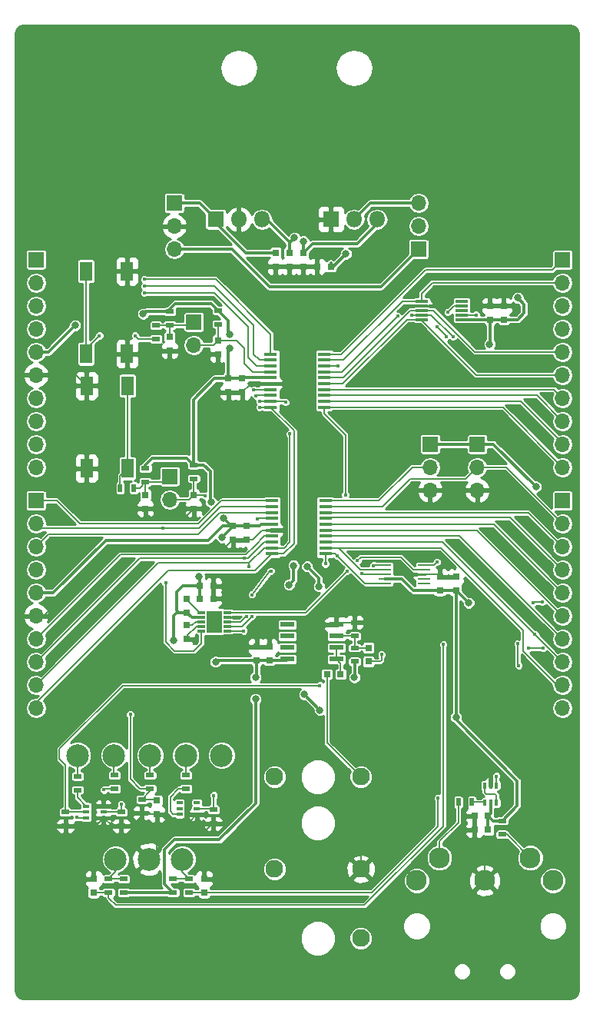
<source format=gtl>
G04 #@! TF.FileFunction,Copper,L1,Top,Signal*
%FSLAX46Y46*%
G04 Gerber Fmt 4.6, Leading zero omitted, Abs format (unit mm)*
G04 Created by KiCad (PCBNEW 4.0.4-stable) date 11/26/17 23:03:44*
%MOMM*%
%LPD*%
G01*
G04 APERTURE LIST*
%ADD10C,0.100000*%
%ADD11R,0.750000X0.800000*%
%ADD12R,0.800000X0.750000*%
%ADD13R,1.700000X1.700000*%
%ADD14O,1.700000X1.700000*%
%ADD15C,2.300000*%
%ADD16C,1.955800*%
%ADD17C,2.499360*%
%ADD18R,0.650000X0.400000*%
%ADD19R,0.900000X0.500000*%
%ADD20R,0.500000X0.900000*%
%ADD21R,1.400000X2.100000*%
%ADD22R,1.800000X1.800000*%
%ADD23O,1.800000X1.800000*%
%ADD24R,0.812800X0.304800*%
%ADD25R,1.752600X2.489200*%
%ADD26R,1.400000X0.300000*%
%ADD27R,1.422400X0.279400*%
%ADD28R,1.450000X0.450000*%
%ADD29R,0.400000X0.650000*%
%ADD30R,1.550000X0.600000*%
%ADD31C,0.400000*%
%ADD32C,0.800000*%
%ADD33C,0.150000*%
%ADD34C,0.350000*%
%ADD35C,0.254000*%
G04 APERTURE END LIST*
D10*
D11*
X150622000Y-72251000D03*
X150622000Y-70751000D03*
X153670000Y-72251000D03*
X153670000Y-70751000D03*
X152146000Y-72251000D03*
X152146000Y-70751000D03*
D12*
X155206000Y-72263000D03*
X156706000Y-72263000D03*
X143752000Y-108839000D03*
X142252000Y-108839000D03*
X143752000Y-107442000D03*
X142252000Y-107442000D03*
D11*
X140843000Y-113272000D03*
X140843000Y-111772000D03*
X140843000Y-108851000D03*
X140843000Y-110351000D03*
X174244000Y-76593000D03*
X174244000Y-78093000D03*
X175768000Y-76593000D03*
X175768000Y-78093000D03*
X168719500Y-106438000D03*
X168719500Y-107938000D03*
X170497500Y-106438000D03*
X170497500Y-107938000D03*
X138938000Y-81522000D03*
X138938000Y-80022000D03*
X144272000Y-80403000D03*
X144272000Y-81903000D03*
X145415000Y-86094000D03*
X145415000Y-84594000D03*
X146939000Y-86094000D03*
X146939000Y-84594000D03*
X136271000Y-98921000D03*
X136271000Y-97421000D03*
X141605000Y-97421000D03*
X141605000Y-98921000D03*
X147447000Y-102350000D03*
X147447000Y-100850000D03*
X145923000Y-102350000D03*
X145923000Y-100850000D03*
X130556000Y-139712000D03*
X130556000Y-141212000D03*
X137541000Y-132576000D03*
X137541000Y-131076000D03*
X142748000Y-139712000D03*
X142748000Y-141212000D03*
X160845500Y-115748500D03*
X160845500Y-114248500D03*
X149923500Y-115621500D03*
X149923500Y-114121500D03*
X148526500Y-114121500D03*
X148526500Y-115621500D03*
D12*
X157785500Y-117157500D03*
X156285500Y-117157500D03*
D13*
X139446000Y-65278000D03*
D14*
X139446000Y-67818000D03*
X139446000Y-70358000D03*
D13*
X166370000Y-70358000D03*
D14*
X166370000Y-67818000D03*
X166370000Y-65278000D03*
D13*
X167640000Y-91821000D03*
D14*
X167640000Y-94361000D03*
X167640000Y-96901000D03*
D13*
X172847000Y-91821000D03*
D14*
X172847000Y-94361000D03*
X172847000Y-96901000D03*
D13*
X141605000Y-78359000D03*
D14*
X141605000Y-80899000D03*
D13*
X124206000Y-71501000D03*
D14*
X124206000Y-74041000D03*
X124206000Y-76581000D03*
X124206000Y-79121000D03*
X124206000Y-81661000D03*
X124206000Y-84201000D03*
X124206000Y-86741000D03*
X124206000Y-89281000D03*
X124206000Y-91821000D03*
X124206000Y-94361000D03*
D13*
X182245000Y-71501000D03*
D14*
X182245000Y-74041000D03*
X182245000Y-76581000D03*
X182245000Y-79121000D03*
X182245000Y-81661000D03*
X182245000Y-84201000D03*
X182245000Y-86741000D03*
X182245000Y-89281000D03*
X182245000Y-91821000D03*
X182245000Y-94361000D03*
D13*
X138938000Y-95377000D03*
D14*
X138938000Y-97917000D03*
D13*
X124206000Y-98044000D03*
D14*
X124206000Y-100584000D03*
X124206000Y-103124000D03*
X124206000Y-105664000D03*
X124206000Y-108204000D03*
X124206000Y-110744000D03*
X124206000Y-113284000D03*
X124206000Y-115824000D03*
X124206000Y-118364000D03*
X124206000Y-120904000D03*
D13*
X182245000Y-98044000D03*
D14*
X182245000Y-100584000D03*
X182245000Y-103124000D03*
X182245000Y-105664000D03*
X182245000Y-108204000D03*
X182245000Y-110744000D03*
X182245000Y-113284000D03*
X182245000Y-115824000D03*
X182245000Y-118364000D03*
X182245000Y-120904000D03*
D15*
X173672500Y-139890500D03*
X181172500Y-139890500D03*
X166172500Y-139890500D03*
X178672500Y-137390500D03*
X168672500Y-137390500D03*
D16*
X160007300Y-146240500D03*
X150507300Y-138620500D03*
X160007300Y-138620500D03*
X150507700Y-128460500D03*
X160007300Y-128460500D03*
D17*
X128778000Y-126111000D03*
X132969000Y-137541000D03*
X132812286Y-126105000D03*
X136652000Y-137541000D03*
X136779000Y-126111000D03*
X140335000Y-137541000D03*
X140716000Y-126111000D03*
X144653000Y-126111000D03*
D18*
X129733000Y-131684000D03*
X129733000Y-132984000D03*
X131633000Y-132334000D03*
X129733000Y-132334000D03*
X131633000Y-132984000D03*
X131633000Y-131684000D03*
X141920000Y-132603000D03*
X141920000Y-131303000D03*
X140020000Y-131953000D03*
X141920000Y-131953000D03*
X140020000Y-131303000D03*
X140020000Y-132603000D03*
D19*
X137414000Y-78752000D03*
X137414000Y-80252000D03*
X138938000Y-77228000D03*
X138938000Y-78728000D03*
X144272000Y-78601000D03*
X144272000Y-77101000D03*
D20*
X134989000Y-96647000D03*
X133489000Y-96647000D03*
D19*
X136271000Y-94500000D03*
X136271000Y-96000000D03*
X141605000Y-95619000D03*
X141605000Y-94119000D03*
D20*
X170763500Y-131254500D03*
X172263500Y-131254500D03*
D19*
X175577500Y-133298500D03*
X175577500Y-134798500D03*
X128778000Y-128409000D03*
X128778000Y-129909000D03*
X127462000Y-132346000D03*
X127462000Y-133846000D03*
X132207000Y-139712000D03*
X132207000Y-141212000D03*
X132842000Y-128282000D03*
X132842000Y-129782000D03*
X133858000Y-141212000D03*
X133858000Y-139712000D03*
X133604000Y-132346000D03*
X133604000Y-133846000D03*
X135890000Y-130949000D03*
X135890000Y-132449000D03*
X136779000Y-128282000D03*
X136779000Y-129782000D03*
X139319000Y-139712000D03*
X139319000Y-141212000D03*
X140716000Y-128282000D03*
X140716000Y-129782000D03*
X141097000Y-141212000D03*
X141097000Y-139712000D03*
X143764000Y-132092000D03*
X143764000Y-133592000D03*
X159321500Y-115748500D03*
X159321500Y-114248500D03*
X159321500Y-112954500D03*
X159321500Y-111454500D03*
D21*
X134239000Y-72771000D03*
X134239000Y-81871000D03*
X129739000Y-72771000D03*
X129739000Y-81871000D03*
X129794000Y-94488000D03*
X129794000Y-85388000D03*
X134294000Y-94488000D03*
X134294000Y-85388000D03*
D22*
X144018000Y-67056000D03*
D23*
X146558000Y-67056000D03*
X149098000Y-67056000D03*
D22*
X156718000Y-67056000D03*
D23*
X159258000Y-67056000D03*
X161798000Y-67056000D03*
D24*
X142443200Y-110378999D03*
X142443200Y-110879001D03*
X142443200Y-111379000D03*
X142443200Y-111878999D03*
X142443200Y-112379001D03*
X145338800Y-112379001D03*
X145338800Y-111878999D03*
X145338800Y-111379000D03*
X145338800Y-110879001D03*
X145338800Y-110378999D03*
D25*
X143891000Y-111379000D03*
D26*
X171110000Y-78089000D03*
X171110000Y-77589000D03*
X171110000Y-77089000D03*
X171110000Y-76589000D03*
X171110000Y-76089000D03*
X166710000Y-76089000D03*
X166710000Y-76589000D03*
X166710000Y-77089000D03*
X166710000Y-77589000D03*
X166710000Y-78089000D03*
D27*
X162627990Y-105152200D03*
X162627990Y-105652202D03*
X162627990Y-106152201D03*
X162627990Y-106652200D03*
X162627990Y-107152202D03*
X166971390Y-107152202D03*
X166971390Y-106652200D03*
X166971390Y-106152201D03*
X166971390Y-105652202D03*
X166971390Y-105152200D03*
D28*
X150085000Y-81911000D03*
X150085000Y-82561000D03*
X150085000Y-83211000D03*
X150085000Y-83861000D03*
X150085000Y-84511000D03*
X150085000Y-85161000D03*
X150085000Y-85811000D03*
X150085000Y-86461000D03*
X150085000Y-87111000D03*
X150085000Y-87761000D03*
X155985000Y-87761000D03*
X155985000Y-87111000D03*
X155985000Y-86461000D03*
X155985000Y-85811000D03*
X155985000Y-85161000D03*
X155985000Y-84511000D03*
X155985000Y-83861000D03*
X155985000Y-83211000D03*
X155985000Y-82561000D03*
X155985000Y-81911000D03*
X150212000Y-98040000D03*
X150212000Y-98690000D03*
X150212000Y-99340000D03*
X150212000Y-99990000D03*
X150212000Y-100640000D03*
X150212000Y-101290000D03*
X150212000Y-101940000D03*
X150212000Y-102590000D03*
X150212000Y-103240000D03*
X150212000Y-103890000D03*
X156112000Y-103890000D03*
X156112000Y-103240000D03*
X156112000Y-102590000D03*
X156112000Y-101940000D03*
X156112000Y-101290000D03*
X156112000Y-100640000D03*
X156112000Y-99990000D03*
X156112000Y-99340000D03*
X156112000Y-98690000D03*
X156112000Y-98040000D03*
D29*
X174957500Y-129415500D03*
X173657500Y-129415500D03*
X174307500Y-131315500D03*
X174307500Y-129415500D03*
X173657500Y-131315500D03*
X174957500Y-131315500D03*
D30*
X157322500Y-115506500D03*
X157322500Y-114236500D03*
X157322500Y-112966500D03*
X157322500Y-111696500D03*
X151922500Y-111696500D03*
X151922500Y-112966500D03*
X151922500Y-114236500D03*
X151922500Y-115506500D03*
D12*
X172541500Y-134302500D03*
X174041500Y-134302500D03*
X172541500Y-132778500D03*
X174041500Y-132778500D03*
D31*
X157100000Y-110600000D03*
X150400000Y-113100000D03*
X141700000Y-113800000D03*
X146500000Y-113500000D03*
X146200000Y-110900000D03*
X173300000Y-127200000D03*
X171500000Y-132900000D03*
X169100000Y-105200000D03*
X163200000Y-113900000D03*
X149100000Y-108700000D03*
X149000000Y-111000000D03*
X145900000Y-103400000D03*
X145600000Y-106400000D03*
X126700000Y-106200000D03*
X126800000Y-103800000D03*
X130400000Y-99800000D03*
X149100000Y-71800000D03*
X165000000Y-76700000D03*
X155800000Y-73500000D03*
X142700000Y-134600000D03*
X142800000Y-138400000D03*
X155321000Y-68834000D03*
X155194000Y-70866000D03*
D32*
X159300000Y-117500000D03*
X155400000Y-107500000D03*
X154100000Y-105300000D03*
X153700000Y-69500000D03*
X152700000Y-69100000D03*
X152600000Y-105200000D03*
X152100000Y-107300000D03*
X158369000Y-70866000D03*
X170500000Y-121900000D03*
X155500000Y-121100000D03*
X153800000Y-119400000D03*
X148400000Y-117500000D03*
X148400000Y-119900000D03*
X144000000Y-115800000D03*
X139400000Y-113400000D03*
X143500000Y-98200000D03*
X144900000Y-100000000D03*
X179300000Y-96500000D03*
X171900000Y-109300000D03*
X174200000Y-80800000D03*
X177300000Y-75700000D03*
X142200000Y-106400000D03*
X144700000Y-102100000D03*
X136017000Y-77470000D03*
X128524000Y-78740000D03*
X145542000Y-81280000D03*
X145542000Y-79756000D03*
D31*
X142875000Y-97536000D03*
X148590000Y-100076000D03*
X169100000Y-113900000D03*
X134600000Y-121600000D03*
X177300000Y-113800000D03*
X177400000Y-116200000D03*
X168500000Y-130800000D03*
X162300000Y-115000000D03*
X161400000Y-105200000D03*
X136144000Y-73660000D03*
X136144000Y-74422000D03*
X136144000Y-75184000D03*
X148209000Y-85852000D03*
X148463000Y-86487000D03*
X151700000Y-87200000D03*
X152200000Y-90700000D03*
X147100000Y-112400000D03*
X160100000Y-106100000D03*
X147700000Y-105300000D03*
X148844000Y-87122000D03*
X148844000Y-87757000D03*
X157480000Y-83248500D03*
X172720000Y-77597000D03*
X170180000Y-80010000D03*
X164084000Y-77724000D03*
X165608000Y-77597000D03*
X157400000Y-104100000D03*
X158300000Y-97400000D03*
X156100000Y-105000000D03*
X150100000Y-105800000D03*
X148000000Y-108400000D03*
X148000000Y-110800000D03*
X138200000Y-101100000D03*
X138500000Y-107100000D03*
X147200000Y-104400000D03*
X147400000Y-110800000D03*
X180000000Y-109200000D03*
X179000000Y-109300000D03*
X155500000Y-118400000D03*
X174942500Y-128397000D03*
X180100000Y-114300000D03*
X178500000Y-114300000D03*
X133600000Y-131500000D03*
X179200000Y-112800000D03*
X143800000Y-130500000D03*
X131700000Y-129900000D03*
X128700000Y-132900000D03*
X131191000Y-79883000D03*
X135128000Y-79883000D03*
X159639000Y-104648000D03*
X158500000Y-105800000D03*
X168400000Y-104800000D03*
X169400000Y-80000000D03*
X168400000Y-78900000D03*
X169600000Y-77300000D03*
D33*
X157322500Y-110822500D02*
X157322500Y-111696500D01*
X157100000Y-110600000D02*
X157322500Y-110822500D01*
X149923500Y-113576500D02*
X150400000Y-113100000D01*
X149923500Y-114121500D02*
X149923500Y-113576500D01*
X140843000Y-113272000D02*
X141172000Y-113272000D01*
X141172000Y-113272000D02*
X141700000Y-113800000D01*
X145338800Y-110879001D02*
X146179001Y-110879001D01*
X147121500Y-114121500D02*
X148526500Y-114121500D01*
X146500000Y-113500000D02*
X147121500Y-114121500D01*
X146179001Y-110879001D02*
X146200000Y-110900000D01*
X172541500Y-132778500D02*
X171621500Y-132778500D01*
X174307500Y-127707500D02*
X174307500Y-129415500D01*
X173900000Y-127300000D02*
X174307500Y-127707500D01*
X173400000Y-127300000D02*
X173900000Y-127300000D01*
X173300000Y-127200000D02*
X173400000Y-127300000D01*
X171621500Y-132778500D02*
X171500000Y-132900000D01*
X168719500Y-106438000D02*
X168719500Y-105580500D01*
X168719500Y-105580500D02*
X169100000Y-105200000D01*
X163251500Y-113848500D02*
X163258500Y-113855500D01*
X163200000Y-113900000D02*
X163251500Y-113848500D01*
X149923500Y-114121500D02*
X149923500Y-111923500D01*
X148900000Y-108900000D02*
X143813000Y-108900000D01*
X149100000Y-108700000D02*
X148900000Y-108900000D01*
X149923500Y-111923500D02*
X149000000Y-111000000D01*
X143813000Y-108900000D02*
X143752000Y-108839000D01*
X144013000Y-109100000D02*
X143752000Y-108839000D01*
X143752000Y-107442000D02*
X144558000Y-107442000D01*
X145923000Y-103377000D02*
X145923000Y-102350000D01*
X145900000Y-103400000D02*
X145923000Y-103377000D01*
X144558000Y-107442000D02*
X145600000Y-106400000D01*
X136271000Y-98921000D02*
X131279000Y-98921000D01*
X126700000Y-103900000D02*
X126700000Y-106200000D01*
X126800000Y-103800000D02*
X126700000Y-103900000D01*
X131279000Y-98921000D02*
X130400000Y-99800000D01*
X136271000Y-98921000D02*
X136271000Y-99371000D01*
X140626000Y-99900000D02*
X141605000Y-98921000D01*
X136800000Y-99900000D02*
X140626000Y-99900000D01*
X136271000Y-99371000D02*
X136800000Y-99900000D01*
X150622000Y-72251000D02*
X149551000Y-72251000D01*
X149551000Y-72251000D02*
X149100000Y-71800000D01*
X155206000Y-72263000D02*
X155206000Y-72906000D01*
X165111000Y-76589000D02*
X166710000Y-76589000D01*
X165000000Y-76700000D02*
X165111000Y-76589000D01*
X155206000Y-72906000D02*
X155800000Y-73500000D01*
X127462000Y-133846000D02*
X130771000Y-133846000D01*
X130771000Y-133846000D02*
X131633000Y-132984000D01*
X130556000Y-139712000D02*
X130556000Y-134061000D01*
X130556000Y-134061000D02*
X131633000Y-132984000D01*
X142748000Y-139712000D02*
X142748000Y-138452000D01*
X142700000Y-134600000D02*
X143708000Y-133592000D01*
X142748000Y-138452000D02*
X142800000Y-138400000D01*
X143708000Y-133592000D02*
X143764000Y-133592000D01*
X142748000Y-139712000D02*
X147712000Y-139712000D01*
X158327800Y-140300000D02*
X160007300Y-138620500D01*
X148300000Y-140300000D02*
X158327800Y-140300000D01*
X147712000Y-139712000D02*
X148300000Y-140300000D01*
X140843000Y-113272000D02*
X140843000Y-112957000D01*
X140843000Y-112957000D02*
X141921001Y-111878999D01*
X141921001Y-111878999D02*
X142443200Y-111878999D01*
X173672500Y-139890500D02*
X173672500Y-136906000D01*
X172541500Y-135775000D02*
X172541500Y-134302500D01*
X173672500Y-136906000D02*
X172541500Y-135775000D01*
X124206000Y-110744000D02*
X125031500Y-110744000D01*
X125031500Y-110744000D02*
X132651500Y-103124000D01*
X145149000Y-103124000D02*
X145923000Y-102350000D01*
X132651500Y-103124000D02*
X145149000Y-103124000D01*
X172541500Y-132778500D02*
X172541500Y-134302500D01*
X137541000Y-132576000D02*
X137973500Y-132576000D01*
X141046000Y-133477000D02*
X141920000Y-132603000D01*
X138874500Y-133477000D02*
X141046000Y-133477000D01*
X137973500Y-132576000D02*
X138874500Y-133477000D01*
X141920000Y-132603000D02*
X141920000Y-132903000D01*
X141920000Y-132903000D02*
X142609000Y-133592000D01*
X142609000Y-133592000D02*
X143764000Y-133592000D01*
X137541000Y-132576000D02*
X137541000Y-136652000D01*
X137541000Y-136652000D02*
X136652000Y-137541000D01*
X135890000Y-132449000D02*
X135890000Y-132715000D01*
X134759000Y-133846000D02*
X133604000Y-133846000D01*
X135890000Y-132715000D02*
X134759000Y-133846000D01*
X137541000Y-132576000D02*
X136017000Y-132576000D01*
X136017000Y-132576000D02*
X135890000Y-132449000D01*
X131633000Y-132984000D02*
X131714000Y-132984000D01*
X131714000Y-132984000D02*
X132576000Y-133846000D01*
X132576000Y-133846000D02*
X133604000Y-133846000D01*
X172847000Y-96901000D02*
X167640000Y-96901000D01*
X168719500Y-106438000D02*
X168433701Y-106152201D01*
X168433701Y-106152201D02*
X166971390Y-106152201D01*
X170497500Y-106438000D02*
X168719500Y-106438000D01*
X150212000Y-101290000D02*
X149154000Y-101290000D01*
X148094000Y-102350000D02*
X147447000Y-102350000D01*
X149154000Y-101290000D02*
X148094000Y-102350000D01*
X145923000Y-102350000D02*
X147447000Y-102350000D01*
X124206000Y-84201000D02*
X128607000Y-84201000D01*
X128607000Y-84201000D02*
X129794000Y-85388000D01*
X145415000Y-86094000D02*
X146939000Y-86094000D01*
X146939000Y-86094000D02*
X147816000Y-85217000D01*
X147816000Y-85217000D02*
X150029000Y-85217000D01*
X150029000Y-85217000D02*
X150085000Y-85161000D01*
X129794000Y-94488000D02*
X129794000Y-85388000D01*
X134239000Y-81871000D02*
X134239000Y-72771000D01*
X134239000Y-72771000D02*
X134239000Y-70358000D01*
X136779000Y-67818000D02*
X139446000Y-67818000D01*
X134239000Y-70358000D02*
X136779000Y-67818000D01*
X156718000Y-67056000D02*
X156718000Y-68453000D01*
X155206000Y-70878000D02*
X155206000Y-72263000D01*
X155194000Y-70866000D02*
X155206000Y-70878000D01*
X156337000Y-68834000D02*
X155321000Y-68834000D01*
X156718000Y-68453000D02*
X156337000Y-68834000D01*
X150622000Y-72251000D02*
X152146000Y-72251000D01*
X152146000Y-72251000D02*
X153670000Y-72251000D01*
X153670000Y-72251000D02*
X153682000Y-72263000D01*
X153682000Y-72263000D02*
X155206000Y-72263000D01*
X155194000Y-72251000D02*
X155206000Y-72263000D01*
X143752000Y-107442000D02*
X143752000Y-108839000D01*
X160007300Y-138620500D02*
X160007300Y-132918200D01*
X160007300Y-132918200D02*
X163258500Y-129667000D01*
X163258500Y-129667000D02*
X163258500Y-113855500D01*
X160857500Y-111454500D02*
X159321500Y-111454500D01*
X163258500Y-113855500D02*
X160857500Y-111454500D01*
X148526500Y-114121500D02*
X149923500Y-114121500D01*
X159321500Y-111454500D02*
X157564500Y-111454500D01*
X157564500Y-111454500D02*
X157322500Y-111696500D01*
D34*
X153670000Y-70751000D02*
X153670000Y-69530000D01*
X159321500Y-117478500D02*
X159321500Y-115748500D01*
X159300000Y-117500000D02*
X159321500Y-117478500D01*
X155400000Y-106600000D02*
X155400000Y-107500000D01*
X154100000Y-105300000D02*
X155400000Y-106600000D01*
X153670000Y-69530000D02*
X153700000Y-69500000D01*
X161798000Y-67056000D02*
X161798000Y-67564000D01*
X161798000Y-67564000D02*
X159639000Y-69723000D01*
X154698000Y-69723000D02*
X153670000Y-70751000D01*
X159639000Y-69723000D02*
X154698000Y-69723000D01*
X144018000Y-67056000D02*
X144018000Y-67437000D01*
X144018000Y-67437000D02*
X147332000Y-70751000D01*
X147332000Y-70751000D02*
X150622000Y-70751000D01*
X139446000Y-65278000D02*
X142240000Y-65278000D01*
X142240000Y-65278000D02*
X144018000Y-67056000D01*
X152225000Y-69575000D02*
X152125000Y-69575000D01*
X152700000Y-69100000D02*
X152225000Y-69575000D01*
X152600000Y-106800000D02*
X152600000Y-105200000D01*
X152100000Y-107300000D02*
X152600000Y-106800000D01*
X149098000Y-67056000D02*
X149606000Y-67056000D01*
X149606000Y-67056000D02*
X152125000Y-69575000D01*
X152125000Y-69575000D02*
X152146000Y-69596000D01*
X152146000Y-69596000D02*
X152146000Y-70751000D01*
X156706000Y-72263000D02*
X156972000Y-72263000D01*
X156972000Y-72263000D02*
X158369000Y-70866000D01*
X166370000Y-65278000D02*
X161036000Y-65278000D01*
X161036000Y-65278000D02*
X159258000Y-67056000D01*
X156706000Y-72263000D02*
X156706000Y-71894000D01*
X153800000Y-119400000D02*
X155500000Y-121100000D01*
X170500000Y-121900000D02*
X170497500Y-121900000D01*
X170497500Y-121900000D02*
X170500000Y-121900000D01*
X170500000Y-121900000D02*
X170497500Y-121900000D01*
X139319000Y-141212000D02*
X139312000Y-141212000D01*
X139312000Y-141212000D02*
X138400000Y-140300000D01*
X148526500Y-117373500D02*
X148526500Y-115621500D01*
X148400000Y-117500000D02*
X148526500Y-117373500D01*
X148400000Y-131400000D02*
X148400000Y-119900000D01*
X144400000Y-135400000D02*
X148400000Y-131400000D01*
X139500000Y-135400000D02*
X144400000Y-135400000D01*
X138400000Y-136500000D02*
X139500000Y-135400000D01*
X138400000Y-140300000D02*
X138400000Y-136500000D01*
X140843000Y-110351000D02*
X139749000Y-110351000D01*
X144178500Y-115621500D02*
X148526500Y-115621500D01*
X144000000Y-115800000D02*
X144178500Y-115621500D01*
X139400000Y-110700000D02*
X139400000Y-113400000D01*
X139749000Y-110351000D02*
X139400000Y-110700000D01*
X140843000Y-110351000D02*
X139951000Y-110351000D01*
X140358000Y-107442000D02*
X142252000Y-107442000D01*
X139700000Y-108100000D02*
X140358000Y-107442000D01*
X139700000Y-110100000D02*
X139700000Y-108100000D01*
X139951000Y-110351000D02*
X139700000Y-110100000D01*
X145923000Y-100850000D02*
X145750000Y-100850000D01*
X145750000Y-100850000D02*
X144900000Y-100000000D01*
X142719000Y-94119000D02*
X141605000Y-94119000D01*
X143400000Y-94800000D02*
X142719000Y-94119000D01*
X143400000Y-98100000D02*
X143400000Y-94800000D01*
X143500000Y-98200000D02*
X143400000Y-98100000D01*
X141605000Y-94119000D02*
X141605000Y-86895000D01*
X143906000Y-84594000D02*
X145415000Y-84594000D01*
X141605000Y-86895000D02*
X143906000Y-84594000D01*
X170497500Y-107938000D02*
X170538000Y-107938000D01*
X170538000Y-107938000D02*
X171900000Y-109300000D01*
X174621000Y-91821000D02*
X172847000Y-91821000D01*
X179300000Y-96500000D02*
X174621000Y-91821000D01*
X174244000Y-78093000D02*
X174244000Y-80756000D01*
X174244000Y-80756000D02*
X174200000Y-80800000D01*
X177307000Y-78093000D02*
X175768000Y-78093000D01*
X178000000Y-77400000D02*
X177307000Y-78093000D01*
X178000000Y-76400000D02*
X178000000Y-77400000D01*
X177300000Y-75700000D02*
X178000000Y-76400000D01*
X142252000Y-107442000D02*
X142252000Y-106452000D01*
X142252000Y-106452000D02*
X142200000Y-106400000D01*
X144700000Y-102100000D02*
X145923000Y-100877000D01*
X145923000Y-100877000D02*
X145923000Y-100850000D01*
X162627990Y-106652200D02*
X164500700Y-106652200D01*
X165786500Y-107938000D02*
X168719500Y-107938000D01*
X164500700Y-106652200D02*
X165786500Y-107938000D01*
X170497500Y-107938000D02*
X170497500Y-121900000D01*
X170497500Y-121900000D02*
X170497500Y-122174000D01*
X177228500Y-131647500D02*
X175577500Y-133298500D01*
X177228500Y-128905000D02*
X177228500Y-131647500D01*
X170497500Y-122174000D02*
X177228500Y-128905000D01*
X142252000Y-107442000D02*
X142252000Y-108839000D01*
X124206000Y-108204000D02*
X126111000Y-108204000D01*
X144768000Y-100850000D02*
X145923000Y-100850000D01*
X143192500Y-102425500D02*
X144768000Y-100850000D01*
X131889500Y-102425500D02*
X143192500Y-102425500D01*
X126111000Y-108204000D02*
X131889500Y-102425500D01*
X142443200Y-110879001D02*
X141371001Y-110879001D01*
X141371001Y-110879001D02*
X140843000Y-110351000D01*
X142252000Y-108839000D02*
X142252000Y-108942000D01*
X174041500Y-134302500D02*
X174041500Y-132778500D01*
X175577500Y-133298500D02*
X174561500Y-133298500D01*
X174561500Y-133298500D02*
X174041500Y-132778500D01*
X174307500Y-131315500D02*
X174307500Y-132512500D01*
X174307500Y-132512500D02*
X174041500Y-132778500D01*
X133858000Y-141212000D02*
X139319000Y-141212000D01*
X149923500Y-115621500D02*
X151807500Y-115621500D01*
X151807500Y-115621500D02*
X151922500Y-115506500D01*
X148526500Y-115621500D02*
X149923500Y-115621500D01*
X168719500Y-107938000D02*
X170497500Y-107938000D01*
X167640000Y-91821000D02*
X172847000Y-91821000D01*
X147447000Y-100850000D02*
X148832000Y-100850000D01*
X149042000Y-100640000D02*
X150212000Y-100640000D01*
X148832000Y-100850000D02*
X149042000Y-100640000D01*
X145923000Y-100850000D02*
X147447000Y-100850000D01*
X136271000Y-94500000D02*
X136271000Y-94107000D01*
X140831000Y-93345000D02*
X141605000Y-94119000D01*
X137033000Y-93345000D02*
X140831000Y-93345000D01*
X136271000Y-94107000D02*
X137033000Y-93345000D01*
X124206000Y-81661000D02*
X125603000Y-81661000D01*
X136259000Y-77228000D02*
X138938000Y-77228000D01*
X136017000Y-77470000D02*
X136259000Y-77228000D01*
X125603000Y-81661000D02*
X128524000Y-78740000D01*
X145415000Y-84594000D02*
X145415000Y-81407000D01*
X145415000Y-81407000D02*
X145542000Y-81280000D01*
X145542000Y-79756000D02*
X145415000Y-79629000D01*
X145415000Y-79629000D02*
X145415000Y-78244000D01*
X145415000Y-78244000D02*
X144272000Y-77101000D01*
X145415000Y-84594000D02*
X146939000Y-84594000D01*
X150085000Y-84511000D02*
X147022000Y-84511000D01*
X147022000Y-84511000D02*
X146939000Y-84594000D01*
X138938000Y-77228000D02*
X138938000Y-76962000D01*
X138938000Y-76962000D02*
X139573000Y-76327000D01*
X139573000Y-76327000D02*
X143498000Y-76327000D01*
X143498000Y-76327000D02*
X144272000Y-77101000D01*
X171110000Y-78089000D02*
X174240000Y-78089000D01*
X174240000Y-78089000D02*
X174244000Y-78093000D01*
X174240000Y-78089000D02*
X174244000Y-78093000D01*
X174244000Y-78093000D02*
X175768000Y-78093000D01*
D33*
X140843000Y-111772000D02*
X141402500Y-111772000D01*
X141795500Y-111379000D02*
X142443200Y-111379000D01*
X141402500Y-111772000D02*
X141795500Y-111379000D01*
X142443200Y-110378999D02*
X142278999Y-110378999D01*
X142278999Y-110378999D02*
X140843000Y-108943000D01*
X140843000Y-108943000D02*
X140843000Y-108851000D01*
X138938000Y-78728000D02*
X141236000Y-78728000D01*
X141236000Y-78728000D02*
X141605000Y-78359000D01*
X137414000Y-78752000D02*
X138914000Y-78752000D01*
X138914000Y-78752000D02*
X138938000Y-78728000D01*
X138938000Y-78728000D02*
X138938000Y-80022000D01*
X150085000Y-83861000D02*
X148123000Y-83861000D01*
X146316000Y-80403000D02*
X144272000Y-80403000D01*
X147193000Y-81280000D02*
X146316000Y-80403000D01*
X147193000Y-82931000D02*
X147193000Y-81280000D01*
X148123000Y-83861000D02*
X147193000Y-82931000D01*
X141605000Y-80899000D02*
X143776000Y-80899000D01*
X143776000Y-80899000D02*
X144272000Y-80403000D01*
X144272000Y-78601000D02*
X144272000Y-80403000D01*
X136271000Y-96000000D02*
X138315000Y-96000000D01*
X138315000Y-96000000D02*
X138938000Y-95377000D01*
X134989000Y-96647000D02*
X135624000Y-96647000D01*
X135624000Y-96647000D02*
X136271000Y-96000000D01*
X136271000Y-97421000D02*
X136271000Y-96000000D01*
X150212000Y-99990000D02*
X148676000Y-99990000D01*
X142760000Y-97421000D02*
X141605000Y-97421000D01*
X142875000Y-97536000D02*
X142760000Y-97421000D01*
X148676000Y-99990000D02*
X148590000Y-100076000D01*
X138938000Y-97917000D02*
X141109000Y-97917000D01*
X141109000Y-97917000D02*
X141605000Y-97421000D01*
X141605000Y-95619000D02*
X141605000Y-97421000D01*
X132207000Y-141212000D02*
X132207000Y-141807000D01*
X169100000Y-133900000D02*
X169100000Y-113900000D01*
X160400000Y-142600000D02*
X169100000Y-133900000D01*
X133000000Y-142600000D02*
X160400000Y-142600000D01*
X132207000Y-141807000D02*
X133000000Y-142600000D01*
X132207000Y-141212000D02*
X130556000Y-141212000D01*
X156112000Y-99340000D02*
X156149500Y-99377500D01*
X156149500Y-99377500D02*
X178498500Y-99377500D01*
X178498500Y-99377500D02*
X182245000Y-103124000D01*
X136779000Y-129782000D02*
X135682000Y-129782000D01*
X134600000Y-128700000D02*
X134600000Y-121600000D01*
X135682000Y-129782000D02*
X134600000Y-128700000D01*
X135890000Y-130949000D02*
X137414000Y-130949000D01*
X137414000Y-130949000D02*
X137541000Y-131076000D01*
X136779000Y-129782000D02*
X136779000Y-130060000D01*
X136779000Y-130060000D02*
X135890000Y-130949000D01*
X150212000Y-101940000D02*
X149393000Y-101940000D01*
X133504000Y-103986000D02*
X124206000Y-113284000D01*
X148336000Y-102997000D02*
X147347000Y-103986000D01*
X147347000Y-103986000D02*
X133504000Y-103986000D01*
X148336000Y-102997000D02*
X148336000Y-102997000D01*
X149393000Y-101940000D02*
X148336000Y-102997000D01*
X142748000Y-141212000D02*
X161188000Y-141212000D01*
X177300000Y-116100000D02*
X177300000Y-113800000D01*
X177400000Y-116200000D02*
X177300000Y-116100000D01*
X168500000Y-133900000D02*
X168500000Y-130800000D01*
X161188000Y-141212000D02*
X168500000Y-133900000D01*
X141097000Y-141212000D02*
X142748000Y-141212000D01*
X156112000Y-99990000D02*
X156216500Y-99885500D01*
X156216500Y-99885500D02*
X176466500Y-99885500D01*
X176466500Y-99885500D02*
X182245000Y-105664000D01*
X162627990Y-105152200D02*
X161447800Y-105152200D01*
X162151500Y-115748500D02*
X160845500Y-115748500D01*
X162300000Y-115600000D02*
X162151500Y-115748500D01*
X162300000Y-115000000D02*
X162300000Y-115600000D01*
X161447800Y-105152200D02*
X161400000Y-105200000D01*
X159321500Y-114248500D02*
X159321500Y-112954500D01*
X159321500Y-114248500D02*
X160845500Y-114248500D01*
X157322500Y-112966500D02*
X159309500Y-112966500D01*
X159309500Y-112966500D02*
X159321500Y-112954500D01*
X157322500Y-114236500D02*
X157322500Y-115506500D01*
X157785500Y-117157500D02*
X157785500Y-115969500D01*
X157785500Y-115969500D02*
X157322500Y-115506500D01*
X156285500Y-117157500D02*
X156285500Y-124738700D01*
X156285500Y-124738700D02*
X160007300Y-128460500D01*
D34*
X139446000Y-70358000D02*
X145796000Y-70358000D01*
X162241000Y-74487000D02*
X166370000Y-70358000D01*
X149925000Y-74487000D02*
X162241000Y-74487000D01*
X145796000Y-70358000D02*
X149925000Y-74487000D01*
D33*
X156112000Y-98040000D02*
X162012000Y-98040000D01*
X165691000Y-94361000D02*
X167640000Y-94361000D01*
X162012000Y-98040000D02*
X165691000Y-94361000D01*
X156112000Y-98690000D02*
X162422000Y-98690000D01*
X171577000Y-95631000D02*
X172847000Y-94361000D01*
X165481000Y-95631000D02*
X171577000Y-95631000D01*
X162422000Y-98690000D02*
X165481000Y-95631000D01*
X182245000Y-100584000D02*
X176022000Y-94361000D01*
X176022000Y-94361000D02*
X172847000Y-94361000D01*
X150085000Y-81911000D02*
X150085000Y-79727000D01*
X144018000Y-73660000D02*
X136144000Y-73660000D01*
X150085000Y-79727000D02*
X144018000Y-73660000D01*
X150085000Y-82561000D02*
X148855000Y-82561000D01*
X143891000Y-74422000D02*
X136144000Y-74422000D01*
X148209000Y-78740000D02*
X143891000Y-74422000D01*
X148209000Y-81915000D02*
X148209000Y-78740000D01*
X148855000Y-82561000D02*
X148209000Y-81915000D01*
X150085000Y-83211000D02*
X148489000Y-83211000D01*
X143891000Y-75184000D02*
X136144000Y-75184000D01*
X147574000Y-78867000D02*
X143891000Y-75184000D01*
X147574000Y-82296000D02*
X147574000Y-78867000D01*
X148489000Y-83211000D02*
X147574000Y-82296000D01*
X150085000Y-85811000D02*
X148250000Y-85811000D01*
X148250000Y-85811000D02*
X148209000Y-85852000D01*
X148489000Y-86461000D02*
X148463000Y-86487000D01*
X150085000Y-86461000D02*
X148489000Y-86461000D01*
X150212000Y-103240000D02*
X151560000Y-103240000D01*
X151611000Y-87111000D02*
X150085000Y-87111000D01*
X151700000Y-87200000D02*
X151611000Y-87111000D01*
X152200000Y-102600000D02*
X152200000Y-90700000D01*
X151560000Y-103240000D02*
X152200000Y-102600000D01*
X147079001Y-112379001D02*
X147100000Y-112400000D01*
X145338800Y-112379001D02*
X147079001Y-112379001D01*
X162627990Y-106152201D02*
X160152201Y-106152201D01*
X160152201Y-106152201D02*
X160100000Y-106100000D01*
X147700000Y-104902000D02*
X147701000Y-104902000D01*
X147700000Y-105300000D02*
X147700000Y-104902000D01*
X150212000Y-103240000D02*
X149363000Y-103240000D01*
X137668000Y-104902000D02*
X124206000Y-118364000D01*
X147701000Y-104902000D02*
X137668000Y-104902000D01*
X149363000Y-103240000D02*
X147701000Y-104902000D01*
X150085000Y-87111000D02*
X148855000Y-87111000D01*
X148855000Y-87111000D02*
X148844000Y-87122000D01*
X124206000Y-120904000D02*
X124206000Y-120332500D01*
X124206000Y-120332500D02*
X138811000Y-105727500D01*
X138811000Y-105727500D02*
X148374500Y-105727500D01*
X148374500Y-105727500D02*
X150212000Y-103890000D01*
X150212000Y-103890000D02*
X151507000Y-103890000D01*
X152654000Y-90330000D02*
X150085000Y-87761000D01*
X152654000Y-102743000D02*
X152654000Y-90330000D01*
X151507000Y-103890000D02*
X152654000Y-102743000D01*
X150753000Y-87761000D02*
X150085000Y-87761000D01*
X150085000Y-87761000D02*
X148848000Y-87761000D01*
X148848000Y-87761000D02*
X148844000Y-87757000D01*
X155985000Y-81911000D02*
X157865000Y-81911000D01*
X181102000Y-72644000D02*
X182245000Y-71501000D01*
X167132000Y-72644000D02*
X181102000Y-72644000D01*
X157865000Y-81911000D02*
X167132000Y-72644000D01*
X166710000Y-76089000D02*
X166710000Y-75225000D01*
X167894000Y-74041000D02*
X182245000Y-74041000D01*
X166710000Y-75225000D02*
X167894000Y-74041000D01*
X166710000Y-76089000D02*
X164576000Y-76089000D01*
X158104000Y-82561000D02*
X155985000Y-82561000D01*
X164576000Y-76089000D02*
X158104000Y-82561000D01*
X155985000Y-83211000D02*
X156022500Y-83248500D01*
X156022500Y-83248500D02*
X157480000Y-83248500D01*
X155985000Y-83211000D02*
X156011000Y-83185000D01*
X171110000Y-77589000D02*
X172712000Y-77589000D01*
X172712000Y-77589000D02*
X172720000Y-77597000D01*
X166710000Y-77589000D02*
X167759000Y-77589000D01*
X167759000Y-77589000D02*
X170180000Y-80010000D01*
X166710000Y-77589000D02*
X165616000Y-77589000D01*
X157947000Y-83861000D02*
X155985000Y-83861000D01*
X164084000Y-77724000D02*
X157947000Y-83861000D01*
X165616000Y-77589000D02*
X165608000Y-77597000D01*
X166710000Y-77089000D02*
X168021000Y-77089000D01*
X172593000Y-81661000D02*
X182245000Y-81661000D01*
X168021000Y-77089000D02*
X172593000Y-81661000D01*
X166710000Y-77089000D02*
X165481000Y-77089000D01*
X158059000Y-84511000D02*
X155985000Y-84511000D01*
X165481000Y-77089000D02*
X158059000Y-84511000D01*
X166710000Y-78089000D02*
X166710000Y-78191000D01*
X166710000Y-78191000D02*
X172720000Y-84201000D01*
X172720000Y-84201000D02*
X182245000Y-84201000D01*
X166710000Y-78089000D02*
X165116000Y-78089000D01*
X158044000Y-85161000D02*
X155985000Y-85161000D01*
X165116000Y-78089000D02*
X158044000Y-85161000D01*
X155985000Y-85811000D02*
X181315000Y-85811000D01*
X181315000Y-85811000D02*
X182245000Y-86741000D01*
X155985000Y-86461000D02*
X179425000Y-86461000D01*
X179425000Y-86461000D02*
X182245000Y-89281000D01*
X182245000Y-91821000D02*
X182245000Y-91694000D01*
X182245000Y-91694000D02*
X177662000Y-87111000D01*
X177662000Y-87111000D02*
X155985000Y-87111000D01*
X158300000Y-90800000D02*
X158300000Y-97400000D01*
X155985000Y-88485000D02*
X158300000Y-90800000D01*
X155985000Y-87761000D02*
X155985000Y-88485000D01*
X157400000Y-104100000D02*
X157190000Y-103890000D01*
X162627990Y-107152202D02*
X160452202Y-107152202D01*
X160452202Y-107152202D02*
X157400000Y-104100000D01*
X157190000Y-103890000D02*
X156112000Y-103890000D01*
X145338800Y-111878999D02*
X146921001Y-111878999D01*
X156112000Y-104988000D02*
X156112000Y-103890000D01*
X156100000Y-105000000D02*
X156112000Y-104988000D01*
X150000000Y-105800000D02*
X150100000Y-105800000D01*
X148000000Y-108400000D02*
X150000000Y-105800000D01*
X146921001Y-111878999D02*
X148000000Y-110800000D01*
X182245000Y-94361000D02*
X182245000Y-94345000D01*
X182245000Y-94345000D02*
X175661000Y-87761000D01*
X175661000Y-87761000D02*
X155985000Y-87761000D01*
X150212000Y-98040000D02*
X144657000Y-98040000D01*
X126492000Y-98044000D02*
X124206000Y-98044000D01*
X129032000Y-100584000D02*
X126492000Y-98044000D01*
X142113000Y-100584000D02*
X129032000Y-100584000D01*
X144657000Y-98040000D02*
X142113000Y-100584000D01*
X142443200Y-112379001D02*
X142443200Y-113756800D01*
X138500000Y-113600000D02*
X138500000Y-107100000D01*
X139500000Y-114600000D02*
X138500000Y-113600000D01*
X141600000Y-114600000D02*
X139500000Y-114600000D01*
X142443200Y-113756800D02*
X141600000Y-114600000D01*
X138200000Y-101100000D02*
X138200000Y-101092000D01*
X138200000Y-101092000D02*
X138200000Y-101100000D01*
X138200000Y-101100000D02*
X138200000Y-101092000D01*
X150212000Y-98690000D02*
X144545000Y-98690000D01*
X142143000Y-101092000D02*
X138200000Y-101092000D01*
X138200000Y-101092000D02*
X124714000Y-101092000D01*
X144545000Y-98690000D02*
X142143000Y-101092000D01*
X124714000Y-101092000D02*
X124206000Y-100584000D01*
X150212000Y-99340000D02*
X144462000Y-99340000D01*
X125603000Y-101727000D02*
X124206000Y-103124000D01*
X142075000Y-101727000D02*
X125603000Y-101727000D01*
X144462000Y-99340000D02*
X142075000Y-101727000D01*
X145338800Y-111379000D02*
X146779000Y-111379000D01*
X147358000Y-110800000D02*
X147400000Y-110800000D01*
X146779000Y-111379000D02*
X147358000Y-110800000D01*
X147200000Y-104400000D02*
X147200000Y-104394000D01*
X147200000Y-104394000D02*
X147200000Y-104400000D01*
X147200000Y-104400000D02*
X147200000Y-104394000D01*
X147100000Y-104400000D02*
X147100000Y-104394000D01*
X147100000Y-104394000D02*
X147100000Y-104400000D01*
X147100000Y-104400000D02*
X147100000Y-104394000D01*
X150212000Y-102590000D02*
X149378000Y-102590000D01*
X135636000Y-104394000D02*
X124206000Y-115824000D01*
X147574000Y-104394000D02*
X147200000Y-104394000D01*
X147200000Y-104394000D02*
X147100000Y-104394000D01*
X147100000Y-104394000D02*
X135636000Y-104394000D01*
X149378000Y-102590000D02*
X147574000Y-104394000D01*
X127462000Y-132346000D02*
X127462000Y-127162000D01*
X179100000Y-109200000D02*
X180000000Y-109200000D01*
X179000000Y-109300000D02*
X179100000Y-109200000D01*
X133800000Y-118400000D02*
X155500000Y-118400000D01*
X126800000Y-125400000D02*
X133800000Y-118400000D01*
X126800000Y-126500000D02*
X126800000Y-125400000D01*
X127462000Y-127162000D02*
X126800000Y-126500000D01*
X129733000Y-132334000D02*
X127474000Y-132334000D01*
X127474000Y-132334000D02*
X127462000Y-132346000D01*
X182245000Y-108204000D02*
X174681000Y-100640000D01*
X174681000Y-100640000D02*
X156112000Y-100640000D01*
X174957500Y-129415500D02*
X174957500Y-128412000D01*
X174957500Y-128412000D02*
X174942500Y-128397000D01*
X182245000Y-110744000D02*
X172791000Y-101290000D01*
X172791000Y-101290000D02*
X156112000Y-101290000D01*
X133604000Y-132346000D02*
X133604000Y-131504000D01*
X178500000Y-114300000D02*
X180100000Y-114300000D01*
X133604000Y-131504000D02*
X133600000Y-131500000D01*
X131633000Y-132334000D02*
X133592000Y-132334000D01*
X133592000Y-132334000D02*
X133604000Y-132346000D01*
X182245000Y-113284000D02*
X170901000Y-101940000D01*
X170901000Y-101940000D02*
X156112000Y-101940000D01*
X143764000Y-132092000D02*
X143764000Y-130536000D01*
X143764000Y-130536000D02*
X143800000Y-130500000D01*
X179200000Y-112800000D02*
X179210500Y-112789500D01*
X179210500Y-112789500D02*
X179200000Y-112800000D01*
X179200000Y-112800000D02*
X179200000Y-112779000D01*
X141920000Y-131953000D02*
X143625000Y-131953000D01*
X143625000Y-131953000D02*
X143764000Y-132092000D01*
X182245000Y-115824000D02*
X179200000Y-112779000D01*
X179200000Y-112779000D02*
X169011000Y-102590000D01*
X169011000Y-102590000D02*
X156112000Y-102590000D01*
X168840000Y-103240000D02*
X157540000Y-103240000D01*
X177900000Y-112300000D02*
X168840000Y-103240000D01*
X177900000Y-114600000D02*
X177900000Y-112300000D01*
X181664000Y-118364000D02*
X177900000Y-114600000D01*
X182245000Y-118364000D02*
X181664000Y-118364000D01*
X162627990Y-105652202D02*
X159952202Y-105652202D01*
X157540000Y-103240000D02*
X156112000Y-103240000D01*
X159952202Y-105652202D02*
X157540000Y-103240000D01*
X175577500Y-134798500D02*
X176080500Y-134798500D01*
X176080500Y-134798500D02*
X178672500Y-137390500D01*
X170763500Y-131254500D02*
X170763500Y-133465000D01*
X168672500Y-135556000D02*
X168672500Y-137390500D01*
X170763500Y-133465000D02*
X168672500Y-135556000D01*
X128778000Y-126111000D02*
X128778000Y-128409000D01*
X132969000Y-137541000D02*
X132969000Y-138950000D01*
X132969000Y-138950000D02*
X132207000Y-139712000D01*
X132207000Y-139712000D02*
X133858000Y-139712000D01*
X132812286Y-126105000D02*
X132812286Y-128252286D01*
X132812286Y-128252286D02*
X132842000Y-128282000D01*
X136779000Y-126111000D02*
X136779000Y-128282000D01*
X140335000Y-137541000D02*
X140335000Y-138950000D01*
X140335000Y-138950000D02*
X141097000Y-139712000D01*
X141097000Y-139712000D02*
X139319000Y-139712000D01*
X140716000Y-126111000D02*
X140716000Y-128282000D01*
X128778000Y-129909000D02*
X128778000Y-130729000D01*
X128778000Y-130729000D02*
X129733000Y-131684000D01*
X129733000Y-132984000D02*
X128784000Y-132984000D01*
X131818000Y-129782000D02*
X132842000Y-129782000D01*
X131700000Y-129900000D02*
X131818000Y-129782000D01*
X128784000Y-132984000D02*
X128700000Y-132900000D01*
X140716000Y-129782000D02*
X139902500Y-129782000D01*
X139334000Y-132603000D02*
X140020000Y-132603000D01*
X139001500Y-132270500D02*
X139334000Y-132603000D01*
X139001500Y-130683000D02*
X139001500Y-132270500D01*
X139902500Y-129782000D02*
X139001500Y-130683000D01*
X137414000Y-80252000D02*
X135497000Y-80252000D01*
X131191000Y-79883000D02*
X129739000Y-81335000D01*
X135497000Y-80252000D02*
X135128000Y-79883000D01*
X129739000Y-81335000D02*
X129739000Y-81871000D01*
X129739000Y-72771000D02*
X129739000Y-81871000D01*
X133489000Y-96647000D02*
X133489000Y-95293000D01*
X133489000Y-95293000D02*
X134294000Y-94488000D01*
X134294000Y-85388000D02*
X134294000Y-94488000D01*
X172263500Y-131254500D02*
X173596500Y-131254500D01*
X173596500Y-131254500D02*
X173657500Y-131315500D01*
X145338800Y-110378999D02*
X153908001Y-110378999D01*
X165786702Y-105652202D02*
X166971390Y-105652202D01*
X164401500Y-104267000D02*
X165786702Y-105652202D01*
X160020000Y-104267000D02*
X164401500Y-104267000D01*
X159639000Y-104648000D02*
X160020000Y-104267000D01*
X153908001Y-110378999D02*
X158500000Y-105800000D01*
X171110000Y-76589000D02*
X170311000Y-76589000D01*
X168047800Y-105152200D02*
X166971390Y-105152200D01*
X168400000Y-104800000D02*
X168047800Y-105152200D01*
X169400000Y-79900000D02*
X169400000Y-80000000D01*
X168400000Y-78900000D02*
X169400000Y-79900000D01*
X170311000Y-76589000D02*
X169600000Y-77300000D01*
X174957500Y-131315500D02*
X174957500Y-130507500D01*
X173657500Y-130160000D02*
X173657500Y-129415500D01*
X173863000Y-130365500D02*
X173657500Y-130160000D01*
X174815500Y-130365500D02*
X173863000Y-130365500D01*
X174957500Y-130507500D02*
X174815500Y-130365500D01*
D35*
G36*
X183433130Y-45795752D02*
X183715545Y-45984455D01*
X183904248Y-46266870D01*
X183973000Y-46612509D01*
X183973000Y-151987491D01*
X183904248Y-152333130D01*
X183715545Y-152615545D01*
X183433130Y-152804248D01*
X183087491Y-152873000D01*
X122812509Y-152873000D01*
X122466870Y-152804248D01*
X122184455Y-152615545D01*
X121995752Y-152333130D01*
X121927000Y-151987491D01*
X121927000Y-150083985D01*
X170195330Y-150083985D01*
X170343756Y-150443203D01*
X170618351Y-150718278D01*
X170977310Y-150867330D01*
X171365985Y-150867670D01*
X171725203Y-150719244D01*
X172000278Y-150444649D01*
X172149330Y-150085690D01*
X172149331Y-150083985D01*
X175195330Y-150083985D01*
X175343756Y-150443203D01*
X175618351Y-150718278D01*
X175977310Y-150867330D01*
X176365985Y-150867670D01*
X176725203Y-150719244D01*
X177000278Y-150444649D01*
X177149330Y-150085690D01*
X177149670Y-149697015D01*
X177001244Y-149337797D01*
X176726649Y-149062722D01*
X176367690Y-148913670D01*
X175979015Y-148913330D01*
X175619797Y-149061756D01*
X175344722Y-149336351D01*
X175195670Y-149695310D01*
X175195330Y-150083985D01*
X172149331Y-150083985D01*
X172149670Y-149697015D01*
X172001244Y-149337797D01*
X171726649Y-149062722D01*
X171367690Y-148913670D01*
X170979015Y-148913330D01*
X170619797Y-149061756D01*
X170344722Y-149336351D01*
X170195670Y-149695310D01*
X170195330Y-150083985D01*
X121927000Y-150083985D01*
X121927000Y-146627192D01*
X153304562Y-146627192D01*
X153601201Y-147345114D01*
X154149997Y-147894869D01*
X154867400Y-148192761D01*
X155644192Y-148193438D01*
X156362114Y-147896799D01*
X156911869Y-147348003D01*
X157209761Y-146630600D01*
X157209875Y-146498922D01*
X158702173Y-146498922D01*
X158900414Y-146978701D01*
X159267168Y-147346096D01*
X159746601Y-147545173D01*
X160265722Y-147545627D01*
X160745501Y-147347386D01*
X161112896Y-146980632D01*
X161311973Y-146501199D01*
X161312427Y-145982078D01*
X161114186Y-145502299D01*
X160805334Y-145192907D01*
X164645235Y-145192907D01*
X164877217Y-145754346D01*
X165306394Y-146184273D01*
X165867428Y-146417235D01*
X166474907Y-146417765D01*
X167036346Y-146185783D01*
X167466273Y-145756606D01*
X167699235Y-145195572D01*
X167699237Y-145192907D01*
X179645235Y-145192907D01*
X179877217Y-145754346D01*
X180306394Y-146184273D01*
X180867428Y-146417235D01*
X181474907Y-146417765D01*
X182036346Y-146185783D01*
X182466273Y-145756606D01*
X182699235Y-145195572D01*
X182699765Y-144588093D01*
X182467783Y-144026654D01*
X182038606Y-143596727D01*
X181477572Y-143363765D01*
X180870093Y-143363235D01*
X180308654Y-143595217D01*
X179878727Y-144024394D01*
X179645765Y-144585428D01*
X179645235Y-145192907D01*
X167699237Y-145192907D01*
X167699765Y-144588093D01*
X167467783Y-144026654D01*
X167038606Y-143596727D01*
X166477572Y-143363765D01*
X165870093Y-143363235D01*
X165308654Y-143595217D01*
X164878727Y-144024394D01*
X164645765Y-144585428D01*
X164645235Y-145192907D01*
X160805334Y-145192907D01*
X160747432Y-145134904D01*
X160267999Y-144935827D01*
X159748878Y-144935373D01*
X159269099Y-145133614D01*
X158901704Y-145500368D01*
X158702627Y-145979801D01*
X158702173Y-146498922D01*
X157209875Y-146498922D01*
X157210438Y-145853808D01*
X156913799Y-145135886D01*
X156365003Y-144586131D01*
X155647600Y-144288239D01*
X154870808Y-144287562D01*
X154152886Y-144584201D01*
X153603131Y-145132997D01*
X153305239Y-145850400D01*
X153304562Y-146627192D01*
X121927000Y-146627192D01*
X121927000Y-139997750D01*
X129546000Y-139997750D01*
X129546000Y-140238309D01*
X129642673Y-140471698D01*
X129821301Y-140650327D01*
X129879287Y-140674346D01*
X129873862Y-140682286D01*
X129847594Y-140812000D01*
X129847594Y-141612000D01*
X129870395Y-141733179D01*
X129942012Y-141844474D01*
X130051286Y-141919138D01*
X130181000Y-141945406D01*
X130931000Y-141945406D01*
X131052179Y-141922605D01*
X131163474Y-141850988D01*
X131238138Y-141741714D01*
X131264001Y-141614000D01*
X131466228Y-141614000D01*
X131518012Y-141694474D01*
X131627286Y-141769138D01*
X131757000Y-141795406D01*
X131805000Y-141795406D01*
X131805000Y-141807000D01*
X131835600Y-141960839D01*
X131922743Y-142091257D01*
X132715743Y-142884257D01*
X132846161Y-142971400D01*
X133000000Y-143002000D01*
X160400000Y-143002000D01*
X160553839Y-142971400D01*
X160684257Y-142884257D01*
X163385509Y-140183005D01*
X164695244Y-140183005D01*
X164919630Y-140726060D01*
X165334754Y-141141909D01*
X165877418Y-141367243D01*
X166465005Y-141367756D01*
X166988323Y-141151525D01*
X172591081Y-141151525D01*
X172708101Y-141433946D01*
X173372163Y-141685518D01*
X174081948Y-141663814D01*
X174636899Y-141433946D01*
X174753919Y-141151525D01*
X173672500Y-140070105D01*
X172591081Y-141151525D01*
X166988323Y-141151525D01*
X167008060Y-141143370D01*
X167423909Y-140728246D01*
X167649243Y-140185582D01*
X167649756Y-139597995D01*
X167646520Y-139590163D01*
X171877482Y-139590163D01*
X171899186Y-140299948D01*
X172129054Y-140854899D01*
X172411475Y-140971919D01*
X173492895Y-139890500D01*
X173852105Y-139890500D01*
X174933525Y-140971919D01*
X175215946Y-140854899D01*
X175467518Y-140190837D01*
X175467279Y-140183005D01*
X179695244Y-140183005D01*
X179919630Y-140726060D01*
X180334754Y-141141909D01*
X180877418Y-141367243D01*
X181465005Y-141367756D01*
X182008060Y-141143370D01*
X182423909Y-140728246D01*
X182649243Y-140185582D01*
X182649756Y-139597995D01*
X182425370Y-139054940D01*
X182010246Y-138639091D01*
X181467582Y-138413757D01*
X180879995Y-138413244D01*
X180336940Y-138637630D01*
X179921091Y-139052754D01*
X179695757Y-139595418D01*
X179695244Y-140183005D01*
X175467279Y-140183005D01*
X175445814Y-139481052D01*
X175215946Y-138926101D01*
X174933525Y-138809081D01*
X173852105Y-139890500D01*
X173492895Y-139890500D01*
X172411475Y-138809081D01*
X172129054Y-138926101D01*
X171877482Y-139590163D01*
X167646520Y-139590163D01*
X167425370Y-139054940D01*
X167010246Y-138639091D01*
X166467582Y-138413757D01*
X165879995Y-138413244D01*
X165336940Y-138637630D01*
X164921091Y-139052754D01*
X164695757Y-139595418D01*
X164695244Y-140183005D01*
X163385509Y-140183005D01*
X165885509Y-137683005D01*
X167195244Y-137683005D01*
X167419630Y-138226060D01*
X167834754Y-138641909D01*
X168377418Y-138867243D01*
X168965005Y-138867756D01*
X169508060Y-138643370D01*
X169521979Y-138629475D01*
X172591081Y-138629475D01*
X173672500Y-139710895D01*
X174753919Y-138629475D01*
X174636899Y-138347054D01*
X173972837Y-138095482D01*
X173263052Y-138117186D01*
X172708101Y-138347054D01*
X172591081Y-138629475D01*
X169521979Y-138629475D01*
X169923909Y-138228246D01*
X170149243Y-137685582D01*
X170149756Y-137097995D01*
X169925370Y-136554940D01*
X169510246Y-136139091D01*
X169074500Y-135958153D01*
X169074500Y-135722514D01*
X170208764Y-134588250D01*
X171506500Y-134588250D01*
X171506500Y-134803810D01*
X171603173Y-135037199D01*
X171781802Y-135215827D01*
X172015191Y-135312500D01*
X172255750Y-135312500D01*
X172414500Y-135153750D01*
X172414500Y-134429500D01*
X171665250Y-134429500D01*
X171506500Y-134588250D01*
X170208764Y-134588250D01*
X171047757Y-133749257D01*
X171134900Y-133618839D01*
X171165500Y-133465000D01*
X171165500Y-133064250D01*
X171506500Y-133064250D01*
X171506500Y-133279810D01*
X171603173Y-133513199D01*
X171630474Y-133540500D01*
X171603173Y-133567801D01*
X171506500Y-133801190D01*
X171506500Y-134016750D01*
X171665250Y-134175500D01*
X172414500Y-134175500D01*
X172414500Y-132905500D01*
X171665250Y-132905500D01*
X171506500Y-133064250D01*
X171165500Y-133064250D01*
X171165500Y-131995272D01*
X171245974Y-131943488D01*
X171320638Y-131834214D01*
X171346906Y-131704500D01*
X171346906Y-130804500D01*
X171324105Y-130683321D01*
X171252488Y-130572026D01*
X171143214Y-130497362D01*
X171013500Y-130471094D01*
X170513500Y-130471094D01*
X170392321Y-130493895D01*
X170281026Y-130565512D01*
X170206362Y-130674786D01*
X170180094Y-130804500D01*
X170180094Y-131704500D01*
X170202895Y-131825679D01*
X170274512Y-131936974D01*
X170361500Y-131996411D01*
X170361500Y-133298486D01*
X168388243Y-135271743D01*
X168301100Y-135402161D01*
X168270500Y-135556000D01*
X168270500Y-135958486D01*
X167836940Y-136137630D01*
X167421091Y-136552754D01*
X167195757Y-137095418D01*
X167195244Y-137683005D01*
X165885509Y-137683005D01*
X169384257Y-134184257D01*
X169471400Y-134053839D01*
X169502000Y-133900000D01*
X169502000Y-114243343D01*
X169546509Y-114198912D01*
X169626909Y-114005287D01*
X169627092Y-113795633D01*
X169547030Y-113601868D01*
X169398912Y-113453491D01*
X169205287Y-113373091D01*
X168995633Y-113372908D01*
X168801868Y-113452970D01*
X168653491Y-113601088D01*
X168573091Y-113794713D01*
X168572908Y-114004367D01*
X168652970Y-114198132D01*
X168698000Y-114243241D01*
X168698000Y-130311589D01*
X168605287Y-130273091D01*
X168395633Y-130272908D01*
X168201868Y-130352970D01*
X168053491Y-130501088D01*
X167973091Y-130694713D01*
X167972908Y-130904367D01*
X168052970Y-131098132D01*
X168098000Y-131143241D01*
X168098000Y-133733486D01*
X161021486Y-140810000D01*
X143456030Y-140810000D01*
X143433605Y-140690821D01*
X143423363Y-140674905D01*
X143482699Y-140650327D01*
X143661327Y-140471698D01*
X143758000Y-140238309D01*
X143758000Y-139997750D01*
X143599250Y-139839000D01*
X142875000Y-139839000D01*
X142875000Y-139859000D01*
X142621000Y-139859000D01*
X142621000Y-139839000D01*
X142601000Y-139839000D01*
X142601000Y-139585000D01*
X142621000Y-139585000D01*
X142621000Y-138835750D01*
X142875000Y-138835750D01*
X142875000Y-139585000D01*
X143599250Y-139585000D01*
X143758000Y-139426250D01*
X143758000Y-139185691D01*
X143661327Y-138952302D01*
X143587948Y-138878922D01*
X149202173Y-138878922D01*
X149400414Y-139358701D01*
X149767168Y-139726096D01*
X150246601Y-139925173D01*
X150765722Y-139925627D01*
X151173730Y-139757041D01*
X159050365Y-139757041D01*
X159146319Y-140021603D01*
X159748036Y-140244434D01*
X160389224Y-140220035D01*
X160868281Y-140021603D01*
X160964235Y-139757041D01*
X160007300Y-138800105D01*
X159050365Y-139757041D01*
X151173730Y-139757041D01*
X151245501Y-139727386D01*
X151612896Y-139360632D01*
X151811973Y-138881199D01*
X151812427Y-138362078D01*
X151812080Y-138361236D01*
X158383366Y-138361236D01*
X158407765Y-139002424D01*
X158606197Y-139481481D01*
X158870759Y-139577435D01*
X159827695Y-138620500D01*
X160186905Y-138620500D01*
X161143841Y-139577435D01*
X161408403Y-139481481D01*
X161631234Y-138879764D01*
X161606835Y-138238576D01*
X161408403Y-137759519D01*
X161143841Y-137663565D01*
X160186905Y-138620500D01*
X159827695Y-138620500D01*
X158870759Y-137663565D01*
X158606197Y-137759519D01*
X158383366Y-138361236D01*
X151812080Y-138361236D01*
X151614186Y-137882299D01*
X151247432Y-137514904D01*
X151172908Y-137483959D01*
X159050365Y-137483959D01*
X160007300Y-138440895D01*
X160964235Y-137483959D01*
X160868281Y-137219397D01*
X160266564Y-136996566D01*
X159625376Y-137020965D01*
X159146319Y-137219397D01*
X159050365Y-137483959D01*
X151172908Y-137483959D01*
X150767999Y-137315827D01*
X150248878Y-137315373D01*
X149769099Y-137513614D01*
X149401704Y-137880368D01*
X149202627Y-138359801D01*
X149202173Y-138878922D01*
X143587948Y-138878922D01*
X143482699Y-138773673D01*
X143249310Y-138677000D01*
X143033750Y-138677000D01*
X142875000Y-138835750D01*
X142621000Y-138835750D01*
X142462250Y-138677000D01*
X142246690Y-138677000D01*
X142013301Y-138773673D01*
X141834673Y-138952302D01*
X141738000Y-139185691D01*
X141738000Y-139196737D01*
X141676714Y-139154862D01*
X141547000Y-139128594D01*
X141082108Y-139128594D01*
X140947432Y-138993918D01*
X141226951Y-138878424D01*
X141670865Y-138435284D01*
X141911406Y-137855997D01*
X141911953Y-137228755D01*
X141672424Y-136649049D01*
X141229284Y-136205135D01*
X140649997Y-135964594D01*
X140022755Y-135964047D01*
X139443049Y-136203576D01*
X138999135Y-136646716D01*
X138902000Y-136880643D01*
X138902000Y-136707936D01*
X139707936Y-135902000D01*
X144399995Y-135902000D01*
X144400000Y-135902001D01*
X144592107Y-135863788D01*
X144754968Y-135754968D01*
X146582743Y-133927192D01*
X153304562Y-133927192D01*
X153601201Y-134645114D01*
X154149997Y-135194869D01*
X154867400Y-135492761D01*
X155644192Y-135493438D01*
X156362114Y-135196799D01*
X156911869Y-134648003D01*
X157209761Y-133930600D01*
X157210438Y-133153808D01*
X156913799Y-132435886D01*
X156365003Y-131886131D01*
X155647600Y-131588239D01*
X154870808Y-131587562D01*
X154152886Y-131884201D01*
X153603131Y-132432997D01*
X153305239Y-133150400D01*
X153304562Y-133927192D01*
X146582743Y-133927192D01*
X148754965Y-131754970D01*
X148754968Y-131754968D01*
X148833342Y-131637673D01*
X148863788Y-131592108D01*
X148902000Y-131400000D01*
X148902000Y-128718922D01*
X149202573Y-128718922D01*
X149400814Y-129198701D01*
X149767568Y-129566096D01*
X150247001Y-129765173D01*
X150766122Y-129765627D01*
X151245901Y-129567386D01*
X151613296Y-129200632D01*
X151760056Y-128847192D01*
X153304562Y-128847192D01*
X153601201Y-129565114D01*
X154149997Y-130114869D01*
X154867400Y-130412761D01*
X155644192Y-130413438D01*
X156362114Y-130116799D01*
X156911869Y-129568003D01*
X157209761Y-128850600D01*
X157210438Y-128073808D01*
X156913799Y-127355886D01*
X156365003Y-126806131D01*
X155647600Y-126508239D01*
X154870808Y-126507562D01*
X154152886Y-126804201D01*
X153603131Y-127352997D01*
X153305239Y-128070400D01*
X153304562Y-128847192D01*
X151760056Y-128847192D01*
X151812373Y-128721199D01*
X151812827Y-128202078D01*
X151614586Y-127722299D01*
X151247832Y-127354904D01*
X150768399Y-127155827D01*
X150249278Y-127155373D01*
X149769499Y-127353614D01*
X149402104Y-127720368D01*
X149203027Y-128199801D01*
X149202573Y-128718922D01*
X148902000Y-128718922D01*
X148902000Y-120426113D01*
X149015961Y-120312350D01*
X149126874Y-120045244D01*
X149127126Y-119756025D01*
X149016680Y-119488725D01*
X148812350Y-119284039D01*
X148545244Y-119173126D01*
X148256025Y-119172874D01*
X147988725Y-119283320D01*
X147784039Y-119487650D01*
X147673126Y-119754756D01*
X147672874Y-120043975D01*
X147783320Y-120311275D01*
X147898000Y-120426155D01*
X147898000Y-131192065D01*
X144192064Y-134898000D01*
X139500005Y-134898000D01*
X139500000Y-134897999D01*
X139307893Y-134936212D01*
X139145032Y-135045032D01*
X138045032Y-136145032D01*
X137936212Y-136307893D01*
X137904304Y-136468302D01*
X136831605Y-137541000D01*
X136845748Y-137555142D01*
X136666142Y-137734748D01*
X136652000Y-137720605D01*
X135498517Y-138874089D01*
X135627725Y-139166859D01*
X136327883Y-139435071D01*
X137077384Y-139414928D01*
X137676275Y-139166859D01*
X137805482Y-138874090D01*
X137898000Y-138966608D01*
X137898000Y-140299995D01*
X137897999Y-140300000D01*
X137936212Y-140492107D01*
X138045032Y-140654968D01*
X138100064Y-140710000D01*
X134518411Y-140710000D01*
X134437714Y-140654862D01*
X134308000Y-140628594D01*
X133408000Y-140628594D01*
X133286821Y-140651395D01*
X133175526Y-140723012D01*
X133100862Y-140832286D01*
X133074594Y-140962000D01*
X133074594Y-141462000D01*
X133097395Y-141583179D01*
X133169012Y-141694474D01*
X133278286Y-141769138D01*
X133408000Y-141795406D01*
X134308000Y-141795406D01*
X134429179Y-141772605D01*
X134520253Y-141714000D01*
X138658589Y-141714000D01*
X138739286Y-141769138D01*
X138869000Y-141795406D01*
X139769000Y-141795406D01*
X139890179Y-141772605D01*
X140001474Y-141700988D01*
X140076138Y-141591714D01*
X140102406Y-141462000D01*
X140102406Y-140962000D01*
X140079605Y-140840821D01*
X140007988Y-140729526D01*
X139898714Y-140654862D01*
X139769000Y-140628594D01*
X139438529Y-140628594D01*
X139105342Y-140295406D01*
X139769000Y-140295406D01*
X139890179Y-140272605D01*
X140001474Y-140200988D01*
X140060911Y-140114000D01*
X140356228Y-140114000D01*
X140408012Y-140194474D01*
X140517286Y-140269138D01*
X140647000Y-140295406D01*
X141547000Y-140295406D01*
X141668179Y-140272605D01*
X141738000Y-140227676D01*
X141738000Y-140238309D01*
X141834673Y-140471698D01*
X142013301Y-140650327D01*
X142071287Y-140674346D01*
X142065862Y-140682286D01*
X142039999Y-140810000D01*
X141837772Y-140810000D01*
X141785988Y-140729526D01*
X141676714Y-140654862D01*
X141547000Y-140628594D01*
X140647000Y-140628594D01*
X140525821Y-140651395D01*
X140414526Y-140723012D01*
X140339862Y-140832286D01*
X140313594Y-140962000D01*
X140313594Y-141462000D01*
X140336395Y-141583179D01*
X140408012Y-141694474D01*
X140517286Y-141769138D01*
X140647000Y-141795406D01*
X141547000Y-141795406D01*
X141668179Y-141772605D01*
X141779474Y-141700988D01*
X141838911Y-141614000D01*
X142039970Y-141614000D01*
X142062395Y-141733179D01*
X142134012Y-141844474D01*
X142243286Y-141919138D01*
X142373000Y-141945406D01*
X143123000Y-141945406D01*
X143244179Y-141922605D01*
X143355474Y-141850988D01*
X143430138Y-141741714D01*
X143456001Y-141614000D01*
X160817486Y-141614000D01*
X160233486Y-142198000D01*
X133166514Y-142198000D01*
X132746988Y-141778474D01*
X132778179Y-141772605D01*
X132889474Y-141700988D01*
X132964138Y-141591714D01*
X132990406Y-141462000D01*
X132990406Y-140962000D01*
X132967605Y-140840821D01*
X132895988Y-140729526D01*
X132786714Y-140654862D01*
X132657000Y-140628594D01*
X131757000Y-140628594D01*
X131635821Y-140651395D01*
X131524526Y-140723012D01*
X131465089Y-140810000D01*
X131264030Y-140810000D01*
X131241605Y-140690821D01*
X131231363Y-140674905D01*
X131290699Y-140650327D01*
X131469327Y-140471698D01*
X131566000Y-140238309D01*
X131566000Y-140227263D01*
X131627286Y-140269138D01*
X131757000Y-140295406D01*
X132657000Y-140295406D01*
X132778179Y-140272605D01*
X132889474Y-140200988D01*
X132948911Y-140114000D01*
X133117228Y-140114000D01*
X133169012Y-140194474D01*
X133278286Y-140269138D01*
X133408000Y-140295406D01*
X134308000Y-140295406D01*
X134429179Y-140272605D01*
X134540474Y-140200988D01*
X134615138Y-140091714D01*
X134641406Y-139962000D01*
X134641406Y-139462000D01*
X134618605Y-139340821D01*
X134546988Y-139229526D01*
X134437714Y-139154862D01*
X134308000Y-139128594D01*
X133408000Y-139128594D01*
X133311759Y-139146703D01*
X133340400Y-139103839D01*
X133342638Y-139092586D01*
X133860951Y-138878424D01*
X134304865Y-138435284D01*
X134545406Y-137855997D01*
X134545953Y-137228755D01*
X134541048Y-137216883D01*
X134757929Y-137216883D01*
X134778072Y-137966384D01*
X135026141Y-138565275D01*
X135318911Y-138694483D01*
X136472395Y-137541000D01*
X135318911Y-136387517D01*
X135026141Y-136516725D01*
X134757929Y-137216883D01*
X134541048Y-137216883D01*
X134306424Y-136649049D01*
X133866056Y-136207911D01*
X135498517Y-136207911D01*
X136652000Y-137361395D01*
X137805483Y-136207911D01*
X137676275Y-135915141D01*
X136976117Y-135646929D01*
X136226616Y-135667072D01*
X135627725Y-135915141D01*
X135498517Y-136207911D01*
X133866056Y-136207911D01*
X133863284Y-136205135D01*
X133283997Y-135964594D01*
X132656755Y-135964047D01*
X132077049Y-136203576D01*
X131633135Y-136646716D01*
X131392594Y-137226003D01*
X131392047Y-137853245D01*
X131631576Y-138432951D01*
X132074716Y-138876865D01*
X132356581Y-138993905D01*
X132221892Y-139128594D01*
X131757000Y-139128594D01*
X131635821Y-139151395D01*
X131566000Y-139196324D01*
X131566000Y-139185691D01*
X131469327Y-138952302D01*
X131290699Y-138773673D01*
X131057310Y-138677000D01*
X130841750Y-138677000D01*
X130683000Y-138835750D01*
X130683000Y-139585000D01*
X130703000Y-139585000D01*
X130703000Y-139839000D01*
X130683000Y-139839000D01*
X130683000Y-139859000D01*
X130429000Y-139859000D01*
X130429000Y-139839000D01*
X129704750Y-139839000D01*
X129546000Y-139997750D01*
X121927000Y-139997750D01*
X121927000Y-139185691D01*
X129546000Y-139185691D01*
X129546000Y-139426250D01*
X129704750Y-139585000D01*
X130429000Y-139585000D01*
X130429000Y-138835750D01*
X130270250Y-138677000D01*
X130054690Y-138677000D01*
X129821301Y-138773673D01*
X129642673Y-138952302D01*
X129546000Y-139185691D01*
X121927000Y-139185691D01*
X121927000Y-134129750D01*
X126377000Y-134129750D01*
X126377000Y-134222309D01*
X126473673Y-134455698D01*
X126652301Y-134634327D01*
X126885690Y-134731000D01*
X127176250Y-134731000D01*
X127335000Y-134572250D01*
X127335000Y-133971000D01*
X127589000Y-133971000D01*
X127589000Y-134572250D01*
X127747750Y-134731000D01*
X128038310Y-134731000D01*
X128271699Y-134634327D01*
X128450327Y-134455698D01*
X128547000Y-134222309D01*
X128547000Y-134129750D01*
X132519000Y-134129750D01*
X132519000Y-134222309D01*
X132615673Y-134455698D01*
X132794301Y-134634327D01*
X133027690Y-134731000D01*
X133318250Y-134731000D01*
X133477000Y-134572250D01*
X133477000Y-133971000D01*
X133731000Y-133971000D01*
X133731000Y-134572250D01*
X133889750Y-134731000D01*
X134180310Y-134731000D01*
X134413699Y-134634327D01*
X134592327Y-134455698D01*
X134689000Y-134222309D01*
X134689000Y-134129750D01*
X134530250Y-133971000D01*
X133731000Y-133971000D01*
X133477000Y-133971000D01*
X132677750Y-133971000D01*
X132519000Y-134129750D01*
X128547000Y-134129750D01*
X128388250Y-133971000D01*
X127589000Y-133971000D01*
X127335000Y-133971000D01*
X126535750Y-133971000D01*
X126377000Y-134129750D01*
X121927000Y-134129750D01*
X121927000Y-133875750D01*
X142679000Y-133875750D01*
X142679000Y-133968309D01*
X142775673Y-134201698D01*
X142954301Y-134380327D01*
X143187690Y-134477000D01*
X143478250Y-134477000D01*
X143637000Y-134318250D01*
X143637000Y-133717000D01*
X143891000Y-133717000D01*
X143891000Y-134318250D01*
X144049750Y-134477000D01*
X144340310Y-134477000D01*
X144573699Y-134380327D01*
X144752327Y-134201698D01*
X144849000Y-133968309D01*
X144849000Y-133875750D01*
X144690250Y-133717000D01*
X143891000Y-133717000D01*
X143637000Y-133717000D01*
X142837750Y-133717000D01*
X142679000Y-133875750D01*
X121927000Y-133875750D01*
X121927000Y-133469691D01*
X126377000Y-133469691D01*
X126377000Y-133562250D01*
X126535750Y-133721000D01*
X127335000Y-133721000D01*
X127335000Y-133119750D01*
X127176250Y-132961000D01*
X126885690Y-132961000D01*
X126652301Y-133057673D01*
X126473673Y-133236302D01*
X126377000Y-133469691D01*
X121927000Y-133469691D01*
X121927000Y-125400000D01*
X126398000Y-125400000D01*
X126398000Y-126500000D01*
X126428600Y-126653839D01*
X126515743Y-126784257D01*
X127060000Y-127328514D01*
X127060000Y-131762594D01*
X127012000Y-131762594D01*
X126890821Y-131785395D01*
X126779526Y-131857012D01*
X126704862Y-131966286D01*
X126678594Y-132096000D01*
X126678594Y-132596000D01*
X126701395Y-132717179D01*
X126773012Y-132828474D01*
X126882286Y-132903138D01*
X127012000Y-132929406D01*
X127912000Y-132929406D01*
X128033179Y-132906605D01*
X128144474Y-132834988D01*
X128174792Y-132790616D01*
X128173091Y-132794713D01*
X128172908Y-133004367D01*
X128179082Y-133019310D01*
X128038310Y-132961000D01*
X127747750Y-132961000D01*
X127589000Y-133119750D01*
X127589000Y-133721000D01*
X128388250Y-133721000D01*
X128547000Y-133562250D01*
X128547000Y-133469691D01*
X128515687Y-133394095D01*
X128594713Y-133426909D01*
X128804367Y-133427092D01*
X128903817Y-133386000D01*
X129149402Y-133386000D01*
X129169012Y-133416474D01*
X129278286Y-133491138D01*
X129408000Y-133517406D01*
X130058000Y-133517406D01*
X130179179Y-133494605D01*
X130290474Y-133422988D01*
X130365138Y-133313714D01*
X130379508Y-133242750D01*
X130673000Y-133242750D01*
X130673000Y-133310310D01*
X130769673Y-133543699D01*
X130948302Y-133722327D01*
X131181691Y-133819000D01*
X131347250Y-133819000D01*
X131506000Y-133660250D01*
X131506000Y-133084000D01*
X131760000Y-133084000D01*
X131760000Y-133660250D01*
X131918750Y-133819000D01*
X132084309Y-133819000D01*
X132317698Y-133722327D01*
X132496327Y-133543699D01*
X132519000Y-133488962D01*
X132519000Y-133562250D01*
X132677750Y-133721000D01*
X133477000Y-133721000D01*
X133477000Y-133119750D01*
X133731000Y-133119750D01*
X133731000Y-133721000D01*
X134530250Y-133721000D01*
X134689000Y-133562250D01*
X134689000Y-133469691D01*
X134592327Y-133236302D01*
X134413699Y-133057673D01*
X134180310Y-132961000D01*
X133889750Y-132961000D01*
X133731000Y-133119750D01*
X133477000Y-133119750D01*
X133318250Y-132961000D01*
X133027690Y-132961000D01*
X132794301Y-133057673D01*
X132615673Y-133236302D01*
X132593000Y-133291039D01*
X132593000Y-133242750D01*
X132434250Y-133084000D01*
X131760000Y-133084000D01*
X131506000Y-133084000D01*
X130831750Y-133084000D01*
X130673000Y-133242750D01*
X130379508Y-133242750D01*
X130391406Y-133184000D01*
X130391406Y-132784000D01*
X130368605Y-132662821D01*
X130366105Y-132658937D01*
X130391406Y-132534000D01*
X130391406Y-132134000D01*
X130368605Y-132012821D01*
X130366105Y-132008937D01*
X130379508Y-131942750D01*
X130673000Y-131942750D01*
X130673000Y-132010310D01*
X130769673Y-132243699D01*
X130859975Y-132334000D01*
X130769673Y-132424301D01*
X130673000Y-132657690D01*
X130673000Y-132725250D01*
X130831750Y-132884000D01*
X131506000Y-132884000D01*
X131506000Y-132867406D01*
X131760000Y-132867406D01*
X131760000Y-132884000D01*
X132434250Y-132884000D01*
X132582250Y-132736000D01*
X132855506Y-132736000D01*
X132915012Y-132828474D01*
X133024286Y-132903138D01*
X133154000Y-132929406D01*
X134054000Y-132929406D01*
X134175179Y-132906605D01*
X134286474Y-132834988D01*
X134356330Y-132732750D01*
X134805000Y-132732750D01*
X134805000Y-132825309D01*
X134901673Y-133058698D01*
X135080301Y-133237327D01*
X135313690Y-133334000D01*
X135604250Y-133334000D01*
X135763000Y-133175250D01*
X135763000Y-132574000D01*
X134963750Y-132574000D01*
X134805000Y-132732750D01*
X134356330Y-132732750D01*
X134361138Y-132725714D01*
X134387406Y-132596000D01*
X134387406Y-132096000D01*
X134383021Y-132072691D01*
X134805000Y-132072691D01*
X134805000Y-132165250D01*
X134963750Y-132324000D01*
X135763000Y-132324000D01*
X135763000Y-131722750D01*
X135604250Y-131564000D01*
X135313690Y-131564000D01*
X135080301Y-131660673D01*
X134901673Y-131839302D01*
X134805000Y-132072691D01*
X134383021Y-132072691D01*
X134364605Y-131974821D01*
X134292988Y-131863526D01*
X134183714Y-131788862D01*
X134061001Y-131764012D01*
X134126909Y-131605287D01*
X134127092Y-131395633D01*
X134047030Y-131201868D01*
X133898912Y-131053491D01*
X133705287Y-130973091D01*
X133495633Y-130972908D01*
X133301868Y-131052970D01*
X133153491Y-131201088D01*
X133073091Y-131394713D01*
X133072908Y-131604367D01*
X133139420Y-131765337D01*
X133032821Y-131785395D01*
X132921526Y-131857012D01*
X132870289Y-131932000D01*
X132582250Y-131932000D01*
X132434250Y-131784000D01*
X131760000Y-131784000D01*
X131760000Y-131800594D01*
X131506000Y-131800594D01*
X131506000Y-131784000D01*
X130831750Y-131784000D01*
X130673000Y-131942750D01*
X130379508Y-131942750D01*
X130391406Y-131884000D01*
X130391406Y-131484000D01*
X130368605Y-131362821D01*
X130365304Y-131357690D01*
X130673000Y-131357690D01*
X130673000Y-131425250D01*
X130831750Y-131584000D01*
X131506000Y-131584000D01*
X131506000Y-131007750D01*
X131760000Y-131007750D01*
X131760000Y-131584000D01*
X132434250Y-131584000D01*
X132593000Y-131425250D01*
X132593000Y-131357690D01*
X132496327Y-131124301D01*
X132317698Y-130945673D01*
X132084309Y-130849000D01*
X131918750Y-130849000D01*
X131760000Y-131007750D01*
X131506000Y-131007750D01*
X131347250Y-130849000D01*
X131181691Y-130849000D01*
X130948302Y-130945673D01*
X130769673Y-131124301D01*
X130673000Y-131357690D01*
X130365304Y-131357690D01*
X130296988Y-131251526D01*
X130187714Y-131176862D01*
X130058000Y-131150594D01*
X129768108Y-131150594D01*
X129180000Y-130562486D01*
X129180000Y-130492406D01*
X129228000Y-130492406D01*
X129349179Y-130469605D01*
X129460474Y-130397988D01*
X129535138Y-130288714D01*
X129561406Y-130159000D01*
X129561406Y-130004367D01*
X131172908Y-130004367D01*
X131252970Y-130198132D01*
X131401088Y-130346509D01*
X131594713Y-130426909D01*
X131804367Y-130427092D01*
X131998132Y-130347030D01*
X132124781Y-130220602D01*
X132153012Y-130264474D01*
X132262286Y-130339138D01*
X132392000Y-130365406D01*
X133292000Y-130365406D01*
X133413179Y-130342605D01*
X133524474Y-130270988D01*
X133599138Y-130161714D01*
X133625406Y-130032000D01*
X133625406Y-129532000D01*
X133602605Y-129410821D01*
X133530988Y-129299526D01*
X133421714Y-129224862D01*
X133292000Y-129198594D01*
X132392000Y-129198594D01*
X132270821Y-129221395D01*
X132159526Y-129293012D01*
X132100089Y-129380000D01*
X131821926Y-129380000D01*
X131805287Y-129373091D01*
X131595633Y-129372908D01*
X131401868Y-129452970D01*
X131253491Y-129601088D01*
X131173091Y-129794713D01*
X131172908Y-130004367D01*
X129561406Y-130004367D01*
X129561406Y-129659000D01*
X129538605Y-129537821D01*
X129466988Y-129426526D01*
X129357714Y-129351862D01*
X129228000Y-129325594D01*
X128328000Y-129325594D01*
X128206821Y-129348395D01*
X128095526Y-129420012D01*
X128020862Y-129529286D01*
X127994594Y-129659000D01*
X127994594Y-130159000D01*
X128017395Y-130280179D01*
X128089012Y-130391474D01*
X128198286Y-130466138D01*
X128328000Y-130492406D01*
X128376000Y-130492406D01*
X128376000Y-130729000D01*
X128406600Y-130882839D01*
X128493743Y-131013257D01*
X129074594Y-131594108D01*
X129074594Y-131884000D01*
X129083626Y-131932000D01*
X128195050Y-131932000D01*
X128150988Y-131863526D01*
X128041714Y-131788862D01*
X127912000Y-131762594D01*
X127864000Y-131762594D01*
X127864000Y-127427115D01*
X127883716Y-127446865D01*
X128376000Y-127651279D01*
X128376000Y-127825594D01*
X128328000Y-127825594D01*
X128206821Y-127848395D01*
X128095526Y-127920012D01*
X128020862Y-128029286D01*
X127994594Y-128159000D01*
X127994594Y-128659000D01*
X128017395Y-128780179D01*
X128089012Y-128891474D01*
X128198286Y-128966138D01*
X128328000Y-128992406D01*
X129228000Y-128992406D01*
X129349179Y-128969605D01*
X129460474Y-128897988D01*
X129535138Y-128788714D01*
X129561406Y-128659000D01*
X129561406Y-128159000D01*
X129538605Y-128037821D01*
X129466988Y-127926526D01*
X129357714Y-127851862D01*
X129228000Y-127825594D01*
X129180000Y-127825594D01*
X129180000Y-127650867D01*
X129669951Y-127448424D01*
X130113865Y-127005284D01*
X130354406Y-126425997D01*
X130354413Y-126417245D01*
X131235333Y-126417245D01*
X131474862Y-126996951D01*
X131918002Y-127440865D01*
X132410286Y-127645279D01*
X132410286Y-127698594D01*
X132392000Y-127698594D01*
X132270821Y-127721395D01*
X132159526Y-127793012D01*
X132084862Y-127902286D01*
X132058594Y-128032000D01*
X132058594Y-128532000D01*
X132081395Y-128653179D01*
X132153012Y-128764474D01*
X132262286Y-128839138D01*
X132392000Y-128865406D01*
X133292000Y-128865406D01*
X133413179Y-128842605D01*
X133524474Y-128770988D01*
X133599138Y-128661714D01*
X133625406Y-128532000D01*
X133625406Y-128032000D01*
X133602605Y-127910821D01*
X133530988Y-127799526D01*
X133421714Y-127724862D01*
X133292000Y-127698594D01*
X133214286Y-127698594D01*
X133214286Y-127644867D01*
X133704237Y-127442424D01*
X134148151Y-126999284D01*
X134198000Y-126879234D01*
X134198000Y-128700000D01*
X134228600Y-128853839D01*
X134315743Y-128984257D01*
X135397743Y-130066257D01*
X135528161Y-130153400D01*
X135682000Y-130184000D01*
X136038228Y-130184000D01*
X136057123Y-130213363D01*
X135904892Y-130365594D01*
X135440000Y-130365594D01*
X135318821Y-130388395D01*
X135207526Y-130460012D01*
X135132862Y-130569286D01*
X135106594Y-130699000D01*
X135106594Y-131199000D01*
X135129395Y-131320179D01*
X135201012Y-131431474D01*
X135310286Y-131506138D01*
X135440000Y-131532406D01*
X136340000Y-131532406D01*
X136461179Y-131509605D01*
X136572474Y-131437988D01*
X136631911Y-131351000D01*
X136832594Y-131351000D01*
X136832594Y-131476000D01*
X136855395Y-131597179D01*
X136865637Y-131613095D01*
X136806301Y-131637673D01*
X136741500Y-131702474D01*
X136699699Y-131660673D01*
X136466310Y-131564000D01*
X136175750Y-131564000D01*
X136017000Y-131722750D01*
X136017000Y-132324000D01*
X136564750Y-132324000D01*
X136689748Y-132448998D01*
X136531000Y-132448998D01*
X136531000Y-132574000D01*
X136017000Y-132574000D01*
X136017000Y-133175250D01*
X136175750Y-133334000D01*
X136466310Y-133334000D01*
X136603442Y-133277198D01*
X136627673Y-133335698D01*
X136806301Y-133514327D01*
X137039690Y-133611000D01*
X137255250Y-133611000D01*
X137414000Y-133452250D01*
X137414000Y-132703000D01*
X137668000Y-132703000D01*
X137668000Y-133452250D01*
X137826750Y-133611000D01*
X138042310Y-133611000D01*
X138275699Y-133514327D01*
X138454327Y-133335698D01*
X138551000Y-133102309D01*
X138551000Y-132861750D01*
X138392250Y-132703000D01*
X137668000Y-132703000D01*
X137414000Y-132703000D01*
X137394000Y-132703000D01*
X137394000Y-132449000D01*
X137414000Y-132449000D01*
X137414000Y-132429000D01*
X137668000Y-132429000D01*
X137668000Y-132449000D01*
X138392250Y-132449000D01*
X138551000Y-132290250D01*
X138551000Y-132049691D01*
X138454327Y-131816302D01*
X138275699Y-131637673D01*
X138217713Y-131613654D01*
X138223138Y-131605714D01*
X138249406Y-131476000D01*
X138249406Y-130683000D01*
X138599500Y-130683000D01*
X138599500Y-132270500D01*
X138630100Y-132424339D01*
X138717243Y-132554757D01*
X139049743Y-132887257D01*
X139180161Y-132974400D01*
X139334000Y-133005000D01*
X139436402Y-133005000D01*
X139456012Y-133035474D01*
X139565286Y-133110138D01*
X139695000Y-133136406D01*
X140345000Y-133136406D01*
X140466179Y-133113605D01*
X140577474Y-133041988D01*
X140652138Y-132932714D01*
X140666508Y-132861750D01*
X140960000Y-132861750D01*
X140960000Y-132929310D01*
X141056673Y-133162699D01*
X141235302Y-133341327D01*
X141468691Y-133438000D01*
X141634250Y-133438000D01*
X141793000Y-133279250D01*
X141793000Y-132703000D01*
X142047000Y-132703000D01*
X142047000Y-133279250D01*
X142205750Y-133438000D01*
X142371309Y-133438000D01*
X142604698Y-133341327D01*
X142679000Y-133267025D01*
X142679000Y-133308250D01*
X142837750Y-133467000D01*
X143637000Y-133467000D01*
X143637000Y-132865750D01*
X143891000Y-132865750D01*
X143891000Y-133467000D01*
X144690250Y-133467000D01*
X144849000Y-133308250D01*
X144849000Y-133215691D01*
X144752327Y-132982302D01*
X144573699Y-132803673D01*
X144340310Y-132707000D01*
X144049750Y-132707000D01*
X143891000Y-132865750D01*
X143637000Y-132865750D01*
X143478250Y-132707000D01*
X143187690Y-132707000D01*
X142954301Y-132803673D01*
X142880000Y-132877974D01*
X142880000Y-132861750D01*
X142721250Y-132703000D01*
X142047000Y-132703000D01*
X141793000Y-132703000D01*
X141118750Y-132703000D01*
X140960000Y-132861750D01*
X140666508Y-132861750D01*
X140678406Y-132803000D01*
X140678406Y-132403000D01*
X140655605Y-132281821D01*
X140653105Y-132277937D01*
X140653357Y-132276690D01*
X140960000Y-132276690D01*
X140960000Y-132344250D01*
X141118750Y-132503000D01*
X141793000Y-132503000D01*
X141793000Y-132486406D01*
X142047000Y-132486406D01*
X142047000Y-132503000D01*
X142721250Y-132503000D01*
X142869250Y-132355000D01*
X142983040Y-132355000D01*
X143003395Y-132463179D01*
X143075012Y-132574474D01*
X143184286Y-132649138D01*
X143314000Y-132675406D01*
X144214000Y-132675406D01*
X144335179Y-132652605D01*
X144446474Y-132580988D01*
X144521138Y-132471714D01*
X144547406Y-132342000D01*
X144547406Y-131842000D01*
X144524605Y-131720821D01*
X144452988Y-131609526D01*
X144343714Y-131534862D01*
X144214000Y-131508594D01*
X144166000Y-131508594D01*
X144166000Y-130879280D01*
X144246509Y-130798912D01*
X144326909Y-130605287D01*
X144327092Y-130395633D01*
X144247030Y-130201868D01*
X144098912Y-130053491D01*
X143905287Y-129973091D01*
X143695633Y-129972908D01*
X143501868Y-130052970D01*
X143353491Y-130201088D01*
X143273091Y-130394713D01*
X143272908Y-130604367D01*
X143352970Y-130798132D01*
X143362000Y-130807178D01*
X143362000Y-131508594D01*
X143314000Y-131508594D01*
X143192821Y-131531395D01*
X143162354Y-131551000D01*
X142568686Y-131551000D01*
X142578406Y-131503000D01*
X142578406Y-131103000D01*
X142555605Y-130981821D01*
X142483988Y-130870526D01*
X142374714Y-130795862D01*
X142245000Y-130769594D01*
X141595000Y-130769594D01*
X141473821Y-130792395D01*
X141362526Y-130864012D01*
X141287862Y-130973286D01*
X141261594Y-131103000D01*
X141261594Y-131503000D01*
X141284395Y-131624179D01*
X141286895Y-131628063D01*
X141261594Y-131753000D01*
X141261594Y-131853782D01*
X141235302Y-131864673D01*
X141056673Y-132043301D01*
X140960000Y-132276690D01*
X140653357Y-132276690D01*
X140678406Y-132153000D01*
X140678406Y-131753000D01*
X140655605Y-131631821D01*
X140653105Y-131627937D01*
X140678406Y-131503000D01*
X140678406Y-131103000D01*
X140655605Y-130981821D01*
X140583988Y-130870526D01*
X140474714Y-130795862D01*
X140345000Y-130769594D01*
X139695000Y-130769594D01*
X139573821Y-130792395D01*
X139462526Y-130864012D01*
X139403500Y-130950399D01*
X139403500Y-130849514D01*
X140011949Y-130241065D01*
X140027012Y-130264474D01*
X140136286Y-130339138D01*
X140266000Y-130365406D01*
X141166000Y-130365406D01*
X141287179Y-130342605D01*
X141398474Y-130270988D01*
X141473138Y-130161714D01*
X141499406Y-130032000D01*
X141499406Y-129532000D01*
X141476605Y-129410821D01*
X141404988Y-129299526D01*
X141295714Y-129224862D01*
X141166000Y-129198594D01*
X140266000Y-129198594D01*
X140144821Y-129221395D01*
X140033526Y-129293012D01*
X139974089Y-129380000D01*
X139902500Y-129380000D01*
X139748661Y-129410600D01*
X139618243Y-129497743D01*
X138717243Y-130398743D01*
X138630100Y-130529161D01*
X138599500Y-130683000D01*
X138249406Y-130683000D01*
X138249406Y-130676000D01*
X138226605Y-130554821D01*
X138154988Y-130443526D01*
X138045714Y-130368862D01*
X137916000Y-130342594D01*
X137350196Y-130342594D01*
X137461474Y-130270988D01*
X137536138Y-130161714D01*
X137562406Y-130032000D01*
X137562406Y-129532000D01*
X137539605Y-129410821D01*
X137467988Y-129299526D01*
X137358714Y-129224862D01*
X137229000Y-129198594D01*
X136329000Y-129198594D01*
X136207821Y-129221395D01*
X136096526Y-129293012D01*
X136037089Y-129380000D01*
X135848514Y-129380000D01*
X135002000Y-128533486D01*
X135002000Y-126423245D01*
X135202047Y-126423245D01*
X135441576Y-127002951D01*
X135884716Y-127446865D01*
X136377000Y-127651279D01*
X136377000Y-127698594D01*
X136329000Y-127698594D01*
X136207821Y-127721395D01*
X136096526Y-127793012D01*
X136021862Y-127902286D01*
X135995594Y-128032000D01*
X135995594Y-128532000D01*
X136018395Y-128653179D01*
X136090012Y-128764474D01*
X136199286Y-128839138D01*
X136329000Y-128865406D01*
X137229000Y-128865406D01*
X137350179Y-128842605D01*
X137461474Y-128770988D01*
X137536138Y-128661714D01*
X137562406Y-128532000D01*
X137562406Y-128032000D01*
X137539605Y-127910821D01*
X137467988Y-127799526D01*
X137358714Y-127724862D01*
X137229000Y-127698594D01*
X137181000Y-127698594D01*
X137181000Y-127650867D01*
X137670951Y-127448424D01*
X138114865Y-127005284D01*
X138355406Y-126425997D01*
X138355408Y-126423245D01*
X139139047Y-126423245D01*
X139378576Y-127002951D01*
X139821716Y-127446865D01*
X140314000Y-127651279D01*
X140314000Y-127698594D01*
X140266000Y-127698594D01*
X140144821Y-127721395D01*
X140033526Y-127793012D01*
X139958862Y-127902286D01*
X139932594Y-128032000D01*
X139932594Y-128532000D01*
X139955395Y-128653179D01*
X140027012Y-128764474D01*
X140136286Y-128839138D01*
X140266000Y-128865406D01*
X141166000Y-128865406D01*
X141287179Y-128842605D01*
X141398474Y-128770988D01*
X141473138Y-128661714D01*
X141499406Y-128532000D01*
X141499406Y-128032000D01*
X141476605Y-127910821D01*
X141404988Y-127799526D01*
X141295714Y-127724862D01*
X141166000Y-127698594D01*
X141118000Y-127698594D01*
X141118000Y-127650867D01*
X141607951Y-127448424D01*
X142051865Y-127005284D01*
X142292406Y-126425997D01*
X142292408Y-126423245D01*
X143076047Y-126423245D01*
X143315576Y-127002951D01*
X143758716Y-127446865D01*
X144338003Y-127687406D01*
X144965245Y-127687953D01*
X145544951Y-127448424D01*
X145988865Y-127005284D01*
X146229406Y-126425997D01*
X146229953Y-125798755D01*
X145990424Y-125219049D01*
X145547284Y-124775135D01*
X144967997Y-124534594D01*
X144340755Y-124534047D01*
X143761049Y-124773576D01*
X143317135Y-125216716D01*
X143076594Y-125796003D01*
X143076047Y-126423245D01*
X142292408Y-126423245D01*
X142292953Y-125798755D01*
X142053424Y-125219049D01*
X141610284Y-124775135D01*
X141030997Y-124534594D01*
X140403755Y-124534047D01*
X139824049Y-124773576D01*
X139380135Y-125216716D01*
X139139594Y-125796003D01*
X139139047Y-126423245D01*
X138355408Y-126423245D01*
X138355953Y-125798755D01*
X138116424Y-125219049D01*
X137673284Y-124775135D01*
X137093997Y-124534594D01*
X136466755Y-124534047D01*
X135887049Y-124773576D01*
X135443135Y-125216716D01*
X135202594Y-125796003D01*
X135202047Y-126423245D01*
X135002000Y-126423245D01*
X135002000Y-121943343D01*
X135046509Y-121898912D01*
X135126909Y-121705287D01*
X135127092Y-121495633D01*
X135047030Y-121301868D01*
X134898912Y-121153491D01*
X134705287Y-121073091D01*
X134495633Y-121072908D01*
X134301868Y-121152970D01*
X134153491Y-121301088D01*
X134073091Y-121494713D01*
X134072908Y-121704367D01*
X134152970Y-121898132D01*
X134198000Y-121943241D01*
X134198000Y-125329920D01*
X134149710Y-125213049D01*
X133706570Y-124769135D01*
X133127283Y-124528594D01*
X132500041Y-124528047D01*
X131920335Y-124767576D01*
X131476421Y-125210716D01*
X131235880Y-125790003D01*
X131235333Y-126417245D01*
X130354413Y-126417245D01*
X130354953Y-125798755D01*
X130115424Y-125219049D01*
X129672284Y-124775135D01*
X129092997Y-124534594D01*
X128465755Y-124534047D01*
X128071610Y-124696904D01*
X133966514Y-118802000D01*
X153370012Y-118802000D01*
X153184039Y-118987650D01*
X153073126Y-119254756D01*
X153072874Y-119543975D01*
X153183320Y-119811275D01*
X153387650Y-120015961D01*
X153654756Y-120126874D01*
X153817079Y-120127015D01*
X154773014Y-121082950D01*
X154772874Y-121243975D01*
X154883320Y-121511275D01*
X155087650Y-121715961D01*
X155354756Y-121826874D01*
X155643975Y-121827126D01*
X155883500Y-121728156D01*
X155883500Y-124738700D01*
X155914100Y-124892539D01*
X156001243Y-125022957D01*
X158842128Y-127863842D01*
X158702627Y-128199801D01*
X158702173Y-128718922D01*
X158900414Y-129198701D01*
X159267168Y-129566096D01*
X159746601Y-129765173D01*
X160265722Y-129765627D01*
X160745501Y-129567386D01*
X161112896Y-129200632D01*
X161311973Y-128721199D01*
X161312427Y-128202078D01*
X161114186Y-127722299D01*
X160747432Y-127354904D01*
X160267999Y-127155827D01*
X159748878Y-127155373D01*
X159410502Y-127295188D01*
X156687500Y-124572186D01*
X156687500Y-117865530D01*
X156806679Y-117843105D01*
X156917974Y-117771488D01*
X156992638Y-117662214D01*
X157018906Y-117532500D01*
X157018906Y-116782500D01*
X156996105Y-116661321D01*
X156924488Y-116550026D01*
X156815214Y-116475362D01*
X156685500Y-116449094D01*
X155885500Y-116449094D01*
X155764321Y-116471895D01*
X155653026Y-116543512D01*
X155578362Y-116652786D01*
X155552094Y-116782500D01*
X155552094Y-117532500D01*
X155574895Y-117653679D01*
X155646512Y-117764974D01*
X155755786Y-117839638D01*
X155883500Y-117865501D01*
X155883500Y-118038227D01*
X155798912Y-117953491D01*
X155605287Y-117873091D01*
X155395633Y-117872908D01*
X155201868Y-117952970D01*
X155156759Y-117998000D01*
X148930162Y-117998000D01*
X149015961Y-117912350D01*
X149126874Y-117645244D01*
X149127126Y-117356025D01*
X149028500Y-117117332D01*
X149028500Y-116328359D01*
X149133974Y-116260488D01*
X149208638Y-116151214D01*
X149214250Y-116123500D01*
X149234286Y-116123500D01*
X149237895Y-116142679D01*
X149309512Y-116253974D01*
X149418786Y-116328638D01*
X149548500Y-116354906D01*
X150298500Y-116354906D01*
X150419679Y-116332105D01*
X150530974Y-116260488D01*
X150605638Y-116151214D01*
X150611250Y-116123500D01*
X151066486Y-116123500D01*
X151147500Y-116139906D01*
X152697500Y-116139906D01*
X152818679Y-116117105D01*
X152929974Y-116045488D01*
X153004638Y-115936214D01*
X153030906Y-115806500D01*
X153030906Y-115206500D01*
X153008105Y-115085321D01*
X152936488Y-114974026D01*
X152827214Y-114899362D01*
X152697500Y-114873094D01*
X151147500Y-114873094D01*
X151026321Y-114895895D01*
X150915026Y-114967512D01*
X150840362Y-115076786D01*
X150831712Y-115119500D01*
X150612714Y-115119500D01*
X150609105Y-115100321D01*
X150598863Y-115084405D01*
X150658199Y-115059827D01*
X150836827Y-114881198D01*
X150893181Y-114745149D01*
X150908512Y-114768974D01*
X151017786Y-114843638D01*
X151147500Y-114869906D01*
X152697500Y-114869906D01*
X152818679Y-114847105D01*
X152929974Y-114775488D01*
X153004638Y-114666214D01*
X153030906Y-114536500D01*
X153030906Y-113936500D01*
X156214094Y-113936500D01*
X156214094Y-114536500D01*
X156236895Y-114657679D01*
X156308512Y-114768974D01*
X156417786Y-114843638D01*
X156547500Y-114869906D01*
X156920500Y-114869906D01*
X156920500Y-114873094D01*
X156547500Y-114873094D01*
X156426321Y-114895895D01*
X156315026Y-114967512D01*
X156240362Y-115076786D01*
X156214094Y-115206500D01*
X156214094Y-115806500D01*
X156236895Y-115927679D01*
X156308512Y-116038974D01*
X156417786Y-116113638D01*
X156547500Y-116139906D01*
X157383500Y-116139906D01*
X157383500Y-116449470D01*
X157264321Y-116471895D01*
X157153026Y-116543512D01*
X157078362Y-116652786D01*
X157052094Y-116782500D01*
X157052094Y-117532500D01*
X157074895Y-117653679D01*
X157146512Y-117764974D01*
X157255786Y-117839638D01*
X157385500Y-117865906D01*
X158185500Y-117865906D01*
X158306679Y-117843105D01*
X158417974Y-117771488D01*
X158492638Y-117662214D01*
X158518906Y-117532500D01*
X158518906Y-116782500D01*
X158496105Y-116661321D01*
X158424488Y-116550026D01*
X158315214Y-116475362D01*
X158187500Y-116449499D01*
X158187500Y-116122972D01*
X158218679Y-116117105D01*
X158329974Y-116045488D01*
X158404638Y-115936214D01*
X158430906Y-115806500D01*
X158430906Y-115498500D01*
X158538094Y-115498500D01*
X158538094Y-115998500D01*
X158560895Y-116119679D01*
X158632512Y-116230974D01*
X158741786Y-116305638D01*
X158819500Y-116321376D01*
X158819500Y-116952425D01*
X158684039Y-117087650D01*
X158573126Y-117354756D01*
X158572874Y-117643975D01*
X158683320Y-117911275D01*
X158887650Y-118115961D01*
X159154756Y-118226874D01*
X159443975Y-118227126D01*
X159711275Y-118116680D01*
X159915961Y-117912350D01*
X160026874Y-117645244D01*
X160027126Y-117356025D01*
X159916680Y-117088725D01*
X159823500Y-116995383D01*
X159823500Y-116322122D01*
X159892679Y-116309105D01*
X160003974Y-116237488D01*
X160078638Y-116128214D01*
X160104906Y-115998500D01*
X160104906Y-115498500D01*
X160082105Y-115377321D01*
X160063560Y-115348500D01*
X160137094Y-115348500D01*
X160137094Y-116148500D01*
X160159895Y-116269679D01*
X160231512Y-116380974D01*
X160340786Y-116455638D01*
X160470500Y-116481906D01*
X161220500Y-116481906D01*
X161341679Y-116459105D01*
X161452974Y-116387488D01*
X161527638Y-116278214D01*
X161553501Y-116150500D01*
X162151500Y-116150500D01*
X162305339Y-116119900D01*
X162435757Y-116032757D01*
X162584257Y-115884257D01*
X162671400Y-115753839D01*
X162702000Y-115600000D01*
X162702000Y-115343343D01*
X162746509Y-115298912D01*
X162826909Y-115105287D01*
X162827092Y-114895633D01*
X162747030Y-114701868D01*
X162598912Y-114553491D01*
X162405287Y-114473091D01*
X162195633Y-114472908D01*
X162001868Y-114552970D01*
X161853491Y-114701088D01*
X161773091Y-114894713D01*
X161772908Y-115104367D01*
X161852970Y-115298132D01*
X161898000Y-115343241D01*
X161898000Y-115346500D01*
X161553530Y-115346500D01*
X161531105Y-115227321D01*
X161459488Y-115116026D01*
X161350214Y-115041362D01*
X161220500Y-115015094D01*
X160470500Y-115015094D01*
X160349321Y-115037895D01*
X160238026Y-115109512D01*
X160163362Y-115218786D01*
X160137094Y-115348500D01*
X160063560Y-115348500D01*
X160010488Y-115266026D01*
X159901214Y-115191362D01*
X159771500Y-115165094D01*
X158871500Y-115165094D01*
X158750321Y-115187895D01*
X158639026Y-115259512D01*
X158564362Y-115368786D01*
X158538094Y-115498500D01*
X158430906Y-115498500D01*
X158430906Y-115206500D01*
X158408105Y-115085321D01*
X158336488Y-114974026D01*
X158227214Y-114899362D01*
X158097500Y-114873094D01*
X157724500Y-114873094D01*
X157724500Y-114869906D01*
X158097500Y-114869906D01*
X158218679Y-114847105D01*
X158329974Y-114775488D01*
X158404638Y-114666214D01*
X158430906Y-114536500D01*
X158430906Y-113936500D01*
X158408105Y-113815321D01*
X158336488Y-113704026D01*
X158227214Y-113629362D01*
X158097500Y-113603094D01*
X156547500Y-113603094D01*
X156426321Y-113625895D01*
X156315026Y-113697512D01*
X156240362Y-113806786D01*
X156214094Y-113936500D01*
X153030906Y-113936500D01*
X153008105Y-113815321D01*
X152936488Y-113704026D01*
X152827214Y-113629362D01*
X152697500Y-113603094D01*
X151147500Y-113603094D01*
X151026321Y-113625895D01*
X150933500Y-113685624D01*
X150933500Y-113595191D01*
X150866787Y-113434133D01*
X150908512Y-113498974D01*
X151017786Y-113573638D01*
X151147500Y-113599906D01*
X152697500Y-113599906D01*
X152818679Y-113577105D01*
X152929974Y-113505488D01*
X153004638Y-113396214D01*
X153030906Y-113266500D01*
X153030906Y-112666500D01*
X153008105Y-112545321D01*
X152936488Y-112434026D01*
X152827214Y-112359362D01*
X152697500Y-112333094D01*
X151147500Y-112333094D01*
X151026321Y-112355895D01*
X150915026Y-112427512D01*
X150840362Y-112536786D01*
X150814094Y-112666500D01*
X150814094Y-113266500D01*
X150830913Y-113355888D01*
X150658199Y-113183173D01*
X150424810Y-113086500D01*
X150209250Y-113086500D01*
X150050500Y-113245250D01*
X150050500Y-113994500D01*
X150070500Y-113994500D01*
X150070500Y-114248500D01*
X150050500Y-114248500D01*
X150050500Y-114268500D01*
X149796500Y-114268500D01*
X149796500Y-114248500D01*
X148653500Y-114248500D01*
X148653500Y-114268500D01*
X148399500Y-114268500D01*
X148399500Y-114248500D01*
X147675250Y-114248500D01*
X147516500Y-114407250D01*
X147516500Y-114647809D01*
X147613173Y-114881198D01*
X147791801Y-115059827D01*
X147849787Y-115083846D01*
X147844362Y-115091786D01*
X147838750Y-115119500D01*
X144256924Y-115119500D01*
X144145244Y-115073126D01*
X143856025Y-115072874D01*
X143588725Y-115183320D01*
X143384039Y-115387650D01*
X143273126Y-115654756D01*
X143272874Y-115943975D01*
X143383320Y-116211275D01*
X143587650Y-116415961D01*
X143854756Y-116526874D01*
X144143975Y-116527126D01*
X144411275Y-116416680D01*
X144615961Y-116212350D01*
X144652855Y-116123500D01*
X147837286Y-116123500D01*
X147840895Y-116142679D01*
X147912512Y-116253974D01*
X148021786Y-116328638D01*
X148024500Y-116329188D01*
X148024500Y-116868538D01*
X147988725Y-116883320D01*
X147784039Y-117087650D01*
X147673126Y-117354756D01*
X147672874Y-117643975D01*
X147783320Y-117911275D01*
X147869894Y-117998000D01*
X133800000Y-117998000D01*
X133646161Y-118028600D01*
X133515743Y-118115743D01*
X126515743Y-125115743D01*
X126428600Y-125246161D01*
X126398000Y-125400000D01*
X121927000Y-125400000D01*
X121927000Y-110387110D01*
X122764524Y-110387110D01*
X122885845Y-110617000D01*
X124079000Y-110617000D01*
X124079000Y-110597000D01*
X124333000Y-110597000D01*
X124333000Y-110617000D01*
X125526155Y-110617000D01*
X125647476Y-110387110D01*
X125477645Y-109977076D01*
X125087358Y-109548817D01*
X124580965Y-109311001D01*
X124679477Y-109291406D01*
X125061324Y-109036265D01*
X125281999Y-108706000D01*
X126110995Y-108706000D01*
X126111000Y-108706001D01*
X126303107Y-108667788D01*
X126465968Y-108558968D01*
X132097436Y-102927500D01*
X143192495Y-102927500D01*
X143192500Y-102927501D01*
X143384607Y-102889288D01*
X143547468Y-102780468D01*
X144005354Y-102322582D01*
X144083320Y-102511275D01*
X144287650Y-102715961D01*
X144554756Y-102826874D01*
X144843975Y-102827126D01*
X144913000Y-102798605D01*
X144913000Y-102876309D01*
X145009673Y-103109698D01*
X145188301Y-103288327D01*
X145421690Y-103385000D01*
X145637250Y-103385000D01*
X145796000Y-103226250D01*
X145796000Y-102477000D01*
X145776000Y-102477000D01*
X145776000Y-102223000D01*
X145796000Y-102223000D01*
X145796000Y-102203000D01*
X146050000Y-102203000D01*
X146050000Y-102223000D01*
X147320000Y-102223000D01*
X147320000Y-102203000D01*
X147574000Y-102203000D01*
X147574000Y-102223000D01*
X147594000Y-102223000D01*
X147594000Y-102477000D01*
X147574000Y-102477000D01*
X147574000Y-102497000D01*
X147320000Y-102497000D01*
X147320000Y-102477000D01*
X146050000Y-102477000D01*
X146050000Y-103226250D01*
X146208750Y-103385000D01*
X146424310Y-103385000D01*
X146657699Y-103288327D01*
X146685000Y-103261026D01*
X146712301Y-103288327D01*
X146945690Y-103385000D01*
X147161250Y-103385000D01*
X147319998Y-103226252D01*
X147319998Y-103385000D01*
X147379486Y-103385000D01*
X147180486Y-103584000D01*
X133504000Y-103584000D01*
X133350161Y-103614600D01*
X133219743Y-103701743D01*
X125525075Y-111396411D01*
X125647476Y-111100890D01*
X125526155Y-110871000D01*
X124333000Y-110871000D01*
X124333000Y-110891000D01*
X124079000Y-110891000D01*
X124079000Y-110871000D01*
X122885845Y-110871000D01*
X122764524Y-111100890D01*
X122934355Y-111510924D01*
X123324642Y-111939183D01*
X123831035Y-112176999D01*
X123732523Y-112196594D01*
X123350676Y-112451735D01*
X123095535Y-112833582D01*
X123005941Y-113284000D01*
X123095535Y-113734418D01*
X123350676Y-114116265D01*
X123732523Y-114371406D01*
X124182941Y-114461000D01*
X124229059Y-114461000D01*
X124679477Y-114371406D01*
X125061324Y-114116265D01*
X125316465Y-113734418D01*
X125406059Y-113284000D01*
X125316465Y-112833582D01*
X125279802Y-112778712D01*
X133670514Y-104388000D01*
X135073486Y-104388000D01*
X124706701Y-114754785D01*
X124679477Y-114736594D01*
X124229059Y-114647000D01*
X124182941Y-114647000D01*
X123732523Y-114736594D01*
X123350676Y-114991735D01*
X123095535Y-115373582D01*
X123005941Y-115824000D01*
X123095535Y-116274418D01*
X123350676Y-116656265D01*
X123732523Y-116911406D01*
X124182941Y-117001000D01*
X124229059Y-117001000D01*
X124679477Y-116911406D01*
X125061324Y-116656265D01*
X125316465Y-116274418D01*
X125406059Y-115824000D01*
X125316465Y-115373582D01*
X125279802Y-115318712D01*
X135802514Y-104796000D01*
X137205486Y-104796000D01*
X124706701Y-117294785D01*
X124679477Y-117276594D01*
X124229059Y-117187000D01*
X124182941Y-117187000D01*
X123732523Y-117276594D01*
X123350676Y-117531735D01*
X123095535Y-117913582D01*
X123005941Y-118364000D01*
X123095535Y-118814418D01*
X123350676Y-119196265D01*
X123732523Y-119451406D01*
X124182941Y-119541000D01*
X124229059Y-119541000D01*
X124478629Y-119491357D01*
X124240675Y-119729311D01*
X124229059Y-119727000D01*
X124182941Y-119727000D01*
X123732523Y-119816594D01*
X123350676Y-120071735D01*
X123095535Y-120453582D01*
X123005941Y-120904000D01*
X123095535Y-121354418D01*
X123350676Y-121736265D01*
X123732523Y-121991406D01*
X124182941Y-122081000D01*
X124229059Y-122081000D01*
X124679477Y-121991406D01*
X125061324Y-121736265D01*
X125316465Y-121354418D01*
X125406059Y-120904000D01*
X125316465Y-120453582D01*
X125061324Y-120071735D01*
X125045711Y-120061303D01*
X137972969Y-107134045D01*
X137972908Y-107204367D01*
X138052970Y-107398132D01*
X138098000Y-107443241D01*
X138098000Y-113600000D01*
X138128600Y-113753839D01*
X138215743Y-113884257D01*
X139215743Y-114884257D01*
X139346161Y-114971400D01*
X139500000Y-115002000D01*
X141600000Y-115002000D01*
X141753839Y-114971400D01*
X141884257Y-114884257D01*
X142727457Y-114041057D01*
X142814600Y-113910639D01*
X142845200Y-113756800D01*
X142845200Y-113595191D01*
X147516500Y-113595191D01*
X147516500Y-113835750D01*
X147675250Y-113994500D01*
X148399500Y-113994500D01*
X148399500Y-113245250D01*
X148653500Y-113245250D01*
X148653500Y-113994500D01*
X149796500Y-113994500D01*
X149796500Y-113245250D01*
X149637750Y-113086500D01*
X149422190Y-113086500D01*
X149225000Y-113168179D01*
X149027810Y-113086500D01*
X148812250Y-113086500D01*
X148653500Y-113245250D01*
X148399500Y-113245250D01*
X148240750Y-113086500D01*
X148025190Y-113086500D01*
X147791801Y-113183173D01*
X147613173Y-113361802D01*
X147516500Y-113595191D01*
X142845200Y-113595191D01*
X142845200Y-112903553D01*
X142884986Y-112930738D01*
X143014700Y-112957006D01*
X144767300Y-112957006D01*
X144888479Y-112934205D01*
X144996326Y-112864807D01*
X145745200Y-112864807D01*
X145866379Y-112842006D01*
X145961183Y-112781001D01*
X146735694Y-112781001D01*
X146801088Y-112846509D01*
X146994713Y-112926909D01*
X147204367Y-112927092D01*
X147398132Y-112847030D01*
X147546509Y-112698912D01*
X147626909Y-112505287D01*
X147627092Y-112295633D01*
X147547030Y-112101868D01*
X147406960Y-111961554D01*
X147972014Y-111396500D01*
X150814094Y-111396500D01*
X150814094Y-111996500D01*
X150836895Y-112117679D01*
X150908512Y-112228974D01*
X151017786Y-112303638D01*
X151147500Y-112329906D01*
X152697500Y-112329906D01*
X152818679Y-112307105D01*
X152929974Y-112235488D01*
X153004638Y-112126214D01*
X153030906Y-111996500D01*
X153030906Y-111982250D01*
X155912500Y-111982250D01*
X155912500Y-112122810D01*
X156009173Y-112356199D01*
X156187802Y-112534827D01*
X156236660Y-112555065D01*
X156214094Y-112666500D01*
X156214094Y-113266500D01*
X156236895Y-113387679D01*
X156308512Y-113498974D01*
X156417786Y-113573638D01*
X156547500Y-113599906D01*
X158097500Y-113599906D01*
X158218679Y-113577105D01*
X158329974Y-113505488D01*
X158404638Y-113396214D01*
X158410250Y-113368500D01*
X158588450Y-113368500D01*
X158632512Y-113436974D01*
X158741786Y-113511638D01*
X158871500Y-113537906D01*
X158919500Y-113537906D01*
X158919500Y-113665094D01*
X158871500Y-113665094D01*
X158750321Y-113687895D01*
X158639026Y-113759512D01*
X158564362Y-113868786D01*
X158538094Y-113998500D01*
X158538094Y-114498500D01*
X158560895Y-114619679D01*
X158632512Y-114730974D01*
X158741786Y-114805638D01*
X158871500Y-114831906D01*
X159771500Y-114831906D01*
X159892679Y-114809105D01*
X160003974Y-114737488D01*
X160063411Y-114650500D01*
X160137470Y-114650500D01*
X160159895Y-114769679D01*
X160231512Y-114880974D01*
X160340786Y-114955638D01*
X160470500Y-114981906D01*
X161220500Y-114981906D01*
X161341679Y-114959105D01*
X161452974Y-114887488D01*
X161527638Y-114778214D01*
X161553906Y-114648500D01*
X161553906Y-113848500D01*
X161531105Y-113727321D01*
X161459488Y-113616026D01*
X161350214Y-113541362D01*
X161220500Y-113515094D01*
X160470500Y-113515094D01*
X160349321Y-113537895D01*
X160238026Y-113609512D01*
X160163362Y-113718786D01*
X160137499Y-113846500D01*
X160062272Y-113846500D01*
X160010488Y-113766026D01*
X159901214Y-113691362D01*
X159771500Y-113665094D01*
X159723500Y-113665094D01*
X159723500Y-113537906D01*
X159771500Y-113537906D01*
X159892679Y-113515105D01*
X160003974Y-113443488D01*
X160078638Y-113334214D01*
X160104906Y-113204500D01*
X160104906Y-112704500D01*
X160082105Y-112583321D01*
X160010488Y-112472026D01*
X159901214Y-112397362D01*
X159771500Y-112371094D01*
X158871500Y-112371094D01*
X158750321Y-112393895D01*
X158639026Y-112465512D01*
X158571390Y-112564500D01*
X158411714Y-112564500D01*
X158409823Y-112554450D01*
X158457198Y-112534827D01*
X158635827Y-112356199D01*
X158657747Y-112303280D01*
X158745190Y-112339500D01*
X159035750Y-112339500D01*
X159194500Y-112180750D01*
X159194500Y-111579500D01*
X159448500Y-111579500D01*
X159448500Y-112180750D01*
X159607250Y-112339500D01*
X159897810Y-112339500D01*
X160131199Y-112242827D01*
X160309827Y-112064198D01*
X160406500Y-111830809D01*
X160406500Y-111738250D01*
X160247750Y-111579500D01*
X159448500Y-111579500D01*
X159194500Y-111579500D01*
X159174500Y-111579500D01*
X159174500Y-111329500D01*
X159194500Y-111329500D01*
X159194500Y-110728250D01*
X159448500Y-110728250D01*
X159448500Y-111329500D01*
X160247750Y-111329500D01*
X160406500Y-111170750D01*
X160406500Y-111078191D01*
X160309827Y-110844802D01*
X160131199Y-110666173D01*
X159897810Y-110569500D01*
X159607250Y-110569500D01*
X159448500Y-110728250D01*
X159194500Y-110728250D01*
X159035750Y-110569500D01*
X158745190Y-110569500D01*
X158511801Y-110666173D01*
X158360044Y-110817931D01*
X158223809Y-110761500D01*
X157608250Y-110761500D01*
X157449500Y-110920250D01*
X157449500Y-111569500D01*
X157469500Y-111569500D01*
X157469500Y-111823500D01*
X157449500Y-111823500D01*
X157449500Y-111843500D01*
X157195500Y-111843500D01*
X157195500Y-111823500D01*
X156071250Y-111823500D01*
X155912500Y-111982250D01*
X153030906Y-111982250D01*
X153030906Y-111396500D01*
X153008105Y-111275321D01*
X153004804Y-111270190D01*
X155912500Y-111270190D01*
X155912500Y-111410750D01*
X156071250Y-111569500D01*
X157195500Y-111569500D01*
X157195500Y-110920250D01*
X157036750Y-110761500D01*
X156421191Y-110761500D01*
X156187802Y-110858173D01*
X156009173Y-111036801D01*
X155912500Y-111270190D01*
X153004804Y-111270190D01*
X152936488Y-111164026D01*
X152827214Y-111089362D01*
X152697500Y-111063094D01*
X151147500Y-111063094D01*
X151026321Y-111085895D01*
X150915026Y-111157512D01*
X150840362Y-111266786D01*
X150814094Y-111396500D01*
X147972014Y-111396500D01*
X148041477Y-111327037D01*
X148104367Y-111327092D01*
X148298132Y-111247030D01*
X148446509Y-111098912D01*
X148526909Y-110905287D01*
X148527017Y-110780999D01*
X153908001Y-110780999D01*
X153984441Y-110765794D01*
X154061313Y-110750617D01*
X154061555Y-110750456D01*
X154061840Y-110750399D01*
X154126684Y-110707072D01*
X154191855Y-110663659D01*
X158540788Y-106327037D01*
X158604367Y-106327092D01*
X158798132Y-106247030D01*
X158888403Y-106156917D01*
X160167945Y-107436459D01*
X160298363Y-107523602D01*
X160452202Y-107554202D01*
X161721454Y-107554202D01*
X161787076Y-107599040D01*
X161916790Y-107625308D01*
X163339190Y-107625308D01*
X163460369Y-107602507D01*
X163571664Y-107530890D01*
X163646328Y-107421616D01*
X163672596Y-107291902D01*
X163672596Y-107154200D01*
X164292764Y-107154200D01*
X165431530Y-108292965D01*
X165431532Y-108292968D01*
X165524859Y-108355327D01*
X165594393Y-108401788D01*
X165786500Y-108440001D01*
X165786505Y-108440000D01*
X168030286Y-108440000D01*
X168033895Y-108459179D01*
X168105512Y-108570474D01*
X168214786Y-108645138D01*
X168344500Y-108671406D01*
X169094500Y-108671406D01*
X169215679Y-108648605D01*
X169326974Y-108576988D01*
X169401638Y-108467714D01*
X169407250Y-108440000D01*
X169808286Y-108440000D01*
X169811895Y-108459179D01*
X169883512Y-108570474D01*
X169992786Y-108645138D01*
X169995500Y-108645688D01*
X169995500Y-121376383D01*
X169884039Y-121487650D01*
X169773126Y-121754756D01*
X169772874Y-122043975D01*
X169883320Y-122311275D01*
X170087650Y-122515961D01*
X170159261Y-122545697D01*
X176726500Y-129112935D01*
X176726500Y-131439565D01*
X175450970Y-132715094D01*
X175127500Y-132715094D01*
X175006321Y-132737895D01*
X174915247Y-132796500D01*
X174774906Y-132796500D01*
X174774906Y-132686418D01*
X174809501Y-132512500D01*
X174809500Y-132512495D01*
X174809500Y-131973906D01*
X175157500Y-131973906D01*
X175278679Y-131951105D01*
X175389974Y-131879488D01*
X175464638Y-131770214D01*
X175490906Y-131640500D01*
X175490906Y-130990500D01*
X175468105Y-130869321D01*
X175396488Y-130758026D01*
X175359500Y-130732753D01*
X175359500Y-130507500D01*
X175328900Y-130353661D01*
X175241757Y-130223243D01*
X175099757Y-130081243D01*
X175088776Y-130073906D01*
X175157500Y-130073906D01*
X175278679Y-130051105D01*
X175389974Y-129979488D01*
X175464638Y-129870214D01*
X175490906Y-129740500D01*
X175490906Y-129090500D01*
X175468105Y-128969321D01*
X175396488Y-128858026D01*
X175359500Y-128832753D01*
X175359500Y-128725369D01*
X175389009Y-128695912D01*
X175469409Y-128502287D01*
X175469592Y-128292633D01*
X175389530Y-128098868D01*
X175241412Y-127950491D01*
X175047787Y-127870091D01*
X174838133Y-127869908D01*
X174644368Y-127949970D01*
X174495991Y-128098088D01*
X174415591Y-128291713D01*
X174415408Y-128501367D01*
X174446101Y-128575649D01*
X174407500Y-128614250D01*
X174407500Y-129288500D01*
X174424094Y-129288500D01*
X174424094Y-129542500D01*
X174407500Y-129542500D01*
X174407500Y-129562500D01*
X174207500Y-129562500D01*
X174207500Y-129542500D01*
X174190906Y-129542500D01*
X174190906Y-129288500D01*
X174207500Y-129288500D01*
X174207500Y-128614250D01*
X174048750Y-128455500D01*
X173981190Y-128455500D01*
X173747801Y-128552173D01*
X173569173Y-128730802D01*
X173558282Y-128757094D01*
X173457500Y-128757094D01*
X173336321Y-128779895D01*
X173225026Y-128851512D01*
X173150362Y-128960786D01*
X173124094Y-129090500D01*
X173124094Y-129740500D01*
X173146895Y-129861679D01*
X173218512Y-129972974D01*
X173255500Y-129998247D01*
X173255500Y-130160000D01*
X173286100Y-130313839D01*
X173373243Y-130444257D01*
X173578743Y-130649757D01*
X173589724Y-130657094D01*
X173457500Y-130657094D01*
X173336321Y-130679895D01*
X173225026Y-130751512D01*
X173156024Y-130852500D01*
X172846906Y-130852500D01*
X172846906Y-130804500D01*
X172824105Y-130683321D01*
X172752488Y-130572026D01*
X172643214Y-130497362D01*
X172513500Y-130471094D01*
X172013500Y-130471094D01*
X171892321Y-130493895D01*
X171781026Y-130565512D01*
X171706362Y-130674786D01*
X171680094Y-130804500D01*
X171680094Y-131704500D01*
X171702895Y-131825679D01*
X171749253Y-131897721D01*
X171603173Y-132043801D01*
X171506500Y-132277190D01*
X171506500Y-132492750D01*
X171665250Y-132651500D01*
X172414500Y-132651500D01*
X172414500Y-132631500D01*
X172668500Y-132631500D01*
X172668500Y-132651500D01*
X172688500Y-132651500D01*
X172688500Y-132905500D01*
X172668500Y-132905500D01*
X172668500Y-134175500D01*
X172688500Y-134175500D01*
X172688500Y-134429500D01*
X172668500Y-134429500D01*
X172668500Y-135153750D01*
X172827250Y-135312500D01*
X173067809Y-135312500D01*
X173301198Y-135215827D01*
X173479827Y-135037199D01*
X173503846Y-134979213D01*
X173511786Y-134984638D01*
X173641500Y-135010906D01*
X174441500Y-135010906D01*
X174562679Y-134988105D01*
X174673974Y-134916488D01*
X174748638Y-134807214D01*
X174774906Y-134677500D01*
X174774906Y-134548500D01*
X174794094Y-134548500D01*
X174794094Y-135048500D01*
X174816895Y-135169679D01*
X174888512Y-135280974D01*
X174997786Y-135355638D01*
X175127500Y-135381906D01*
X176027500Y-135381906D01*
X176084640Y-135371154D01*
X177375657Y-136662171D01*
X177195757Y-137095418D01*
X177195244Y-137683005D01*
X177419630Y-138226060D01*
X177834754Y-138641909D01*
X178377418Y-138867243D01*
X178965005Y-138867756D01*
X179508060Y-138643370D01*
X179923909Y-138228246D01*
X180149243Y-137685582D01*
X180149756Y-137097995D01*
X179925370Y-136554940D01*
X179510246Y-136139091D01*
X178967582Y-135913757D01*
X178379995Y-135913244D01*
X177943935Y-136093421D01*
X176364757Y-134514243D01*
X176352979Y-134506373D01*
X176338105Y-134427321D01*
X176266488Y-134316026D01*
X176157214Y-134241362D01*
X176027500Y-134215094D01*
X175127500Y-134215094D01*
X175006321Y-134237895D01*
X174895026Y-134309512D01*
X174820362Y-134418786D01*
X174794094Y-134548500D01*
X174774906Y-134548500D01*
X174774906Y-133927500D01*
X174752105Y-133806321D01*
X174748359Y-133800500D01*
X174917089Y-133800500D01*
X174997786Y-133855638D01*
X175127500Y-133881906D01*
X176027500Y-133881906D01*
X176148679Y-133859105D01*
X176259974Y-133787488D01*
X176334638Y-133678214D01*
X176360906Y-133548500D01*
X176360906Y-133225030D01*
X177583465Y-132002470D01*
X177583468Y-132002468D01*
X177692288Y-131839607D01*
X177702831Y-131786605D01*
X177730501Y-131647500D01*
X177730500Y-131647495D01*
X177730500Y-128905000D01*
X177692288Y-128712893D01*
X177583468Y-128550032D01*
X177583465Y-128550030D01*
X171183393Y-122149957D01*
X171226874Y-122045244D01*
X171227126Y-121756025D01*
X171116680Y-121488725D01*
X170999500Y-121371341D01*
X170999500Y-120904000D01*
X181044941Y-120904000D01*
X181134535Y-121354418D01*
X181389676Y-121736265D01*
X181771523Y-121991406D01*
X182221941Y-122081000D01*
X182268059Y-122081000D01*
X182718477Y-121991406D01*
X183100324Y-121736265D01*
X183355465Y-121354418D01*
X183445059Y-120904000D01*
X183355465Y-120453582D01*
X183100324Y-120071735D01*
X182718477Y-119816594D01*
X182268059Y-119727000D01*
X182221941Y-119727000D01*
X181771523Y-119816594D01*
X181389676Y-120071735D01*
X181134535Y-120453582D01*
X181044941Y-120904000D01*
X170999500Y-120904000D01*
X170999500Y-109109436D01*
X171173014Y-109282950D01*
X171172874Y-109443975D01*
X171283320Y-109711275D01*
X171487650Y-109915961D01*
X171754756Y-110026874D01*
X172043975Y-110027126D01*
X172311275Y-109916680D01*
X172515961Y-109712350D01*
X172626874Y-109445244D01*
X172627126Y-109156025D01*
X172516680Y-108888725D01*
X172312350Y-108684039D01*
X172045244Y-108573126D01*
X171882921Y-108572985D01*
X171205906Y-107895970D01*
X171205906Y-107538000D01*
X171183105Y-107416821D01*
X171172863Y-107400905D01*
X171232199Y-107376327D01*
X171410827Y-107197698D01*
X171507500Y-106964309D01*
X171507500Y-106723750D01*
X171348752Y-106565002D01*
X171507500Y-106565002D01*
X171507500Y-106476014D01*
X177498000Y-112466514D01*
X177498000Y-113311589D01*
X177405287Y-113273091D01*
X177195633Y-113272908D01*
X177001868Y-113352970D01*
X176853491Y-113501088D01*
X176773091Y-113694713D01*
X176772908Y-113904367D01*
X176852970Y-114098132D01*
X176898000Y-114143241D01*
X176898000Y-116034725D01*
X176873091Y-116094713D01*
X176872908Y-116304367D01*
X176952970Y-116498132D01*
X177101088Y-116646509D01*
X177294713Y-116726909D01*
X177504367Y-116727092D01*
X177698132Y-116647030D01*
X177846509Y-116498912D01*
X177926909Y-116305287D01*
X177927092Y-116095633D01*
X177847030Y-115901868D01*
X177702000Y-115756584D01*
X177702000Y-114970514D01*
X181053327Y-118321841D01*
X181044941Y-118364000D01*
X181134535Y-118814418D01*
X181389676Y-119196265D01*
X181771523Y-119451406D01*
X182221941Y-119541000D01*
X182268059Y-119541000D01*
X182718477Y-119451406D01*
X183100324Y-119196265D01*
X183355465Y-118814418D01*
X183445059Y-118364000D01*
X183355465Y-117913582D01*
X183100324Y-117531735D01*
X182718477Y-117276594D01*
X182268059Y-117187000D01*
X182221941Y-117187000D01*
X181771523Y-117276594D01*
X181396014Y-117527500D01*
X178668929Y-114800415D01*
X178798132Y-114747030D01*
X178843241Y-114702000D01*
X179756657Y-114702000D01*
X179801088Y-114746509D01*
X179994713Y-114826909D01*
X180204367Y-114827092D01*
X180398132Y-114747030D01*
X180498912Y-114646426D01*
X181171198Y-115318712D01*
X181134535Y-115373582D01*
X181044941Y-115824000D01*
X181134535Y-116274418D01*
X181389676Y-116656265D01*
X181771523Y-116911406D01*
X182221941Y-117001000D01*
X182268059Y-117001000D01*
X182718477Y-116911406D01*
X183100324Y-116656265D01*
X183355465Y-116274418D01*
X183445059Y-115824000D01*
X183355465Y-115373582D01*
X183100324Y-114991735D01*
X182718477Y-114736594D01*
X182268059Y-114647000D01*
X182221941Y-114647000D01*
X181771523Y-114736594D01*
X181744299Y-114754785D01*
X179727055Y-112737541D01*
X179727092Y-112695633D01*
X179647030Y-112501868D01*
X179498912Y-112353491D01*
X179305287Y-112273091D01*
X179262568Y-112273054D01*
X169331514Y-102342000D01*
X170734486Y-102342000D01*
X181171198Y-112778712D01*
X181134535Y-112833582D01*
X181044941Y-113284000D01*
X181134535Y-113734418D01*
X181389676Y-114116265D01*
X181771523Y-114371406D01*
X182221941Y-114461000D01*
X182268059Y-114461000D01*
X182718477Y-114371406D01*
X183100324Y-114116265D01*
X183355465Y-113734418D01*
X183445059Y-113284000D01*
X183355465Y-112833582D01*
X183100324Y-112451735D01*
X182718477Y-112196594D01*
X182268059Y-112107000D01*
X182221941Y-112107000D01*
X181771523Y-112196594D01*
X181744299Y-112214785D01*
X179282856Y-109753342D01*
X179298132Y-109747030D01*
X179443416Y-109602000D01*
X179656657Y-109602000D01*
X179701088Y-109646509D01*
X179894713Y-109726909D01*
X180104367Y-109727092D01*
X180298132Y-109647030D01*
X180438947Y-109506461D01*
X181171198Y-110238712D01*
X181134535Y-110293582D01*
X181044941Y-110744000D01*
X181134535Y-111194418D01*
X181389676Y-111576265D01*
X181771523Y-111831406D01*
X182221941Y-111921000D01*
X182268059Y-111921000D01*
X182718477Y-111831406D01*
X183100324Y-111576265D01*
X183355465Y-111194418D01*
X183445059Y-110744000D01*
X183355465Y-110293582D01*
X183100324Y-109911735D01*
X182718477Y-109656594D01*
X182268059Y-109567000D01*
X182221941Y-109567000D01*
X181771523Y-109656594D01*
X181744299Y-109674785D01*
X173111514Y-101042000D01*
X174514486Y-101042000D01*
X181171198Y-107698712D01*
X181134535Y-107753582D01*
X181044941Y-108204000D01*
X181134535Y-108654418D01*
X181389676Y-109036265D01*
X181771523Y-109291406D01*
X182221941Y-109381000D01*
X182268059Y-109381000D01*
X182718477Y-109291406D01*
X183100324Y-109036265D01*
X183355465Y-108654418D01*
X183445059Y-108204000D01*
X183355465Y-107753582D01*
X183100324Y-107371735D01*
X182718477Y-107116594D01*
X182268059Y-107027000D01*
X182221941Y-107027000D01*
X181771523Y-107116594D01*
X181744299Y-107134785D01*
X174965257Y-100355743D01*
X174863125Y-100287500D01*
X176299986Y-100287500D01*
X181171198Y-105158712D01*
X181134535Y-105213582D01*
X181044941Y-105664000D01*
X181134535Y-106114418D01*
X181389676Y-106496265D01*
X181771523Y-106751406D01*
X182221941Y-106841000D01*
X182268059Y-106841000D01*
X182718477Y-106751406D01*
X183100324Y-106496265D01*
X183355465Y-106114418D01*
X183445059Y-105664000D01*
X183355465Y-105213582D01*
X183100324Y-104831735D01*
X182718477Y-104576594D01*
X182268059Y-104487000D01*
X182221941Y-104487000D01*
X181771523Y-104576594D01*
X181744299Y-104594785D01*
X176929014Y-99779500D01*
X178331986Y-99779500D01*
X181171198Y-102618712D01*
X181134535Y-102673582D01*
X181044941Y-103124000D01*
X181134535Y-103574418D01*
X181389676Y-103956265D01*
X181771523Y-104211406D01*
X182221941Y-104301000D01*
X182268059Y-104301000D01*
X182718477Y-104211406D01*
X183100324Y-103956265D01*
X183355465Y-103574418D01*
X183445059Y-103124000D01*
X183355465Y-102673582D01*
X183100324Y-102291735D01*
X182718477Y-102036594D01*
X182268059Y-101947000D01*
X182221941Y-101947000D01*
X181771523Y-102036594D01*
X181744299Y-102054785D01*
X178782757Y-99093243D01*
X178652339Y-99006100D01*
X178498500Y-98975500D01*
X162704397Y-98975500D01*
X162706257Y-98974257D01*
X164422624Y-97257890D01*
X166198524Y-97257890D01*
X166368355Y-97667924D01*
X166758642Y-98096183D01*
X167283108Y-98342486D01*
X167513000Y-98221819D01*
X167513000Y-97028000D01*
X167767000Y-97028000D01*
X167767000Y-98221819D01*
X167996892Y-98342486D01*
X168521358Y-98096183D01*
X168911645Y-97667924D01*
X169081476Y-97257890D01*
X171405524Y-97257890D01*
X171575355Y-97667924D01*
X171965642Y-98096183D01*
X172490108Y-98342486D01*
X172720000Y-98221819D01*
X172720000Y-97028000D01*
X172974000Y-97028000D01*
X172974000Y-98221819D01*
X173203892Y-98342486D01*
X173728358Y-98096183D01*
X174118645Y-97667924D01*
X174288476Y-97257890D01*
X174167155Y-97028000D01*
X172974000Y-97028000D01*
X172720000Y-97028000D01*
X171526845Y-97028000D01*
X171405524Y-97257890D01*
X169081476Y-97257890D01*
X168960155Y-97028000D01*
X167767000Y-97028000D01*
X167513000Y-97028000D01*
X166319845Y-97028000D01*
X166198524Y-97257890D01*
X164422624Y-97257890D01*
X165647514Y-96033000D01*
X166460469Y-96033000D01*
X166368355Y-96134076D01*
X166198524Y-96544110D01*
X166319845Y-96774000D01*
X167513000Y-96774000D01*
X167513000Y-96754000D01*
X167767000Y-96754000D01*
X167767000Y-96774000D01*
X168960155Y-96774000D01*
X169081476Y-96544110D01*
X168911645Y-96134076D01*
X168819531Y-96033000D01*
X171577000Y-96033000D01*
X171687500Y-96011021D01*
X171575355Y-96134076D01*
X171405524Y-96544110D01*
X171526845Y-96774000D01*
X172720000Y-96774000D01*
X172720000Y-96754000D01*
X172974000Y-96754000D01*
X172974000Y-96774000D01*
X174167155Y-96774000D01*
X174288476Y-96544110D01*
X174118645Y-96134076D01*
X173728358Y-95705817D01*
X173221965Y-95468001D01*
X173320477Y-95448406D01*
X173702324Y-95193265D01*
X173957465Y-94811418D01*
X173967096Y-94763000D01*
X175855486Y-94763000D01*
X181171198Y-100078712D01*
X181134535Y-100133582D01*
X181044941Y-100584000D01*
X181134535Y-101034418D01*
X181389676Y-101416265D01*
X181771523Y-101671406D01*
X182221941Y-101761000D01*
X182268059Y-101761000D01*
X182718477Y-101671406D01*
X183100324Y-101416265D01*
X183355465Y-101034418D01*
X183445059Y-100584000D01*
X183355465Y-100133582D01*
X183100324Y-99751735D01*
X182718477Y-99496594D01*
X182268059Y-99407000D01*
X182221941Y-99407000D01*
X181771523Y-99496594D01*
X181744299Y-99514785D01*
X181456920Y-99227406D01*
X183095000Y-99227406D01*
X183216179Y-99204605D01*
X183327474Y-99132988D01*
X183402138Y-99023714D01*
X183428406Y-98894000D01*
X183428406Y-97194000D01*
X183405605Y-97072821D01*
X183333988Y-96961526D01*
X183224714Y-96886862D01*
X183095000Y-96860594D01*
X181395000Y-96860594D01*
X181273821Y-96883395D01*
X181162526Y-96955012D01*
X181087862Y-97064286D01*
X181061594Y-97194000D01*
X181061594Y-98832080D01*
X179452937Y-97223423D01*
X179711275Y-97116680D01*
X179915961Y-96912350D01*
X180026874Y-96645244D01*
X180027126Y-96356025D01*
X179916680Y-96088725D01*
X179712350Y-95884039D01*
X179445244Y-95773126D01*
X179282920Y-95772985D01*
X174975968Y-91466032D01*
X174813107Y-91357212D01*
X174621000Y-91318999D01*
X174620995Y-91319000D01*
X174030406Y-91319000D01*
X174030406Y-90971000D01*
X174007605Y-90849821D01*
X173935988Y-90738526D01*
X173826714Y-90663862D01*
X173697000Y-90637594D01*
X171997000Y-90637594D01*
X171875821Y-90660395D01*
X171764526Y-90732012D01*
X171689862Y-90841286D01*
X171663594Y-90971000D01*
X171663594Y-91319000D01*
X168823406Y-91319000D01*
X168823406Y-90971000D01*
X168800605Y-90849821D01*
X168728988Y-90738526D01*
X168619714Y-90663862D01*
X168490000Y-90637594D01*
X166790000Y-90637594D01*
X166668821Y-90660395D01*
X166557526Y-90732012D01*
X166482862Y-90841286D01*
X166456594Y-90971000D01*
X166456594Y-92671000D01*
X166479395Y-92792179D01*
X166551012Y-92903474D01*
X166660286Y-92978138D01*
X166790000Y-93004406D01*
X168490000Y-93004406D01*
X168611179Y-92981605D01*
X168722474Y-92909988D01*
X168797138Y-92800714D01*
X168823406Y-92671000D01*
X168823406Y-92323000D01*
X171663594Y-92323000D01*
X171663594Y-92671000D01*
X171686395Y-92792179D01*
X171758012Y-92903474D01*
X171867286Y-92978138D01*
X171997000Y-93004406D01*
X173697000Y-93004406D01*
X173818179Y-92981605D01*
X173929474Y-92909988D01*
X174004138Y-92800714D01*
X174030406Y-92671000D01*
X174030406Y-92323000D01*
X174413064Y-92323000D01*
X176055784Y-93965720D01*
X176022000Y-93959000D01*
X173967096Y-93959000D01*
X173957465Y-93910582D01*
X173702324Y-93528735D01*
X173320477Y-93273594D01*
X172870059Y-93184000D01*
X172823941Y-93184000D01*
X172373523Y-93273594D01*
X171991676Y-93528735D01*
X171736535Y-93910582D01*
X171646941Y-94361000D01*
X171736535Y-94811418D01*
X171773198Y-94866288D01*
X171410486Y-95229000D01*
X168441843Y-95229000D01*
X168495324Y-95193265D01*
X168750465Y-94811418D01*
X168840059Y-94361000D01*
X168750465Y-93910582D01*
X168495324Y-93528735D01*
X168113477Y-93273594D01*
X167663059Y-93184000D01*
X167616941Y-93184000D01*
X167166523Y-93273594D01*
X166784676Y-93528735D01*
X166529535Y-93910582D01*
X166519904Y-93959000D01*
X165691000Y-93959000D01*
X165537161Y-93989600D01*
X165406743Y-94076743D01*
X161845486Y-97638000D01*
X158771802Y-97638000D01*
X158826909Y-97505287D01*
X158827092Y-97295633D01*
X158747030Y-97101868D01*
X158702000Y-97056759D01*
X158702000Y-90800000D01*
X158671400Y-90646161D01*
X158584257Y-90515743D01*
X156387920Y-88319406D01*
X156710000Y-88319406D01*
X156831179Y-88296605D01*
X156942474Y-88224988D01*
X156984829Y-88163000D01*
X175494486Y-88163000D01*
X181177607Y-93846121D01*
X181134535Y-93910582D01*
X181044941Y-94361000D01*
X181134535Y-94811418D01*
X181389676Y-95193265D01*
X181771523Y-95448406D01*
X182221941Y-95538000D01*
X182268059Y-95538000D01*
X182718477Y-95448406D01*
X183100324Y-95193265D01*
X183355465Y-94811418D01*
X183445059Y-94361000D01*
X183355465Y-93910582D01*
X183100324Y-93528735D01*
X182718477Y-93273594D01*
X182268059Y-93184000D01*
X182221941Y-93184000D01*
X181771523Y-93273594D01*
X181753890Y-93285376D01*
X175981514Y-87513000D01*
X177495486Y-87513000D01*
X181222067Y-91239581D01*
X181134535Y-91370582D01*
X181044941Y-91821000D01*
X181134535Y-92271418D01*
X181389676Y-92653265D01*
X181771523Y-92908406D01*
X182221941Y-92998000D01*
X182268059Y-92998000D01*
X182718477Y-92908406D01*
X183100324Y-92653265D01*
X183355465Y-92271418D01*
X183445059Y-91821000D01*
X183355465Y-91370582D01*
X183100324Y-90988735D01*
X182718477Y-90733594D01*
X182268059Y-90644000D01*
X182221941Y-90644000D01*
X181839572Y-90720058D01*
X177982514Y-86863000D01*
X179258486Y-86863000D01*
X181171198Y-88775712D01*
X181134535Y-88830582D01*
X181044941Y-89281000D01*
X181134535Y-89731418D01*
X181389676Y-90113265D01*
X181771523Y-90368406D01*
X182221941Y-90458000D01*
X182268059Y-90458000D01*
X182718477Y-90368406D01*
X183100324Y-90113265D01*
X183355465Y-89731418D01*
X183445059Y-89281000D01*
X183355465Y-88830582D01*
X183100324Y-88448735D01*
X182718477Y-88193594D01*
X182268059Y-88104000D01*
X182221941Y-88104000D01*
X181771523Y-88193594D01*
X181744299Y-88211785D01*
X179745514Y-86213000D01*
X181148486Y-86213000D01*
X181171198Y-86235712D01*
X181134535Y-86290582D01*
X181044941Y-86741000D01*
X181134535Y-87191418D01*
X181389676Y-87573265D01*
X181771523Y-87828406D01*
X182221941Y-87918000D01*
X182268059Y-87918000D01*
X182718477Y-87828406D01*
X183100324Y-87573265D01*
X183355465Y-87191418D01*
X183445059Y-86741000D01*
X183355465Y-86290582D01*
X183100324Y-85908735D01*
X182718477Y-85653594D01*
X182268059Y-85564000D01*
X182221941Y-85564000D01*
X181771523Y-85653594D01*
X181744299Y-85671785D01*
X181599257Y-85526743D01*
X181468839Y-85439600D01*
X181315000Y-85409000D01*
X158364514Y-85409000D01*
X165282514Y-78491000D01*
X165799589Y-78491000D01*
X165880286Y-78546138D01*
X166010000Y-78572406D01*
X166522892Y-78572406D01*
X172435743Y-84485257D01*
X172566161Y-84572400D01*
X172720000Y-84603000D01*
X181124904Y-84603000D01*
X181134535Y-84651418D01*
X181389676Y-85033265D01*
X181771523Y-85288406D01*
X182221941Y-85378000D01*
X182268059Y-85378000D01*
X182718477Y-85288406D01*
X183100324Y-85033265D01*
X183355465Y-84651418D01*
X183445059Y-84201000D01*
X183355465Y-83750582D01*
X183100324Y-83368735D01*
X182718477Y-83113594D01*
X182268059Y-83024000D01*
X182221941Y-83024000D01*
X181771523Y-83113594D01*
X181389676Y-83368735D01*
X181134535Y-83750582D01*
X181124904Y-83799000D01*
X172886514Y-83799000D01*
X169582374Y-80494860D01*
X169698132Y-80447030D01*
X169785030Y-80360283D01*
X169881088Y-80456509D01*
X170074713Y-80536909D01*
X170284367Y-80537092D01*
X170478132Y-80457030D01*
X170626509Y-80308912D01*
X170639973Y-80276487D01*
X172308743Y-81945257D01*
X172439161Y-82032400D01*
X172593000Y-82063000D01*
X181124904Y-82063000D01*
X181134535Y-82111418D01*
X181389676Y-82493265D01*
X181771523Y-82748406D01*
X182221941Y-82838000D01*
X182268059Y-82838000D01*
X182718477Y-82748406D01*
X183100324Y-82493265D01*
X183355465Y-82111418D01*
X183445059Y-81661000D01*
X183355465Y-81210582D01*
X183100324Y-80828735D01*
X182718477Y-80573594D01*
X182268059Y-80484000D01*
X182221941Y-80484000D01*
X181771523Y-80573594D01*
X181389676Y-80828735D01*
X181134535Y-81210582D01*
X181124904Y-81259000D01*
X174769230Y-81259000D01*
X174815961Y-81212350D01*
X174926874Y-80945244D01*
X174927126Y-80656025D01*
X174816680Y-80388725D01*
X174746000Y-80317922D01*
X174746000Y-79121000D01*
X181044941Y-79121000D01*
X181134535Y-79571418D01*
X181389676Y-79953265D01*
X181771523Y-80208406D01*
X182221941Y-80298000D01*
X182268059Y-80298000D01*
X182718477Y-80208406D01*
X183100324Y-79953265D01*
X183355465Y-79571418D01*
X183445059Y-79121000D01*
X183355465Y-78670582D01*
X183100324Y-78288735D01*
X182718477Y-78033594D01*
X182268059Y-77944000D01*
X182221941Y-77944000D01*
X181771523Y-78033594D01*
X181389676Y-78288735D01*
X181134535Y-78670582D01*
X181044941Y-79121000D01*
X174746000Y-79121000D01*
X174746000Y-78799859D01*
X174851474Y-78731988D01*
X174926138Y-78622714D01*
X174931750Y-78595000D01*
X175078786Y-78595000D01*
X175082395Y-78614179D01*
X175154012Y-78725474D01*
X175263286Y-78800138D01*
X175393000Y-78826406D01*
X176143000Y-78826406D01*
X176264179Y-78803605D01*
X176375474Y-78731988D01*
X176450138Y-78622714D01*
X176455750Y-78595000D01*
X177306995Y-78595000D01*
X177307000Y-78595001D01*
X177499107Y-78556788D01*
X177661968Y-78447968D01*
X178354968Y-77754968D01*
X178463788Y-77592107D01*
X178502001Y-77400000D01*
X178502000Y-77399995D01*
X178502000Y-76581000D01*
X181044941Y-76581000D01*
X181134535Y-77031418D01*
X181389676Y-77413265D01*
X181771523Y-77668406D01*
X182221941Y-77758000D01*
X182268059Y-77758000D01*
X182718477Y-77668406D01*
X183100324Y-77413265D01*
X183355465Y-77031418D01*
X183445059Y-76581000D01*
X183355465Y-76130582D01*
X183100324Y-75748735D01*
X182718477Y-75493594D01*
X182268059Y-75404000D01*
X182221941Y-75404000D01*
X181771523Y-75493594D01*
X181389676Y-75748735D01*
X181134535Y-76130582D01*
X181044941Y-76581000D01*
X178502000Y-76581000D01*
X178502000Y-76400000D01*
X178463788Y-76207893D01*
X178354968Y-76045032D01*
X178354965Y-76045030D01*
X178026986Y-75717050D01*
X178027126Y-75556025D01*
X177916680Y-75288725D01*
X177712350Y-75084039D01*
X177445244Y-74973126D01*
X177156025Y-74972874D01*
X176888725Y-75083320D01*
X176684039Y-75287650D01*
X176573126Y-75554756D01*
X176572978Y-75724952D01*
X176502699Y-75654673D01*
X176269310Y-75558000D01*
X176053750Y-75558000D01*
X175895000Y-75716750D01*
X175895000Y-76466000D01*
X176619250Y-76466000D01*
X176778000Y-76307250D01*
X176778000Y-76206120D01*
X176887650Y-76315961D01*
X177154756Y-76426874D01*
X177317080Y-76427015D01*
X177498000Y-76607935D01*
X177498000Y-77192064D01*
X177099064Y-77591000D01*
X176457214Y-77591000D01*
X176453605Y-77571821D01*
X176443363Y-77555905D01*
X176502699Y-77531327D01*
X176681327Y-77352698D01*
X176778000Y-77119309D01*
X176778000Y-76878750D01*
X176619250Y-76720000D01*
X175895000Y-76720000D01*
X175895000Y-76740000D01*
X175641000Y-76740000D01*
X175641000Y-76720000D01*
X174371000Y-76720000D01*
X174371000Y-76740000D01*
X174117000Y-76740000D01*
X174117000Y-76720000D01*
X173392750Y-76720000D01*
X173234000Y-76878750D01*
X173234000Y-77119309D01*
X173330673Y-77352698D01*
X173509301Y-77531327D01*
X173567287Y-77555346D01*
X173561862Y-77563286D01*
X173557060Y-77587000D01*
X173247010Y-77587000D01*
X173247092Y-77492633D01*
X173167030Y-77298868D01*
X173018912Y-77150491D01*
X172825287Y-77070091D01*
X172615633Y-77069908D01*
X172421868Y-77149970D01*
X172384773Y-77187000D01*
X172143406Y-77187000D01*
X172143406Y-76939000D01*
X172123899Y-76835327D01*
X172143406Y-76739000D01*
X172143406Y-76439000D01*
X172123899Y-76335327D01*
X172143406Y-76239000D01*
X172143406Y-76066691D01*
X173234000Y-76066691D01*
X173234000Y-76307250D01*
X173392750Y-76466000D01*
X174117000Y-76466000D01*
X174117000Y-75716750D01*
X174371000Y-75716750D01*
X174371000Y-76466000D01*
X175641000Y-76466000D01*
X175641000Y-75716750D01*
X175482250Y-75558000D01*
X175266690Y-75558000D01*
X175033301Y-75654673D01*
X175006000Y-75681974D01*
X174978699Y-75654673D01*
X174745310Y-75558000D01*
X174529750Y-75558000D01*
X174371000Y-75716750D01*
X174117000Y-75716750D01*
X173958250Y-75558000D01*
X173742690Y-75558000D01*
X173509301Y-75654673D01*
X173330673Y-75833302D01*
X173234000Y-76066691D01*
X172143406Y-76066691D01*
X172143406Y-75939000D01*
X172120605Y-75817821D01*
X172048988Y-75706526D01*
X171939714Y-75631862D01*
X171810000Y-75605594D01*
X170410000Y-75605594D01*
X170288821Y-75628395D01*
X170177526Y-75700012D01*
X170102862Y-75809286D01*
X170076594Y-75939000D01*
X170076594Y-76239000D01*
X170082015Y-76267811D01*
X170026743Y-76304743D01*
X169558523Y-76772963D01*
X169495633Y-76772908D01*
X169301868Y-76852970D01*
X169153491Y-77001088D01*
X169073091Y-77194713D01*
X169072908Y-77404367D01*
X169152970Y-77598132D01*
X169301088Y-77746509D01*
X169494713Y-77826909D01*
X169704367Y-77827092D01*
X169898132Y-77747030D01*
X170046509Y-77598912D01*
X170076594Y-77526459D01*
X170076594Y-77739000D01*
X170096101Y-77842673D01*
X170076594Y-77939000D01*
X170076594Y-78239000D01*
X170099395Y-78360179D01*
X170171012Y-78471474D01*
X170280286Y-78546138D01*
X170410000Y-78572406D01*
X171016521Y-78572406D01*
X171110000Y-78591000D01*
X173554034Y-78591000D01*
X173558395Y-78614179D01*
X173630012Y-78725474D01*
X173739286Y-78800138D01*
X173742000Y-78800688D01*
X173742000Y-80229964D01*
X173584039Y-80387650D01*
X173473126Y-80654756D01*
X173472874Y-80943975D01*
X173583320Y-81211275D01*
X173630962Y-81259000D01*
X172759514Y-81259000D01*
X168305257Y-76804743D01*
X168174839Y-76717600D01*
X168021000Y-76687000D01*
X167909250Y-76687000D01*
X167886250Y-76664000D01*
X167586749Y-76664000D01*
X167539714Y-76631862D01*
X167410000Y-76605594D01*
X166010000Y-76605594D01*
X165888821Y-76628395D01*
X165833490Y-76664000D01*
X165533750Y-76664000D01*
X165510750Y-76687000D01*
X165481000Y-76687000D01*
X165327161Y-76717600D01*
X165196743Y-76804743D01*
X164544067Y-77457419D01*
X164531030Y-77425868D01*
X164382912Y-77277491D01*
X164189287Y-77197091D01*
X164036556Y-77196958D01*
X164742514Y-76491000D01*
X165510750Y-76491000D01*
X165533750Y-76514000D01*
X165833251Y-76514000D01*
X165880286Y-76546138D01*
X166010000Y-76572406D01*
X167410000Y-76572406D01*
X167531179Y-76549605D01*
X167586510Y-76514000D01*
X167886250Y-76514000D01*
X168045000Y-76355250D01*
X168045000Y-76312690D01*
X167948327Y-76079301D01*
X167769698Y-75900673D01*
X167733362Y-75885622D01*
X167720605Y-75817821D01*
X167648988Y-75706526D01*
X167539714Y-75631862D01*
X167410000Y-75605594D01*
X167112000Y-75605594D01*
X167112000Y-75391514D01*
X168060514Y-74443000D01*
X181124904Y-74443000D01*
X181134535Y-74491418D01*
X181389676Y-74873265D01*
X181771523Y-75128406D01*
X182221941Y-75218000D01*
X182268059Y-75218000D01*
X182718477Y-75128406D01*
X183100324Y-74873265D01*
X183355465Y-74491418D01*
X183445059Y-74041000D01*
X183355465Y-73590582D01*
X183100324Y-73208735D01*
X182718477Y-72953594D01*
X182268059Y-72864000D01*
X182221941Y-72864000D01*
X181771523Y-72953594D01*
X181389676Y-73208735D01*
X181134535Y-73590582D01*
X181124904Y-73639000D01*
X167894000Y-73639000D01*
X167740161Y-73669600D01*
X167609743Y-73756743D01*
X166425743Y-74940743D01*
X166338600Y-75071161D01*
X166308000Y-75225000D01*
X166308000Y-75605594D01*
X166010000Y-75605594D01*
X165888821Y-75628395D01*
X165797747Y-75687000D01*
X164657514Y-75687000D01*
X167298514Y-73046000D01*
X181102000Y-73046000D01*
X181255839Y-73015400D01*
X181386257Y-72928257D01*
X181630108Y-72684406D01*
X183095000Y-72684406D01*
X183216179Y-72661605D01*
X183327474Y-72589988D01*
X183402138Y-72480714D01*
X183428406Y-72351000D01*
X183428406Y-70651000D01*
X183405605Y-70529821D01*
X183333988Y-70418526D01*
X183224714Y-70343862D01*
X183095000Y-70317594D01*
X181395000Y-70317594D01*
X181273821Y-70340395D01*
X181162526Y-70412012D01*
X181087862Y-70521286D01*
X181061594Y-70651000D01*
X181061594Y-72115892D01*
X180935486Y-72242000D01*
X167132000Y-72242000D01*
X166978161Y-72272600D01*
X166847743Y-72359743D01*
X157698486Y-81509000D01*
X156984685Y-81509000D01*
X156948988Y-81453526D01*
X156839714Y-81378862D01*
X156710000Y-81352594D01*
X155260000Y-81352594D01*
X155138821Y-81375395D01*
X155027526Y-81447012D01*
X154952862Y-81556286D01*
X154926594Y-81686000D01*
X154926594Y-82136000D01*
X154946101Y-82239673D01*
X154926594Y-82336000D01*
X154926594Y-82786000D01*
X154946101Y-82889673D01*
X154926594Y-82986000D01*
X154926594Y-83436000D01*
X154946101Y-83539673D01*
X154926594Y-83636000D01*
X154926594Y-84086000D01*
X154946101Y-84189673D01*
X154926594Y-84286000D01*
X154926594Y-84736000D01*
X154946101Y-84839673D01*
X154926594Y-84936000D01*
X154926594Y-85386000D01*
X154946101Y-85489673D01*
X154926594Y-85586000D01*
X154926594Y-86036000D01*
X154946101Y-86139673D01*
X154926594Y-86236000D01*
X154926594Y-86686000D01*
X154946101Y-86789673D01*
X154926594Y-86886000D01*
X154926594Y-87336000D01*
X154946101Y-87439673D01*
X154926594Y-87536000D01*
X154926594Y-87986000D01*
X154949395Y-88107179D01*
X155021012Y-88218474D01*
X155130286Y-88293138D01*
X155260000Y-88319406D01*
X155583000Y-88319406D01*
X155583000Y-88485000D01*
X155613600Y-88638839D01*
X155700743Y-88769257D01*
X157898000Y-90966514D01*
X157898000Y-97056657D01*
X157853491Y-97101088D01*
X157773091Y-97294713D01*
X157772908Y-97504367D01*
X157828124Y-97638000D01*
X157111685Y-97638000D01*
X157075988Y-97582526D01*
X156966714Y-97507862D01*
X156837000Y-97481594D01*
X155387000Y-97481594D01*
X155265821Y-97504395D01*
X155154526Y-97576012D01*
X155079862Y-97685286D01*
X155053594Y-97815000D01*
X155053594Y-98265000D01*
X155073101Y-98368673D01*
X155053594Y-98465000D01*
X155053594Y-98915000D01*
X155073101Y-99018673D01*
X155053594Y-99115000D01*
X155053594Y-99565000D01*
X155073101Y-99668673D01*
X155053594Y-99765000D01*
X155053594Y-100215000D01*
X155073101Y-100318673D01*
X155053594Y-100415000D01*
X155053594Y-100865000D01*
X155073101Y-100968673D01*
X155053594Y-101065000D01*
X155053594Y-101515000D01*
X155073101Y-101618673D01*
X155053594Y-101715000D01*
X155053594Y-102165000D01*
X155073101Y-102268673D01*
X155053594Y-102365000D01*
X155053594Y-102815000D01*
X155073101Y-102918673D01*
X155053594Y-103015000D01*
X155053594Y-103465000D01*
X155073101Y-103568673D01*
X155053594Y-103665000D01*
X155053594Y-104115000D01*
X155076395Y-104236179D01*
X155148012Y-104347474D01*
X155257286Y-104422138D01*
X155387000Y-104448406D01*
X155710000Y-104448406D01*
X155710000Y-104644678D01*
X155653491Y-104701088D01*
X155573091Y-104894713D01*
X155572908Y-105104367D01*
X155652970Y-105298132D01*
X155801088Y-105446509D01*
X155994713Y-105526909D01*
X156204367Y-105527092D01*
X156398132Y-105447030D01*
X156546509Y-105298912D01*
X156626909Y-105105287D01*
X156627092Y-104895633D01*
X156547030Y-104701868D01*
X156514000Y-104668780D01*
X156514000Y-104448406D01*
X156837000Y-104448406D01*
X156958179Y-104425605D01*
X156971706Y-104416901D01*
X157101088Y-104546509D01*
X157294713Y-104626909D01*
X157358451Y-104626965D01*
X158143111Y-105411625D01*
X158053491Y-105501088D01*
X157973091Y-105694713D01*
X157973036Y-105757763D01*
X156126915Y-107598657D01*
X156127126Y-107356025D01*
X156016680Y-107088725D01*
X155902000Y-106973845D01*
X155902000Y-106600005D01*
X155902001Y-106600000D01*
X155863788Y-106407893D01*
X155815892Y-106336212D01*
X155754968Y-106245032D01*
X155754965Y-106245030D01*
X154826986Y-105317050D01*
X154827126Y-105156025D01*
X154716680Y-104888725D01*
X154512350Y-104684039D01*
X154245244Y-104573126D01*
X153956025Y-104572874D01*
X153688725Y-104683320D01*
X153484039Y-104887650D01*
X153373126Y-105154756D01*
X153372874Y-105443975D01*
X153483320Y-105711275D01*
X153687650Y-105915961D01*
X153954756Y-106026874D01*
X154117080Y-106027015D01*
X154898000Y-106807935D01*
X154898000Y-106973887D01*
X154784039Y-107087650D01*
X154673126Y-107354756D01*
X154672874Y-107643975D01*
X154783320Y-107911275D01*
X154987650Y-108115961D01*
X155254756Y-108226874D01*
X155496703Y-108227085D01*
X153741820Y-109976999D01*
X145959123Y-109976999D01*
X145874914Y-109919461D01*
X145745200Y-109893193D01*
X144993507Y-109893193D01*
X144897014Y-109827262D01*
X144767300Y-109800994D01*
X144394206Y-109800994D01*
X144511698Y-109752327D01*
X144690327Y-109573699D01*
X144787000Y-109340310D01*
X144787000Y-109124750D01*
X144628250Y-108966000D01*
X143879000Y-108966000D01*
X143879000Y-108986000D01*
X143625000Y-108986000D01*
X143625000Y-108966000D01*
X143605000Y-108966000D01*
X143605000Y-108712000D01*
X143625000Y-108712000D01*
X143625000Y-107569000D01*
X143879000Y-107569000D01*
X143879000Y-108712000D01*
X144628250Y-108712000D01*
X144787000Y-108553250D01*
X144787000Y-108504367D01*
X147472908Y-108504367D01*
X147552970Y-108698132D01*
X147701088Y-108846509D01*
X147894713Y-108926909D01*
X148104367Y-108927092D01*
X148298132Y-108847030D01*
X148446509Y-108698912D01*
X148526909Y-108505287D01*
X148527023Y-108374199D01*
X149242579Y-107443975D01*
X151372874Y-107443975D01*
X151483320Y-107711275D01*
X151687650Y-107915961D01*
X151954756Y-108026874D01*
X152243975Y-108027126D01*
X152511275Y-107916680D01*
X152715961Y-107712350D01*
X152826874Y-107445244D01*
X152827015Y-107282920D01*
X152954965Y-107154970D01*
X152954968Y-107154968D01*
X153063788Y-106992107D01*
X153069317Y-106964309D01*
X153102001Y-106800000D01*
X153102000Y-106799995D01*
X153102000Y-105726113D01*
X153215961Y-105612350D01*
X153326874Y-105345244D01*
X153327126Y-105056025D01*
X153216680Y-104788725D01*
X153012350Y-104584039D01*
X152745244Y-104473126D01*
X152456025Y-104472874D01*
X152188725Y-104583320D01*
X151984039Y-104787650D01*
X151873126Y-105054756D01*
X151872874Y-105343975D01*
X151983320Y-105611275D01*
X152098000Y-105726155D01*
X152098000Y-106572998D01*
X151956025Y-106572874D01*
X151688725Y-106683320D01*
X151484039Y-106887650D01*
X151373126Y-107154756D01*
X151372874Y-107443975D01*
X149242579Y-107443975D01*
X150101790Y-106327002D01*
X150204367Y-106327092D01*
X150398132Y-106247030D01*
X150546509Y-106098912D01*
X150626909Y-105905287D01*
X150627092Y-105695633D01*
X150547030Y-105501868D01*
X150398912Y-105353491D01*
X150205287Y-105273091D01*
X149995633Y-105272908D01*
X149801868Y-105352970D01*
X149653491Y-105501088D01*
X149573091Y-105694713D01*
X149573090Y-105695653D01*
X147898277Y-107872910D01*
X147895633Y-107872908D01*
X147701868Y-107952970D01*
X147553491Y-108101088D01*
X147473091Y-108294713D01*
X147472908Y-108504367D01*
X144787000Y-108504367D01*
X144787000Y-108337690D01*
X144705321Y-108140500D01*
X144787000Y-107943310D01*
X144787000Y-107727750D01*
X144628250Y-107569000D01*
X143879000Y-107569000D01*
X143625000Y-107569000D01*
X143605000Y-107569000D01*
X143605000Y-107315000D01*
X143625000Y-107315000D01*
X143625000Y-106590750D01*
X143879000Y-106590750D01*
X143879000Y-107315000D01*
X144628250Y-107315000D01*
X144787000Y-107156250D01*
X144787000Y-106940690D01*
X144690327Y-106707301D01*
X144511698Y-106528673D01*
X144278309Y-106432000D01*
X144037750Y-106432000D01*
X143879000Y-106590750D01*
X143625000Y-106590750D01*
X143466250Y-106432000D01*
X143225691Y-106432000D01*
X142992302Y-106528673D01*
X142892181Y-106628794D01*
X142926874Y-106545244D01*
X142927126Y-106256025D01*
X142874847Y-106129500D01*
X148374500Y-106129500D01*
X148528339Y-106098900D01*
X148658757Y-106011757D01*
X150222108Y-104448406D01*
X150937000Y-104448406D01*
X151058179Y-104425605D01*
X151169474Y-104353988D01*
X151211829Y-104292000D01*
X151507000Y-104292000D01*
X151660839Y-104261400D01*
X151791257Y-104174257D01*
X152938257Y-103027257D01*
X153025400Y-102896839D01*
X153056000Y-102743000D01*
X153056000Y-90330000D01*
X153025400Y-90176161D01*
X152938257Y-90045743D01*
X151072929Y-88180415D01*
X151117138Y-88115714D01*
X151143406Y-87986000D01*
X151143406Y-87819288D01*
X151155000Y-87761000D01*
X151143406Y-87702712D01*
X151143406Y-87536000D01*
X151139078Y-87513000D01*
X151267812Y-87513000D01*
X151401088Y-87646509D01*
X151594713Y-87726909D01*
X151804367Y-87727092D01*
X151998132Y-87647030D01*
X152146509Y-87498912D01*
X152226909Y-87305287D01*
X152227092Y-87095633D01*
X152147030Y-86901868D01*
X151998912Y-86753491D01*
X151805287Y-86673091D01*
X151595633Y-86672908D01*
X151508284Y-86709000D01*
X151138748Y-86709000D01*
X151143406Y-86686000D01*
X151143406Y-86236000D01*
X151123899Y-86132327D01*
X151143406Y-86036000D01*
X151143406Y-85935218D01*
X151169698Y-85924327D01*
X151348327Y-85745699D01*
X151445000Y-85512310D01*
X151445000Y-85432250D01*
X151286250Y-85273500D01*
X150913236Y-85273500D01*
X150810000Y-85252594D01*
X149360000Y-85252594D01*
X149248892Y-85273500D01*
X148883750Y-85273500D01*
X148748250Y-85409000D01*
X148511415Y-85409000D01*
X148507912Y-85405491D01*
X148314287Y-85325091D01*
X148104633Y-85324908D01*
X147910868Y-85404970D01*
X147890161Y-85425641D01*
X147852327Y-85334302D01*
X147673699Y-85155673D01*
X147615713Y-85131654D01*
X147621138Y-85123714D01*
X147643558Y-85013000D01*
X148848250Y-85013000D01*
X148883750Y-85048500D01*
X149256764Y-85048500D01*
X149360000Y-85069406D01*
X150810000Y-85069406D01*
X150921108Y-85048500D01*
X151286250Y-85048500D01*
X151445000Y-84889750D01*
X151445000Y-84809690D01*
X151348327Y-84576301D01*
X151169698Y-84397673D01*
X151143406Y-84386782D01*
X151143406Y-84286000D01*
X151123899Y-84182327D01*
X151143406Y-84086000D01*
X151143406Y-83636000D01*
X151123899Y-83532327D01*
X151143406Y-83436000D01*
X151143406Y-82986000D01*
X151123899Y-82882327D01*
X151143406Y-82786000D01*
X151143406Y-82336000D01*
X151123899Y-82232327D01*
X151143406Y-82136000D01*
X151143406Y-81686000D01*
X151120605Y-81564821D01*
X151048988Y-81453526D01*
X150939714Y-81378862D01*
X150810000Y-81352594D01*
X150487000Y-81352594D01*
X150487000Y-79727000D01*
X150456400Y-79573161D01*
X150369257Y-79442743D01*
X144302257Y-73375743D01*
X144171839Y-73288600D01*
X144018000Y-73258000D01*
X136487343Y-73258000D01*
X136442912Y-73213491D01*
X136249287Y-73133091D01*
X136039633Y-73132908D01*
X135845868Y-73212970D01*
X135697491Y-73361088D01*
X135617091Y-73554713D01*
X135616908Y-73764367D01*
X135696970Y-73958132D01*
X135779708Y-74041015D01*
X135697491Y-74123088D01*
X135617091Y-74316713D01*
X135616908Y-74526367D01*
X135696970Y-74720132D01*
X135779708Y-74803015D01*
X135697491Y-74885088D01*
X135617091Y-75078713D01*
X135616908Y-75288367D01*
X135696970Y-75482132D01*
X135845088Y-75630509D01*
X136038713Y-75710909D01*
X136248367Y-75711092D01*
X136442132Y-75631030D01*
X136487241Y-75586000D01*
X143724486Y-75586000D01*
X144656080Y-76517594D01*
X144398529Y-76517594D01*
X143852968Y-75972032D01*
X143690107Y-75863212D01*
X143498000Y-75824999D01*
X143497995Y-75825000D01*
X139573005Y-75825000D01*
X139573000Y-75824999D01*
X139380893Y-75863212D01*
X139218032Y-75972032D01*
X139218030Y-75972035D01*
X138583032Y-76607032D01*
X138557934Y-76644594D01*
X138488000Y-76644594D01*
X138366821Y-76667395D01*
X138275747Y-76726000D01*
X136259005Y-76726000D01*
X136259000Y-76725999D01*
X136165695Y-76744559D01*
X136162244Y-76743126D01*
X135873025Y-76742874D01*
X135605725Y-76853320D01*
X135401039Y-77057650D01*
X135290126Y-77324756D01*
X135289874Y-77613975D01*
X135400320Y-77881275D01*
X135604650Y-78085961D01*
X135871756Y-78196874D01*
X136160975Y-78197126D01*
X136428275Y-78086680D01*
X136632961Y-77882350D01*
X136696223Y-77730000D01*
X138277589Y-77730000D01*
X138358286Y-77785138D01*
X138488000Y-77811406D01*
X139388000Y-77811406D01*
X139509179Y-77788605D01*
X139620474Y-77716988D01*
X139695138Y-77607714D01*
X139721406Y-77478000D01*
X139721406Y-76978000D01*
X139707237Y-76902698D01*
X139780935Y-76829000D01*
X143290064Y-76829000D01*
X143488594Y-77027530D01*
X143488594Y-77351000D01*
X143511395Y-77472179D01*
X143583012Y-77583474D01*
X143692286Y-77658138D01*
X143822000Y-77684406D01*
X144145470Y-77684406D01*
X144478658Y-78017594D01*
X143822000Y-78017594D01*
X143700821Y-78040395D01*
X143589526Y-78112012D01*
X143514862Y-78221286D01*
X143488594Y-78351000D01*
X143488594Y-78851000D01*
X143511395Y-78972179D01*
X143583012Y-79083474D01*
X143692286Y-79158138D01*
X143822000Y-79184406D01*
X143870000Y-79184406D01*
X143870000Y-79674674D01*
X143775821Y-79692395D01*
X143664526Y-79764012D01*
X143589862Y-79873286D01*
X143563594Y-80003000D01*
X143563594Y-80497000D01*
X142725096Y-80497000D01*
X142715465Y-80448582D01*
X142460324Y-80066735D01*
X142078477Y-79811594D01*
X141628059Y-79722000D01*
X141581941Y-79722000D01*
X141131523Y-79811594D01*
X140749676Y-80066735D01*
X140494535Y-80448582D01*
X140404941Y-80899000D01*
X140494535Y-81349418D01*
X140749676Y-81731265D01*
X141131523Y-81986406D01*
X141581941Y-82076000D01*
X141628059Y-82076000D01*
X142078477Y-81986406D01*
X142460324Y-81731265D01*
X142715465Y-81349418D01*
X142725096Y-81301000D01*
X143293352Y-81301000D01*
X143262000Y-81376691D01*
X143262000Y-81617250D01*
X143420750Y-81776000D01*
X144145000Y-81776000D01*
X144145000Y-81756000D01*
X144399000Y-81756000D01*
X144399000Y-81776000D01*
X144419000Y-81776000D01*
X144419000Y-82030000D01*
X144399000Y-82030000D01*
X144399000Y-82779250D01*
X144557750Y-82938000D01*
X144773310Y-82938000D01*
X144913000Y-82880138D01*
X144913000Y-83887141D01*
X144807526Y-83955012D01*
X144732862Y-84064286D01*
X144727250Y-84092000D01*
X143906000Y-84092000D01*
X143713892Y-84130212D01*
X143674870Y-84156286D01*
X143551032Y-84239032D01*
X143551030Y-84239035D01*
X141250032Y-86540032D01*
X141141212Y-86702893D01*
X141102999Y-86895000D01*
X141103000Y-86895005D01*
X141103000Y-92934595D01*
X141023107Y-92881212D01*
X140831000Y-92842999D01*
X140830995Y-92843000D01*
X137033005Y-92843000D01*
X137033000Y-92842999D01*
X136840893Y-92881212D01*
X136678032Y-92990032D01*
X136678030Y-92990035D01*
X135916032Y-93752032D01*
X135807212Y-93914893D01*
X135806324Y-93919355D01*
X135699821Y-93939395D01*
X135588526Y-94011012D01*
X135513862Y-94120286D01*
X135487594Y-94250000D01*
X135487594Y-94750000D01*
X135510395Y-94871179D01*
X135582012Y-94982474D01*
X135691286Y-95057138D01*
X135821000Y-95083406D01*
X136721000Y-95083406D01*
X136842179Y-95060605D01*
X136953474Y-94988988D01*
X137028138Y-94879714D01*
X137054406Y-94750000D01*
X137054406Y-94250000D01*
X137031605Y-94128821D01*
X137003222Y-94084713D01*
X137240935Y-93847000D01*
X140623064Y-93847000D01*
X140821594Y-94045530D01*
X140821594Y-94369000D01*
X140844395Y-94490179D01*
X140916012Y-94601474D01*
X141025286Y-94676138D01*
X141155000Y-94702406D01*
X142055000Y-94702406D01*
X142176179Y-94679605D01*
X142267253Y-94621000D01*
X142511064Y-94621000D01*
X142898000Y-95007935D01*
X142898000Y-97009019D01*
X142770633Y-97008908D01*
X142746208Y-97019000D01*
X142313030Y-97019000D01*
X142290605Y-96899821D01*
X142218988Y-96788526D01*
X142109714Y-96713862D01*
X142007000Y-96693062D01*
X142007000Y-96202406D01*
X142055000Y-96202406D01*
X142176179Y-96179605D01*
X142287474Y-96107988D01*
X142362138Y-95998714D01*
X142388406Y-95869000D01*
X142388406Y-95369000D01*
X142365605Y-95247821D01*
X142293988Y-95136526D01*
X142184714Y-95061862D01*
X142055000Y-95035594D01*
X141155000Y-95035594D01*
X141033821Y-95058395D01*
X140922526Y-95130012D01*
X140847862Y-95239286D01*
X140821594Y-95369000D01*
X140821594Y-95869000D01*
X140844395Y-95990179D01*
X140916012Y-96101474D01*
X141025286Y-96176138D01*
X141155000Y-96202406D01*
X141203000Y-96202406D01*
X141203000Y-96692674D01*
X141108821Y-96710395D01*
X140997526Y-96782012D01*
X140922862Y-96891286D01*
X140896594Y-97021000D01*
X140896594Y-97515000D01*
X140058096Y-97515000D01*
X140048465Y-97466582D01*
X139793324Y-97084735D01*
X139411477Y-96829594D01*
X138961059Y-96740000D01*
X138914941Y-96740000D01*
X138464523Y-96829594D01*
X138082676Y-97084735D01*
X137827535Y-97466582D01*
X137737941Y-97917000D01*
X137827535Y-98367418D01*
X138082676Y-98749265D01*
X138464523Y-99004406D01*
X138914941Y-99094000D01*
X138961059Y-99094000D01*
X139411477Y-99004406D01*
X139793324Y-98749265D01*
X140048465Y-98367418D01*
X140058096Y-98319000D01*
X140626352Y-98319000D01*
X140595000Y-98394691D01*
X140595000Y-98635250D01*
X140753750Y-98794000D01*
X141478000Y-98794000D01*
X141478000Y-98774000D01*
X141732000Y-98774000D01*
X141732000Y-98794000D01*
X142456250Y-98794000D01*
X142615000Y-98635250D01*
X142615000Y-98394691D01*
X142518327Y-98161302D01*
X142339699Y-97982673D01*
X142281713Y-97958654D01*
X142287138Y-97950714D01*
X142313001Y-97823000D01*
X142423370Y-97823000D01*
X142427970Y-97834132D01*
X142576088Y-97982509D01*
X142769713Y-98062909D01*
X142773119Y-98062912D01*
X142772874Y-98343975D01*
X142883320Y-98611275D01*
X143087650Y-98815961D01*
X143246545Y-98881941D01*
X142568206Y-99560280D01*
X142615000Y-99447309D01*
X142615000Y-99206750D01*
X142456250Y-99048000D01*
X141732000Y-99048000D01*
X141732000Y-99797250D01*
X141890750Y-99956000D01*
X142106310Y-99956000D01*
X142219280Y-99909206D01*
X141946486Y-100182000D01*
X129198514Y-100182000D01*
X128223264Y-99206750D01*
X135261000Y-99206750D01*
X135261000Y-99447309D01*
X135357673Y-99680698D01*
X135536301Y-99859327D01*
X135769690Y-99956000D01*
X135985250Y-99956000D01*
X136144000Y-99797250D01*
X136144000Y-99048000D01*
X136398000Y-99048000D01*
X136398000Y-99797250D01*
X136556750Y-99956000D01*
X136772310Y-99956000D01*
X137005699Y-99859327D01*
X137184327Y-99680698D01*
X137281000Y-99447309D01*
X137281000Y-99206750D01*
X140595000Y-99206750D01*
X140595000Y-99447309D01*
X140691673Y-99680698D01*
X140870301Y-99859327D01*
X141103690Y-99956000D01*
X141319250Y-99956000D01*
X141478000Y-99797250D01*
X141478000Y-99048000D01*
X140753750Y-99048000D01*
X140595000Y-99206750D01*
X137281000Y-99206750D01*
X137122250Y-99048000D01*
X136398000Y-99048000D01*
X136144000Y-99048000D01*
X135419750Y-99048000D01*
X135261000Y-99206750D01*
X128223264Y-99206750D01*
X126776257Y-97759743D01*
X126645839Y-97672600D01*
X126492000Y-97642000D01*
X125389406Y-97642000D01*
X125389406Y-97194000D01*
X125366605Y-97072821D01*
X125294988Y-96961526D01*
X125185714Y-96886862D01*
X125056000Y-96860594D01*
X123356000Y-96860594D01*
X123234821Y-96883395D01*
X123123526Y-96955012D01*
X123048862Y-97064286D01*
X123022594Y-97194000D01*
X123022594Y-98894000D01*
X123045395Y-99015179D01*
X123117012Y-99126474D01*
X123226286Y-99201138D01*
X123356000Y-99227406D01*
X125056000Y-99227406D01*
X125177179Y-99204605D01*
X125288474Y-99132988D01*
X125363138Y-99023714D01*
X125389406Y-98894000D01*
X125389406Y-98446000D01*
X126325486Y-98446000D01*
X128569486Y-100690000D01*
X125384974Y-100690000D01*
X125406059Y-100584000D01*
X125316465Y-100133582D01*
X125061324Y-99751735D01*
X124679477Y-99496594D01*
X124229059Y-99407000D01*
X124182941Y-99407000D01*
X123732523Y-99496594D01*
X123350676Y-99751735D01*
X123095535Y-100133582D01*
X123005941Y-100584000D01*
X123095535Y-101034418D01*
X123350676Y-101416265D01*
X123732523Y-101671406D01*
X124182941Y-101761000D01*
X124229059Y-101761000D01*
X124679477Y-101671406D01*
X124944985Y-101494000D01*
X125267486Y-101494000D01*
X124706701Y-102054785D01*
X124679477Y-102036594D01*
X124229059Y-101947000D01*
X124182941Y-101947000D01*
X123732523Y-102036594D01*
X123350676Y-102291735D01*
X123095535Y-102673582D01*
X123005941Y-103124000D01*
X123095535Y-103574418D01*
X123350676Y-103956265D01*
X123732523Y-104211406D01*
X124182941Y-104301000D01*
X124229059Y-104301000D01*
X124679477Y-104211406D01*
X125061324Y-103956265D01*
X125316465Y-103574418D01*
X125406059Y-103124000D01*
X125316465Y-102673582D01*
X125279802Y-102618712D01*
X125769514Y-102129000D01*
X131476064Y-102129000D01*
X125903064Y-107702000D01*
X125281999Y-107702000D01*
X125061324Y-107371735D01*
X124679477Y-107116594D01*
X124229059Y-107027000D01*
X124182941Y-107027000D01*
X123732523Y-107116594D01*
X123350676Y-107371735D01*
X123095535Y-107753582D01*
X123005941Y-108204000D01*
X123095535Y-108654418D01*
X123350676Y-109036265D01*
X123732523Y-109291406D01*
X123831035Y-109311001D01*
X123324642Y-109548817D01*
X122934355Y-109977076D01*
X122764524Y-110387110D01*
X121927000Y-110387110D01*
X121927000Y-105664000D01*
X123005941Y-105664000D01*
X123095535Y-106114418D01*
X123350676Y-106496265D01*
X123732523Y-106751406D01*
X124182941Y-106841000D01*
X124229059Y-106841000D01*
X124679477Y-106751406D01*
X125061324Y-106496265D01*
X125316465Y-106114418D01*
X125406059Y-105664000D01*
X125316465Y-105213582D01*
X125061324Y-104831735D01*
X124679477Y-104576594D01*
X124229059Y-104487000D01*
X124182941Y-104487000D01*
X123732523Y-104576594D01*
X123350676Y-104831735D01*
X123095535Y-105213582D01*
X123005941Y-105664000D01*
X121927000Y-105664000D01*
X121927000Y-96197000D01*
X132905594Y-96197000D01*
X132905594Y-97097000D01*
X132928395Y-97218179D01*
X133000012Y-97329474D01*
X133109286Y-97404138D01*
X133239000Y-97430406D01*
X133739000Y-97430406D01*
X133860179Y-97407605D01*
X133971474Y-97335988D01*
X134046138Y-97226714D01*
X134072406Y-97097000D01*
X134072406Y-96197000D01*
X134049605Y-96075821D01*
X133977988Y-95964526D01*
X133891000Y-95905089D01*
X133891000Y-95871406D01*
X134697482Y-95871406D01*
X134617821Y-95886395D01*
X134506526Y-95958012D01*
X134431862Y-96067286D01*
X134405594Y-96197000D01*
X134405594Y-97097000D01*
X134428395Y-97218179D01*
X134500012Y-97329474D01*
X134609286Y-97404138D01*
X134739000Y-97430406D01*
X135239000Y-97430406D01*
X135360179Y-97407605D01*
X135471474Y-97335988D01*
X135546138Y-97226714D01*
X135562594Y-97145453D01*
X135562594Y-97821000D01*
X135585395Y-97942179D01*
X135595637Y-97958095D01*
X135536301Y-97982673D01*
X135357673Y-98161302D01*
X135261000Y-98394691D01*
X135261000Y-98635250D01*
X135419750Y-98794000D01*
X136144000Y-98794000D01*
X136144000Y-98774000D01*
X136398000Y-98774000D01*
X136398000Y-98794000D01*
X137122250Y-98794000D01*
X137281000Y-98635250D01*
X137281000Y-98394691D01*
X137184327Y-98161302D01*
X137005699Y-97982673D01*
X136947713Y-97958654D01*
X136953138Y-97950714D01*
X136979406Y-97821000D01*
X136979406Y-97021000D01*
X136956605Y-96899821D01*
X136884988Y-96788526D01*
X136775714Y-96713862D01*
X136673000Y-96693062D01*
X136673000Y-96583406D01*
X136721000Y-96583406D01*
X136842179Y-96560605D01*
X136953474Y-96488988D01*
X137012911Y-96402000D01*
X137812028Y-96402000D01*
X137849012Y-96459474D01*
X137958286Y-96534138D01*
X138088000Y-96560406D01*
X139788000Y-96560406D01*
X139909179Y-96537605D01*
X140020474Y-96465988D01*
X140095138Y-96356714D01*
X140121406Y-96227000D01*
X140121406Y-94527000D01*
X140098605Y-94405821D01*
X140026988Y-94294526D01*
X139917714Y-94219862D01*
X139788000Y-94193594D01*
X138088000Y-94193594D01*
X137966821Y-94216395D01*
X137855526Y-94288012D01*
X137780862Y-94397286D01*
X137754594Y-94527000D01*
X137754594Y-95598000D01*
X137011772Y-95598000D01*
X136959988Y-95517526D01*
X136850714Y-95442862D01*
X136721000Y-95416594D01*
X135821000Y-95416594D01*
X135699821Y-95439395D01*
X135588526Y-95511012D01*
X135513862Y-95620286D01*
X135487594Y-95750000D01*
X135487594Y-95979454D01*
X135477988Y-95964526D01*
X135368714Y-95889862D01*
X135239000Y-95863594D01*
X135035518Y-95863594D01*
X135115179Y-95848605D01*
X135226474Y-95776988D01*
X135301138Y-95667714D01*
X135327406Y-95538000D01*
X135327406Y-93438000D01*
X135304605Y-93316821D01*
X135232988Y-93205526D01*
X135123714Y-93130862D01*
X134994000Y-93104594D01*
X134696000Y-93104594D01*
X134696000Y-86771406D01*
X134994000Y-86771406D01*
X135115179Y-86748605D01*
X135226474Y-86676988D01*
X135301138Y-86567714D01*
X135327406Y-86438000D01*
X135327406Y-84338000D01*
X135304605Y-84216821D01*
X135232988Y-84105526D01*
X135123714Y-84030862D01*
X134994000Y-84004594D01*
X133594000Y-84004594D01*
X133472821Y-84027395D01*
X133361526Y-84099012D01*
X133286862Y-84208286D01*
X133260594Y-84338000D01*
X133260594Y-86438000D01*
X133283395Y-86559179D01*
X133355012Y-86670474D01*
X133464286Y-86745138D01*
X133594000Y-86771406D01*
X133892000Y-86771406D01*
X133892000Y-93104594D01*
X133594000Y-93104594D01*
X133472821Y-93127395D01*
X133361526Y-93199012D01*
X133286862Y-93308286D01*
X133260594Y-93438000D01*
X133260594Y-94952892D01*
X133204743Y-95008743D01*
X133117600Y-95139161D01*
X133087000Y-95293000D01*
X133087000Y-95906228D01*
X133006526Y-95958012D01*
X132931862Y-96067286D01*
X132905594Y-96197000D01*
X121927000Y-96197000D01*
X121927000Y-94361000D01*
X123005941Y-94361000D01*
X123095535Y-94811418D01*
X123350676Y-95193265D01*
X123732523Y-95448406D01*
X124182941Y-95538000D01*
X124229059Y-95538000D01*
X124679477Y-95448406D01*
X125061324Y-95193265D01*
X125316465Y-94811418D01*
X125323957Y-94773750D01*
X128459000Y-94773750D01*
X128459000Y-95664310D01*
X128555673Y-95897699D01*
X128734302Y-96076327D01*
X128967691Y-96173000D01*
X129508250Y-96173000D01*
X129667000Y-96014250D01*
X129667000Y-94615000D01*
X129921000Y-94615000D01*
X129921000Y-96014250D01*
X130079750Y-96173000D01*
X130620309Y-96173000D01*
X130853698Y-96076327D01*
X131032327Y-95897699D01*
X131129000Y-95664310D01*
X131129000Y-94773750D01*
X130970250Y-94615000D01*
X129921000Y-94615000D01*
X129667000Y-94615000D01*
X128617750Y-94615000D01*
X128459000Y-94773750D01*
X125323957Y-94773750D01*
X125406059Y-94361000D01*
X125316465Y-93910582D01*
X125061324Y-93528735D01*
X124736492Y-93311690D01*
X128459000Y-93311690D01*
X128459000Y-94202250D01*
X128617750Y-94361000D01*
X129667000Y-94361000D01*
X129667000Y-92961750D01*
X129921000Y-92961750D01*
X129921000Y-94361000D01*
X130970250Y-94361000D01*
X131129000Y-94202250D01*
X131129000Y-93311690D01*
X131032327Y-93078301D01*
X130853698Y-92899673D01*
X130620309Y-92803000D01*
X130079750Y-92803000D01*
X129921000Y-92961750D01*
X129667000Y-92961750D01*
X129508250Y-92803000D01*
X128967691Y-92803000D01*
X128734302Y-92899673D01*
X128555673Y-93078301D01*
X128459000Y-93311690D01*
X124736492Y-93311690D01*
X124679477Y-93273594D01*
X124229059Y-93184000D01*
X124182941Y-93184000D01*
X123732523Y-93273594D01*
X123350676Y-93528735D01*
X123095535Y-93910582D01*
X123005941Y-94361000D01*
X121927000Y-94361000D01*
X121927000Y-91821000D01*
X123005941Y-91821000D01*
X123095535Y-92271418D01*
X123350676Y-92653265D01*
X123732523Y-92908406D01*
X124182941Y-92998000D01*
X124229059Y-92998000D01*
X124679477Y-92908406D01*
X125061324Y-92653265D01*
X125316465Y-92271418D01*
X125406059Y-91821000D01*
X125316465Y-91370582D01*
X125061324Y-90988735D01*
X124679477Y-90733594D01*
X124229059Y-90644000D01*
X124182941Y-90644000D01*
X123732523Y-90733594D01*
X123350676Y-90988735D01*
X123095535Y-91370582D01*
X123005941Y-91821000D01*
X121927000Y-91821000D01*
X121927000Y-89281000D01*
X123005941Y-89281000D01*
X123095535Y-89731418D01*
X123350676Y-90113265D01*
X123732523Y-90368406D01*
X124182941Y-90458000D01*
X124229059Y-90458000D01*
X124679477Y-90368406D01*
X125061324Y-90113265D01*
X125316465Y-89731418D01*
X125406059Y-89281000D01*
X125316465Y-88830582D01*
X125061324Y-88448735D01*
X124679477Y-88193594D01*
X124229059Y-88104000D01*
X124182941Y-88104000D01*
X123732523Y-88193594D01*
X123350676Y-88448735D01*
X123095535Y-88830582D01*
X123005941Y-89281000D01*
X121927000Y-89281000D01*
X121927000Y-84557890D01*
X122764524Y-84557890D01*
X122934355Y-84967924D01*
X123324642Y-85396183D01*
X123831035Y-85633999D01*
X123732523Y-85653594D01*
X123350676Y-85908735D01*
X123095535Y-86290582D01*
X123005941Y-86741000D01*
X123095535Y-87191418D01*
X123350676Y-87573265D01*
X123732523Y-87828406D01*
X124182941Y-87918000D01*
X124229059Y-87918000D01*
X124679477Y-87828406D01*
X125061324Y-87573265D01*
X125316465Y-87191418D01*
X125406059Y-86741000D01*
X125316465Y-86290582D01*
X125061324Y-85908735D01*
X124709643Y-85673750D01*
X128459000Y-85673750D01*
X128459000Y-86564310D01*
X128555673Y-86797699D01*
X128734302Y-86976327D01*
X128967691Y-87073000D01*
X129508250Y-87073000D01*
X129667000Y-86914250D01*
X129667000Y-85515000D01*
X129921000Y-85515000D01*
X129921000Y-86914250D01*
X130079750Y-87073000D01*
X130620309Y-87073000D01*
X130853698Y-86976327D01*
X131032327Y-86797699D01*
X131129000Y-86564310D01*
X131129000Y-85673750D01*
X130970250Y-85515000D01*
X129921000Y-85515000D01*
X129667000Y-85515000D01*
X128617750Y-85515000D01*
X128459000Y-85673750D01*
X124709643Y-85673750D01*
X124679477Y-85653594D01*
X124580965Y-85633999D01*
X125087358Y-85396183D01*
X125477645Y-84967924D01*
X125647476Y-84557890D01*
X125526155Y-84328000D01*
X124333000Y-84328000D01*
X124333000Y-84348000D01*
X124079000Y-84348000D01*
X124079000Y-84328000D01*
X122885845Y-84328000D01*
X122764524Y-84557890D01*
X121927000Y-84557890D01*
X121927000Y-84211690D01*
X128459000Y-84211690D01*
X128459000Y-85102250D01*
X128617750Y-85261000D01*
X129667000Y-85261000D01*
X129667000Y-83861750D01*
X129921000Y-83861750D01*
X129921000Y-85261000D01*
X130970250Y-85261000D01*
X131129000Y-85102250D01*
X131129000Y-84211690D01*
X131032327Y-83978301D01*
X130853698Y-83799673D01*
X130620309Y-83703000D01*
X130079750Y-83703000D01*
X129921000Y-83861750D01*
X129667000Y-83861750D01*
X129508250Y-83703000D01*
X128967691Y-83703000D01*
X128734302Y-83799673D01*
X128555673Y-83978301D01*
X128459000Y-84211690D01*
X121927000Y-84211690D01*
X121927000Y-83844110D01*
X122764524Y-83844110D01*
X122885845Y-84074000D01*
X124079000Y-84074000D01*
X124079000Y-84054000D01*
X124333000Y-84054000D01*
X124333000Y-84074000D01*
X125526155Y-84074000D01*
X125647476Y-83844110D01*
X125477645Y-83434076D01*
X125087358Y-83005817D01*
X124580965Y-82768001D01*
X124679477Y-82748406D01*
X125061324Y-82493265D01*
X125281999Y-82163000D01*
X125602995Y-82163000D01*
X125603000Y-82163001D01*
X125795107Y-82124788D01*
X125957968Y-82015968D01*
X128506949Y-79466986D01*
X128667975Y-79467126D01*
X128935275Y-79356680D01*
X129139961Y-79152350D01*
X129250874Y-78885244D01*
X129251126Y-78596025D01*
X129140680Y-78328725D01*
X128936350Y-78124039D01*
X128669244Y-78013126D01*
X128380025Y-78012874D01*
X128112725Y-78123320D01*
X127908039Y-78327650D01*
X127797126Y-78594756D01*
X127796985Y-78757080D01*
X125395064Y-81159000D01*
X125281999Y-81159000D01*
X125061324Y-80828735D01*
X124679477Y-80573594D01*
X124229059Y-80484000D01*
X124182941Y-80484000D01*
X123732523Y-80573594D01*
X123350676Y-80828735D01*
X123095535Y-81210582D01*
X123005941Y-81661000D01*
X123095535Y-82111418D01*
X123350676Y-82493265D01*
X123732523Y-82748406D01*
X123831035Y-82768001D01*
X123324642Y-83005817D01*
X122934355Y-83434076D01*
X122764524Y-83844110D01*
X121927000Y-83844110D01*
X121927000Y-79121000D01*
X123005941Y-79121000D01*
X123095535Y-79571418D01*
X123350676Y-79953265D01*
X123732523Y-80208406D01*
X124182941Y-80298000D01*
X124229059Y-80298000D01*
X124679477Y-80208406D01*
X125061324Y-79953265D01*
X125316465Y-79571418D01*
X125406059Y-79121000D01*
X125316465Y-78670582D01*
X125061324Y-78288735D01*
X124679477Y-78033594D01*
X124229059Y-77944000D01*
X124182941Y-77944000D01*
X123732523Y-78033594D01*
X123350676Y-78288735D01*
X123095535Y-78670582D01*
X123005941Y-79121000D01*
X121927000Y-79121000D01*
X121927000Y-76581000D01*
X123005941Y-76581000D01*
X123095535Y-77031418D01*
X123350676Y-77413265D01*
X123732523Y-77668406D01*
X124182941Y-77758000D01*
X124229059Y-77758000D01*
X124679477Y-77668406D01*
X125061324Y-77413265D01*
X125316465Y-77031418D01*
X125406059Y-76581000D01*
X125316465Y-76130582D01*
X125061324Y-75748735D01*
X124679477Y-75493594D01*
X124229059Y-75404000D01*
X124182941Y-75404000D01*
X123732523Y-75493594D01*
X123350676Y-75748735D01*
X123095535Y-76130582D01*
X123005941Y-76581000D01*
X121927000Y-76581000D01*
X121927000Y-74041000D01*
X123005941Y-74041000D01*
X123095535Y-74491418D01*
X123350676Y-74873265D01*
X123732523Y-75128406D01*
X124182941Y-75218000D01*
X124229059Y-75218000D01*
X124679477Y-75128406D01*
X125061324Y-74873265D01*
X125316465Y-74491418D01*
X125406059Y-74041000D01*
X125316465Y-73590582D01*
X125061324Y-73208735D01*
X124679477Y-72953594D01*
X124229059Y-72864000D01*
X124182941Y-72864000D01*
X123732523Y-72953594D01*
X123350676Y-73208735D01*
X123095535Y-73590582D01*
X123005941Y-74041000D01*
X121927000Y-74041000D01*
X121927000Y-70651000D01*
X123022594Y-70651000D01*
X123022594Y-72351000D01*
X123045395Y-72472179D01*
X123117012Y-72583474D01*
X123226286Y-72658138D01*
X123356000Y-72684406D01*
X125056000Y-72684406D01*
X125177179Y-72661605D01*
X125288474Y-72589988D01*
X125363138Y-72480714D01*
X125389406Y-72351000D01*
X125389406Y-71721000D01*
X128705594Y-71721000D01*
X128705594Y-73821000D01*
X128728395Y-73942179D01*
X128800012Y-74053474D01*
X128909286Y-74128138D01*
X129039000Y-74154406D01*
X129337000Y-74154406D01*
X129337000Y-80487594D01*
X129039000Y-80487594D01*
X128917821Y-80510395D01*
X128806526Y-80582012D01*
X128731862Y-80691286D01*
X128705594Y-80821000D01*
X128705594Y-82921000D01*
X128728395Y-83042179D01*
X128800012Y-83153474D01*
X128909286Y-83228138D01*
X129039000Y-83254406D01*
X130439000Y-83254406D01*
X130560179Y-83231605D01*
X130671474Y-83159988D01*
X130746138Y-83050714D01*
X130772406Y-82921000D01*
X130772406Y-82156750D01*
X132904000Y-82156750D01*
X132904000Y-83047310D01*
X133000673Y-83280699D01*
X133179302Y-83459327D01*
X133412691Y-83556000D01*
X133953250Y-83556000D01*
X134112000Y-83397250D01*
X134112000Y-81998000D01*
X134366000Y-81998000D01*
X134366000Y-83397250D01*
X134524750Y-83556000D01*
X135065309Y-83556000D01*
X135298698Y-83459327D01*
X135477327Y-83280699D01*
X135574000Y-83047310D01*
X135574000Y-82156750D01*
X135415250Y-81998000D01*
X134366000Y-81998000D01*
X134112000Y-81998000D01*
X133062750Y-81998000D01*
X132904000Y-82156750D01*
X130772406Y-82156750D01*
X130772406Y-81807750D01*
X137928000Y-81807750D01*
X137928000Y-82048309D01*
X138024673Y-82281698D01*
X138203301Y-82460327D01*
X138436690Y-82557000D01*
X138652250Y-82557000D01*
X138811000Y-82398250D01*
X138811000Y-81649000D01*
X139065000Y-81649000D01*
X139065000Y-82398250D01*
X139223750Y-82557000D01*
X139439310Y-82557000D01*
X139672699Y-82460327D01*
X139851327Y-82281698D01*
X139889827Y-82188750D01*
X143262000Y-82188750D01*
X143262000Y-82429309D01*
X143358673Y-82662698D01*
X143537301Y-82841327D01*
X143770690Y-82938000D01*
X143986250Y-82938000D01*
X144145000Y-82779250D01*
X144145000Y-82030000D01*
X143420750Y-82030000D01*
X143262000Y-82188750D01*
X139889827Y-82188750D01*
X139948000Y-82048309D01*
X139948000Y-81807750D01*
X139789250Y-81649000D01*
X139065000Y-81649000D01*
X138811000Y-81649000D01*
X138086750Y-81649000D01*
X137928000Y-81807750D01*
X130772406Y-81807750D01*
X130772406Y-80870108D01*
X130947824Y-80694690D01*
X132904000Y-80694690D01*
X132904000Y-81585250D01*
X133062750Y-81744000D01*
X134112000Y-81744000D01*
X134112000Y-80344750D01*
X134366000Y-80344750D01*
X134366000Y-81744000D01*
X135415250Y-81744000D01*
X135574000Y-81585250D01*
X135574000Y-80694690D01*
X135557146Y-80654000D01*
X136673228Y-80654000D01*
X136725012Y-80734474D01*
X136834286Y-80809138D01*
X136964000Y-80835406D01*
X137864000Y-80835406D01*
X137985179Y-80812605D01*
X138010617Y-80796236D01*
X137928000Y-80995691D01*
X137928000Y-81236250D01*
X138086750Y-81395000D01*
X138811000Y-81395000D01*
X138811000Y-81375000D01*
X139065000Y-81375000D01*
X139065000Y-81395000D01*
X139789250Y-81395000D01*
X139948000Y-81236250D01*
X139948000Y-80995691D01*
X139851327Y-80762302D01*
X139672699Y-80583673D01*
X139614713Y-80559654D01*
X139620138Y-80551714D01*
X139646406Y-80422000D01*
X139646406Y-79622000D01*
X139623605Y-79500821D01*
X139551988Y-79389526D01*
X139442714Y-79314862D01*
X139407515Y-79307734D01*
X139509179Y-79288605D01*
X139620474Y-79216988D01*
X139679911Y-79130000D01*
X140421594Y-79130000D01*
X140421594Y-79209000D01*
X140444395Y-79330179D01*
X140516012Y-79441474D01*
X140625286Y-79516138D01*
X140755000Y-79542406D01*
X142455000Y-79542406D01*
X142576179Y-79519605D01*
X142687474Y-79447988D01*
X142762138Y-79338714D01*
X142788406Y-79209000D01*
X142788406Y-77509000D01*
X142765605Y-77387821D01*
X142693988Y-77276526D01*
X142584714Y-77201862D01*
X142455000Y-77175594D01*
X140755000Y-77175594D01*
X140633821Y-77198395D01*
X140522526Y-77270012D01*
X140447862Y-77379286D01*
X140421594Y-77509000D01*
X140421594Y-78326000D01*
X139678772Y-78326000D01*
X139626988Y-78245526D01*
X139517714Y-78170862D01*
X139388000Y-78144594D01*
X138488000Y-78144594D01*
X138366821Y-78167395D01*
X138255526Y-78239012D01*
X138180862Y-78348286D01*
X138180515Y-78350000D01*
X138154772Y-78350000D01*
X138102988Y-78269526D01*
X137993714Y-78194862D01*
X137864000Y-78168594D01*
X136964000Y-78168594D01*
X136842821Y-78191395D01*
X136731526Y-78263012D01*
X136656862Y-78372286D01*
X136630594Y-78502000D01*
X136630594Y-79002000D01*
X136653395Y-79123179D01*
X136725012Y-79234474D01*
X136834286Y-79309138D01*
X136964000Y-79335406D01*
X137864000Y-79335406D01*
X137985179Y-79312605D01*
X138096474Y-79240988D01*
X138155911Y-79154000D01*
X138212672Y-79154000D01*
X138249012Y-79210474D01*
X138358286Y-79285138D01*
X138465730Y-79306896D01*
X138441821Y-79311395D01*
X138330526Y-79383012D01*
X138255862Y-79492286D01*
X138229594Y-79622000D01*
X138229594Y-80422000D01*
X138252395Y-80543179D01*
X138262637Y-80559095D01*
X138203301Y-80583673D01*
X138175170Y-80611804D01*
X138197406Y-80502000D01*
X138197406Y-80002000D01*
X138174605Y-79880821D01*
X138102988Y-79769526D01*
X137993714Y-79694862D01*
X137864000Y-79668594D01*
X136964000Y-79668594D01*
X136842821Y-79691395D01*
X136731526Y-79763012D01*
X136672089Y-79850000D01*
X135663514Y-79850000D01*
X135655037Y-79841523D01*
X135655092Y-79778633D01*
X135575030Y-79584868D01*
X135426912Y-79436491D01*
X135233287Y-79356091D01*
X135023633Y-79355908D01*
X134829868Y-79435970D01*
X134681491Y-79584088D01*
X134601091Y-79777713D01*
X134600908Y-79987367D01*
X134680970Y-80181132D01*
X134685830Y-80186000D01*
X134524750Y-80186000D01*
X134366000Y-80344750D01*
X134112000Y-80344750D01*
X133953250Y-80186000D01*
X133412691Y-80186000D01*
X133179302Y-80282673D01*
X133000673Y-80461301D01*
X132904000Y-80694690D01*
X130947824Y-80694690D01*
X131232477Y-80410037D01*
X131295367Y-80410092D01*
X131489132Y-80330030D01*
X131637509Y-80181912D01*
X131717909Y-79988287D01*
X131718092Y-79778633D01*
X131638030Y-79584868D01*
X131489912Y-79436491D01*
X131296287Y-79356091D01*
X131086633Y-79355908D01*
X130892868Y-79435970D01*
X130744491Y-79584088D01*
X130664091Y-79777713D01*
X130664035Y-79841451D01*
X130141000Y-80364486D01*
X130141000Y-74154406D01*
X130439000Y-74154406D01*
X130560179Y-74131605D01*
X130671474Y-74059988D01*
X130746138Y-73950714D01*
X130772406Y-73821000D01*
X130772406Y-73056750D01*
X132904000Y-73056750D01*
X132904000Y-73947310D01*
X133000673Y-74180699D01*
X133179302Y-74359327D01*
X133412691Y-74456000D01*
X133953250Y-74456000D01*
X134112000Y-74297250D01*
X134112000Y-72898000D01*
X134366000Y-72898000D01*
X134366000Y-74297250D01*
X134524750Y-74456000D01*
X135065309Y-74456000D01*
X135298698Y-74359327D01*
X135477327Y-74180699D01*
X135574000Y-73947310D01*
X135574000Y-73056750D01*
X135415250Y-72898000D01*
X134366000Y-72898000D01*
X134112000Y-72898000D01*
X133062750Y-72898000D01*
X132904000Y-73056750D01*
X130772406Y-73056750D01*
X130772406Y-71721000D01*
X130749605Y-71599821D01*
X130746304Y-71594690D01*
X132904000Y-71594690D01*
X132904000Y-72485250D01*
X133062750Y-72644000D01*
X134112000Y-72644000D01*
X134112000Y-71244750D01*
X134366000Y-71244750D01*
X134366000Y-72644000D01*
X135415250Y-72644000D01*
X135574000Y-72485250D01*
X135574000Y-71594690D01*
X135477327Y-71361301D01*
X135298698Y-71182673D01*
X135065309Y-71086000D01*
X134524750Y-71086000D01*
X134366000Y-71244750D01*
X134112000Y-71244750D01*
X133953250Y-71086000D01*
X133412691Y-71086000D01*
X133179302Y-71182673D01*
X133000673Y-71361301D01*
X132904000Y-71594690D01*
X130746304Y-71594690D01*
X130677988Y-71488526D01*
X130568714Y-71413862D01*
X130439000Y-71387594D01*
X129039000Y-71387594D01*
X128917821Y-71410395D01*
X128806526Y-71482012D01*
X128731862Y-71591286D01*
X128705594Y-71721000D01*
X125389406Y-71721000D01*
X125389406Y-70651000D01*
X125366605Y-70529821D01*
X125294988Y-70418526D01*
X125185714Y-70343862D01*
X125056000Y-70317594D01*
X123356000Y-70317594D01*
X123234821Y-70340395D01*
X123123526Y-70412012D01*
X123048862Y-70521286D01*
X123022594Y-70651000D01*
X121927000Y-70651000D01*
X121927000Y-67461110D01*
X138004524Y-67461110D01*
X138125845Y-67691000D01*
X139319000Y-67691000D01*
X139319000Y-67671000D01*
X139573000Y-67671000D01*
X139573000Y-67691000D01*
X140766155Y-67691000D01*
X140887476Y-67461110D01*
X140717645Y-67051076D01*
X140327358Y-66622817D01*
X139983657Y-66461406D01*
X140296000Y-66461406D01*
X140417179Y-66438605D01*
X140528474Y-66366988D01*
X140603138Y-66257714D01*
X140629406Y-66128000D01*
X140629406Y-65780000D01*
X142032064Y-65780000D01*
X142784594Y-66532529D01*
X142784594Y-67956000D01*
X142807395Y-68077179D01*
X142879012Y-68188474D01*
X142988286Y-68263138D01*
X143118000Y-68289406D01*
X144160470Y-68289406D01*
X145727065Y-69856000D01*
X140521999Y-69856000D01*
X140301324Y-69525735D01*
X139919477Y-69270594D01*
X139820965Y-69250999D01*
X140327358Y-69013183D01*
X140717645Y-68584924D01*
X140887476Y-68174890D01*
X140766155Y-67945000D01*
X139573000Y-67945000D01*
X139573000Y-67965000D01*
X139319000Y-67965000D01*
X139319000Y-67945000D01*
X138125845Y-67945000D01*
X138004524Y-68174890D01*
X138174355Y-68584924D01*
X138564642Y-69013183D01*
X139071035Y-69250999D01*
X138972523Y-69270594D01*
X138590676Y-69525735D01*
X138335535Y-69907582D01*
X138245941Y-70358000D01*
X138335535Y-70808418D01*
X138590676Y-71190265D01*
X138972523Y-71445406D01*
X139422941Y-71535000D01*
X139469059Y-71535000D01*
X139919477Y-71445406D01*
X140301324Y-71190265D01*
X140521999Y-70860000D01*
X145588064Y-70860000D01*
X149570030Y-74841965D01*
X149570032Y-74841968D01*
X149656499Y-74899743D01*
X149732893Y-74950788D01*
X149925000Y-74989001D01*
X149925005Y-74989000D01*
X162240995Y-74989000D01*
X162241000Y-74989001D01*
X162433107Y-74950788D01*
X162595968Y-74841968D01*
X165896529Y-71541406D01*
X167220000Y-71541406D01*
X167341179Y-71518605D01*
X167452474Y-71446988D01*
X167527138Y-71337714D01*
X167553406Y-71208000D01*
X167553406Y-69508000D01*
X167530605Y-69386821D01*
X167458988Y-69275526D01*
X167349714Y-69200862D01*
X167220000Y-69174594D01*
X165520000Y-69174594D01*
X165398821Y-69197395D01*
X165287526Y-69269012D01*
X165212862Y-69378286D01*
X165186594Y-69508000D01*
X165186594Y-70831471D01*
X162033064Y-73985000D01*
X150132935Y-73985000D01*
X148684686Y-72536750D01*
X149612000Y-72536750D01*
X149612000Y-72777309D01*
X149708673Y-73010698D01*
X149887301Y-73189327D01*
X150120690Y-73286000D01*
X150336250Y-73286000D01*
X150495000Y-73127250D01*
X150495000Y-72378000D01*
X150749000Y-72378000D01*
X150749000Y-73127250D01*
X150907750Y-73286000D01*
X151123310Y-73286000D01*
X151356699Y-73189327D01*
X151384000Y-73162026D01*
X151411301Y-73189327D01*
X151644690Y-73286000D01*
X151860250Y-73286000D01*
X152019000Y-73127250D01*
X152019000Y-72378000D01*
X152273000Y-72378000D01*
X152273000Y-73127250D01*
X152431750Y-73286000D01*
X152647310Y-73286000D01*
X152880699Y-73189327D01*
X152908000Y-73162026D01*
X152935301Y-73189327D01*
X153168690Y-73286000D01*
X153384250Y-73286000D01*
X153543000Y-73127250D01*
X153543000Y-72378000D01*
X153797000Y-72378000D01*
X153797000Y-73127250D01*
X153955750Y-73286000D01*
X154171310Y-73286000D01*
X154404699Y-73189327D01*
X154432000Y-73162025D01*
X154446302Y-73176327D01*
X154679691Y-73273000D01*
X154920250Y-73273000D01*
X155079000Y-73114250D01*
X155079000Y-72390000D01*
X154533250Y-72390000D01*
X154521250Y-72378000D01*
X153797000Y-72378000D01*
X153543000Y-72378000D01*
X152273000Y-72378000D01*
X152019000Y-72378000D01*
X150749000Y-72378000D01*
X150495000Y-72378000D01*
X149770750Y-72378000D01*
X149612000Y-72536750D01*
X148684686Y-72536750D01*
X147400936Y-71253000D01*
X149932786Y-71253000D01*
X149936395Y-71272179D01*
X149946637Y-71288095D01*
X149887301Y-71312673D01*
X149708673Y-71491302D01*
X149612000Y-71724691D01*
X149612000Y-71965250D01*
X149770750Y-72124000D01*
X150495000Y-72124000D01*
X150495000Y-72104000D01*
X150749000Y-72104000D01*
X150749000Y-72124000D01*
X152019000Y-72124000D01*
X152019000Y-72104000D01*
X152273000Y-72104000D01*
X152273000Y-72124000D01*
X153543000Y-72124000D01*
X153543000Y-72104000D01*
X153797000Y-72104000D01*
X153797000Y-72124000D01*
X154317750Y-72124000D01*
X154329750Y-72136000D01*
X155079000Y-72136000D01*
X155079000Y-71411750D01*
X154920250Y-71253000D01*
X154679691Y-71253000D01*
X154446302Y-71349673D01*
X154444000Y-71351975D01*
X154404699Y-71312673D01*
X154346713Y-71288654D01*
X154352138Y-71280714D01*
X154378406Y-71151000D01*
X154378406Y-70752530D01*
X154905935Y-70225000D01*
X158016584Y-70225000D01*
X157957725Y-70249320D01*
X157753039Y-70453650D01*
X157642126Y-70720756D01*
X157641985Y-70883080D01*
X157016047Y-71509017D01*
X156898107Y-71430212D01*
X156706000Y-71392000D01*
X156513893Y-71430212D01*
X156351032Y-71539032D01*
X156340634Y-71554594D01*
X156306000Y-71554594D01*
X156184821Y-71577395D01*
X156168905Y-71587637D01*
X156144327Y-71528301D01*
X155965698Y-71349673D01*
X155732309Y-71253000D01*
X155491750Y-71253000D01*
X155333000Y-71411750D01*
X155333000Y-72136000D01*
X155353000Y-72136000D01*
X155353000Y-72390000D01*
X155333000Y-72390000D01*
X155333000Y-73114250D01*
X155491750Y-73273000D01*
X155732309Y-73273000D01*
X155965698Y-73176327D01*
X156144327Y-72997699D01*
X156168346Y-72939713D01*
X156176286Y-72945138D01*
X156306000Y-72971406D01*
X157106000Y-72971406D01*
X157227179Y-72948605D01*
X157338474Y-72876988D01*
X157413138Y-72767714D01*
X157439406Y-72638000D01*
X157439406Y-72505530D01*
X158351950Y-71592986D01*
X158512975Y-71593126D01*
X158780275Y-71482680D01*
X158984961Y-71278350D01*
X159095874Y-71011244D01*
X159096126Y-70722025D01*
X158985680Y-70454725D01*
X158781350Y-70250039D01*
X158721050Y-70225000D01*
X159638995Y-70225000D01*
X159639000Y-70225001D01*
X159831107Y-70186788D01*
X159993968Y-70077968D01*
X161788936Y-68283000D01*
X161822038Y-68283000D01*
X162291591Y-68189600D01*
X162689658Y-67923620D01*
X162760231Y-67818000D01*
X165169941Y-67818000D01*
X165259535Y-68268418D01*
X165514676Y-68650265D01*
X165896523Y-68905406D01*
X166346941Y-68995000D01*
X166393059Y-68995000D01*
X166843477Y-68905406D01*
X167225324Y-68650265D01*
X167480465Y-68268418D01*
X167570059Y-67818000D01*
X167480465Y-67367582D01*
X167225324Y-66985735D01*
X166843477Y-66730594D01*
X166393059Y-66641000D01*
X166346941Y-66641000D01*
X165896523Y-66730594D01*
X165514676Y-66985735D01*
X165259535Y-67367582D01*
X165169941Y-67818000D01*
X162760231Y-67818000D01*
X162955638Y-67525553D01*
X163049038Y-67056000D01*
X162955638Y-66586447D01*
X162689658Y-66188380D01*
X162291591Y-65922400D01*
X161822038Y-65829000D01*
X161773962Y-65829000D01*
X161304409Y-65922400D01*
X160906342Y-66188380D01*
X160640362Y-66586447D01*
X160546962Y-67056000D01*
X160640362Y-67525553D01*
X160835086Y-67816978D01*
X159431064Y-69221000D01*
X154698005Y-69221000D01*
X154698000Y-69220999D01*
X154505893Y-69259212D01*
X154412820Y-69321401D01*
X154316680Y-69088725D01*
X154112350Y-68884039D01*
X153845244Y-68773126D01*
X153556025Y-68772874D01*
X153381283Y-68845076D01*
X153316680Y-68688725D01*
X153112350Y-68484039D01*
X152845244Y-68373126D01*
X152556025Y-68372874D01*
X152288725Y-68483320D01*
X152084039Y-68687650D01*
X152044003Y-68784067D01*
X150601686Y-67341750D01*
X155183000Y-67341750D01*
X155183000Y-68082310D01*
X155279673Y-68315699D01*
X155458302Y-68494327D01*
X155691691Y-68591000D01*
X156432250Y-68591000D01*
X156591000Y-68432250D01*
X156591000Y-67183000D01*
X155341750Y-67183000D01*
X155183000Y-67341750D01*
X150601686Y-67341750D01*
X150343546Y-67083610D01*
X150349038Y-67056000D01*
X150255638Y-66586447D01*
X149989658Y-66188380D01*
X149752162Y-66029690D01*
X155183000Y-66029690D01*
X155183000Y-66770250D01*
X155341750Y-66929000D01*
X156591000Y-66929000D01*
X156591000Y-65679750D01*
X156845000Y-65679750D01*
X156845000Y-66929000D01*
X156865000Y-66929000D01*
X156865000Y-67183000D01*
X156845000Y-67183000D01*
X156845000Y-68432250D01*
X157003750Y-68591000D01*
X157744309Y-68591000D01*
X157977698Y-68494327D01*
X158156327Y-68315699D01*
X158253000Y-68082310D01*
X158253000Y-67753992D01*
X158366342Y-67923620D01*
X158764409Y-68189600D01*
X159233962Y-68283000D01*
X159282038Y-68283000D01*
X159751591Y-68189600D01*
X160149658Y-67923620D01*
X160415638Y-67525553D01*
X160509038Y-67056000D01*
X160419263Y-66604672D01*
X161243935Y-65780000D01*
X165294001Y-65780000D01*
X165514676Y-66110265D01*
X165896523Y-66365406D01*
X166346941Y-66455000D01*
X166393059Y-66455000D01*
X166843477Y-66365406D01*
X167225324Y-66110265D01*
X167480465Y-65728418D01*
X167570059Y-65278000D01*
X167480465Y-64827582D01*
X167225324Y-64445735D01*
X166843477Y-64190594D01*
X166393059Y-64101000D01*
X166346941Y-64101000D01*
X165896523Y-64190594D01*
X165514676Y-64445735D01*
X165294001Y-64776000D01*
X161036005Y-64776000D01*
X161036000Y-64775999D01*
X160843893Y-64814212D01*
X160681032Y-64923032D01*
X160681030Y-64923035D01*
X159693266Y-65910798D01*
X159282038Y-65829000D01*
X159233962Y-65829000D01*
X158764409Y-65922400D01*
X158366342Y-66188380D01*
X158253000Y-66358008D01*
X158253000Y-66029690D01*
X158156327Y-65796301D01*
X157977698Y-65617673D01*
X157744309Y-65521000D01*
X157003750Y-65521000D01*
X156845000Y-65679750D01*
X156591000Y-65679750D01*
X156432250Y-65521000D01*
X155691691Y-65521000D01*
X155458302Y-65617673D01*
X155279673Y-65796301D01*
X155183000Y-66029690D01*
X149752162Y-66029690D01*
X149591591Y-65922400D01*
X149122038Y-65829000D01*
X149073962Y-65829000D01*
X148604409Y-65922400D01*
X148206342Y-66188380D01*
X147980650Y-66526152D01*
X147870240Y-66259583D01*
X147465576Y-65818034D01*
X146922742Y-65564954D01*
X146685000Y-65685003D01*
X146685000Y-66929000D01*
X146705000Y-66929000D01*
X146705000Y-67183000D01*
X146685000Y-67183000D01*
X146685000Y-68426997D01*
X146922742Y-68547046D01*
X147465576Y-68293966D01*
X147870240Y-67852417D01*
X147980650Y-67585848D01*
X148206342Y-67923620D01*
X148604409Y-68189600D01*
X149073962Y-68283000D01*
X149122038Y-68283000D01*
X149591591Y-68189600D01*
X149854197Y-68014133D01*
X151644000Y-69803936D01*
X151644000Y-70044141D01*
X151538526Y-70112012D01*
X151463862Y-70221286D01*
X151437594Y-70351000D01*
X151437594Y-71151000D01*
X151460395Y-71272179D01*
X151470637Y-71288095D01*
X151411301Y-71312673D01*
X151384000Y-71339974D01*
X151356699Y-71312673D01*
X151298713Y-71288654D01*
X151304138Y-71280714D01*
X151330406Y-71151000D01*
X151330406Y-70351000D01*
X151307605Y-70229821D01*
X151235988Y-70118526D01*
X151126714Y-70043862D01*
X150997000Y-70017594D01*
X150247000Y-70017594D01*
X150125821Y-70040395D01*
X150014526Y-70112012D01*
X149939862Y-70221286D01*
X149934250Y-70249000D01*
X147539935Y-70249000D01*
X145250653Y-67959717D01*
X145251406Y-67956000D01*
X145251406Y-67858578D01*
X145650424Y-68293966D01*
X146193258Y-68547046D01*
X146431000Y-68426997D01*
X146431000Y-67183000D01*
X146411000Y-67183000D01*
X146411000Y-66929000D01*
X146431000Y-66929000D01*
X146431000Y-65685003D01*
X146193258Y-65564954D01*
X145650424Y-65818034D01*
X145251406Y-66253422D01*
X145251406Y-66156000D01*
X145228605Y-66034821D01*
X145156988Y-65923526D01*
X145047714Y-65848862D01*
X144918000Y-65822594D01*
X143494529Y-65822594D01*
X142594968Y-64923032D01*
X142432107Y-64814212D01*
X142240000Y-64775999D01*
X142239995Y-64776000D01*
X140629406Y-64776000D01*
X140629406Y-64428000D01*
X140606605Y-64306821D01*
X140534988Y-64195526D01*
X140425714Y-64120862D01*
X140296000Y-64094594D01*
X138596000Y-64094594D01*
X138474821Y-64117395D01*
X138363526Y-64189012D01*
X138288862Y-64298286D01*
X138262594Y-64428000D01*
X138262594Y-66128000D01*
X138285395Y-66249179D01*
X138357012Y-66360474D01*
X138466286Y-66435138D01*
X138596000Y-66461406D01*
X138908343Y-66461406D01*
X138564642Y-66622817D01*
X138174355Y-67051076D01*
X138004524Y-67461110D01*
X121927000Y-67461110D01*
X121927000Y-50396000D01*
X144440309Y-50396000D01*
X144598411Y-51190833D01*
X145048648Y-51864661D01*
X145722476Y-52314898D01*
X146517309Y-52473000D01*
X146598691Y-52473000D01*
X147393524Y-52314898D01*
X148067352Y-51864661D01*
X148517589Y-51190833D01*
X148675691Y-50396000D01*
X157140309Y-50396000D01*
X157298411Y-51190833D01*
X157748648Y-51864661D01*
X158422476Y-52314898D01*
X159217309Y-52473000D01*
X159298691Y-52473000D01*
X160093524Y-52314898D01*
X160767352Y-51864661D01*
X161217589Y-51190833D01*
X161375691Y-50396000D01*
X161217589Y-49601167D01*
X160767352Y-48927339D01*
X160093524Y-48477102D01*
X159298691Y-48319000D01*
X159217309Y-48319000D01*
X158422476Y-48477102D01*
X157748648Y-48927339D01*
X157298411Y-49601167D01*
X157140309Y-50396000D01*
X148675691Y-50396000D01*
X148517589Y-49601167D01*
X148067352Y-48927339D01*
X147393524Y-48477102D01*
X146598691Y-48319000D01*
X146517309Y-48319000D01*
X145722476Y-48477102D01*
X145048648Y-48927339D01*
X144598411Y-49601167D01*
X144440309Y-50396000D01*
X121927000Y-50396000D01*
X121927000Y-46612509D01*
X121995752Y-46266870D01*
X122184455Y-45984455D01*
X122466870Y-45795752D01*
X122812509Y-45727000D01*
X183087491Y-45727000D01*
X183433130Y-45795752D01*
X183433130Y-45795752D01*
G37*
X183433130Y-45795752D02*
X183715545Y-45984455D01*
X183904248Y-46266870D01*
X183973000Y-46612509D01*
X183973000Y-151987491D01*
X183904248Y-152333130D01*
X183715545Y-152615545D01*
X183433130Y-152804248D01*
X183087491Y-152873000D01*
X122812509Y-152873000D01*
X122466870Y-152804248D01*
X122184455Y-152615545D01*
X121995752Y-152333130D01*
X121927000Y-151987491D01*
X121927000Y-150083985D01*
X170195330Y-150083985D01*
X170343756Y-150443203D01*
X170618351Y-150718278D01*
X170977310Y-150867330D01*
X171365985Y-150867670D01*
X171725203Y-150719244D01*
X172000278Y-150444649D01*
X172149330Y-150085690D01*
X172149331Y-150083985D01*
X175195330Y-150083985D01*
X175343756Y-150443203D01*
X175618351Y-150718278D01*
X175977310Y-150867330D01*
X176365985Y-150867670D01*
X176725203Y-150719244D01*
X177000278Y-150444649D01*
X177149330Y-150085690D01*
X177149670Y-149697015D01*
X177001244Y-149337797D01*
X176726649Y-149062722D01*
X176367690Y-148913670D01*
X175979015Y-148913330D01*
X175619797Y-149061756D01*
X175344722Y-149336351D01*
X175195670Y-149695310D01*
X175195330Y-150083985D01*
X172149331Y-150083985D01*
X172149670Y-149697015D01*
X172001244Y-149337797D01*
X171726649Y-149062722D01*
X171367690Y-148913670D01*
X170979015Y-148913330D01*
X170619797Y-149061756D01*
X170344722Y-149336351D01*
X170195670Y-149695310D01*
X170195330Y-150083985D01*
X121927000Y-150083985D01*
X121927000Y-146627192D01*
X153304562Y-146627192D01*
X153601201Y-147345114D01*
X154149997Y-147894869D01*
X154867400Y-148192761D01*
X155644192Y-148193438D01*
X156362114Y-147896799D01*
X156911869Y-147348003D01*
X157209761Y-146630600D01*
X157209875Y-146498922D01*
X158702173Y-146498922D01*
X158900414Y-146978701D01*
X159267168Y-147346096D01*
X159746601Y-147545173D01*
X160265722Y-147545627D01*
X160745501Y-147347386D01*
X161112896Y-146980632D01*
X161311973Y-146501199D01*
X161312427Y-145982078D01*
X161114186Y-145502299D01*
X160805334Y-145192907D01*
X164645235Y-145192907D01*
X164877217Y-145754346D01*
X165306394Y-146184273D01*
X165867428Y-146417235D01*
X166474907Y-146417765D01*
X167036346Y-146185783D01*
X167466273Y-145756606D01*
X167699235Y-145195572D01*
X167699237Y-145192907D01*
X179645235Y-145192907D01*
X179877217Y-145754346D01*
X180306394Y-146184273D01*
X180867428Y-146417235D01*
X181474907Y-146417765D01*
X182036346Y-146185783D01*
X182466273Y-145756606D01*
X182699235Y-145195572D01*
X182699765Y-144588093D01*
X182467783Y-144026654D01*
X182038606Y-143596727D01*
X181477572Y-143363765D01*
X180870093Y-143363235D01*
X180308654Y-143595217D01*
X179878727Y-144024394D01*
X179645765Y-144585428D01*
X179645235Y-145192907D01*
X167699237Y-145192907D01*
X167699765Y-144588093D01*
X167467783Y-144026654D01*
X167038606Y-143596727D01*
X166477572Y-143363765D01*
X165870093Y-143363235D01*
X165308654Y-143595217D01*
X164878727Y-144024394D01*
X164645765Y-144585428D01*
X164645235Y-145192907D01*
X160805334Y-145192907D01*
X160747432Y-145134904D01*
X160267999Y-144935827D01*
X159748878Y-144935373D01*
X159269099Y-145133614D01*
X158901704Y-145500368D01*
X158702627Y-145979801D01*
X158702173Y-146498922D01*
X157209875Y-146498922D01*
X157210438Y-145853808D01*
X156913799Y-145135886D01*
X156365003Y-144586131D01*
X155647600Y-144288239D01*
X154870808Y-144287562D01*
X154152886Y-144584201D01*
X153603131Y-145132997D01*
X153305239Y-145850400D01*
X153304562Y-146627192D01*
X121927000Y-146627192D01*
X121927000Y-139997750D01*
X129546000Y-139997750D01*
X129546000Y-140238309D01*
X129642673Y-140471698D01*
X129821301Y-140650327D01*
X129879287Y-140674346D01*
X129873862Y-140682286D01*
X129847594Y-140812000D01*
X129847594Y-141612000D01*
X129870395Y-141733179D01*
X129942012Y-141844474D01*
X130051286Y-141919138D01*
X130181000Y-141945406D01*
X130931000Y-141945406D01*
X131052179Y-141922605D01*
X131163474Y-141850988D01*
X131238138Y-141741714D01*
X131264001Y-141614000D01*
X131466228Y-141614000D01*
X131518012Y-141694474D01*
X131627286Y-141769138D01*
X131757000Y-141795406D01*
X131805000Y-141795406D01*
X131805000Y-141807000D01*
X131835600Y-141960839D01*
X131922743Y-142091257D01*
X132715743Y-142884257D01*
X132846161Y-142971400D01*
X133000000Y-143002000D01*
X160400000Y-143002000D01*
X160553839Y-142971400D01*
X160684257Y-142884257D01*
X163385509Y-140183005D01*
X164695244Y-140183005D01*
X164919630Y-140726060D01*
X165334754Y-141141909D01*
X165877418Y-141367243D01*
X166465005Y-141367756D01*
X166988323Y-141151525D01*
X172591081Y-141151525D01*
X172708101Y-141433946D01*
X173372163Y-141685518D01*
X174081948Y-141663814D01*
X174636899Y-141433946D01*
X174753919Y-141151525D01*
X173672500Y-140070105D01*
X172591081Y-141151525D01*
X166988323Y-141151525D01*
X167008060Y-141143370D01*
X167423909Y-140728246D01*
X167649243Y-140185582D01*
X167649756Y-139597995D01*
X167646520Y-139590163D01*
X171877482Y-139590163D01*
X171899186Y-140299948D01*
X172129054Y-140854899D01*
X172411475Y-140971919D01*
X173492895Y-139890500D01*
X173852105Y-139890500D01*
X174933525Y-140971919D01*
X175215946Y-140854899D01*
X175467518Y-140190837D01*
X175467279Y-140183005D01*
X179695244Y-140183005D01*
X179919630Y-140726060D01*
X180334754Y-141141909D01*
X180877418Y-141367243D01*
X181465005Y-141367756D01*
X182008060Y-141143370D01*
X182423909Y-140728246D01*
X182649243Y-140185582D01*
X182649756Y-139597995D01*
X182425370Y-139054940D01*
X182010246Y-138639091D01*
X181467582Y-138413757D01*
X180879995Y-138413244D01*
X180336940Y-138637630D01*
X179921091Y-139052754D01*
X179695757Y-139595418D01*
X179695244Y-140183005D01*
X175467279Y-140183005D01*
X175445814Y-139481052D01*
X175215946Y-138926101D01*
X174933525Y-138809081D01*
X173852105Y-139890500D01*
X173492895Y-139890500D01*
X172411475Y-138809081D01*
X172129054Y-138926101D01*
X171877482Y-139590163D01*
X167646520Y-139590163D01*
X167425370Y-139054940D01*
X167010246Y-138639091D01*
X166467582Y-138413757D01*
X165879995Y-138413244D01*
X165336940Y-138637630D01*
X164921091Y-139052754D01*
X164695757Y-139595418D01*
X164695244Y-140183005D01*
X163385509Y-140183005D01*
X165885509Y-137683005D01*
X167195244Y-137683005D01*
X167419630Y-138226060D01*
X167834754Y-138641909D01*
X168377418Y-138867243D01*
X168965005Y-138867756D01*
X169508060Y-138643370D01*
X169521979Y-138629475D01*
X172591081Y-138629475D01*
X173672500Y-139710895D01*
X174753919Y-138629475D01*
X174636899Y-138347054D01*
X173972837Y-138095482D01*
X173263052Y-138117186D01*
X172708101Y-138347054D01*
X172591081Y-138629475D01*
X169521979Y-138629475D01*
X169923909Y-138228246D01*
X170149243Y-137685582D01*
X170149756Y-137097995D01*
X169925370Y-136554940D01*
X169510246Y-136139091D01*
X169074500Y-135958153D01*
X169074500Y-135722514D01*
X170208764Y-134588250D01*
X171506500Y-134588250D01*
X171506500Y-134803810D01*
X171603173Y-135037199D01*
X171781802Y-135215827D01*
X172015191Y-135312500D01*
X172255750Y-135312500D01*
X172414500Y-135153750D01*
X172414500Y-134429500D01*
X171665250Y-134429500D01*
X171506500Y-134588250D01*
X170208764Y-134588250D01*
X171047757Y-133749257D01*
X171134900Y-133618839D01*
X171165500Y-133465000D01*
X171165500Y-133064250D01*
X171506500Y-133064250D01*
X171506500Y-133279810D01*
X171603173Y-133513199D01*
X171630474Y-133540500D01*
X171603173Y-133567801D01*
X171506500Y-133801190D01*
X171506500Y-134016750D01*
X171665250Y-134175500D01*
X172414500Y-134175500D01*
X172414500Y-132905500D01*
X171665250Y-132905500D01*
X171506500Y-133064250D01*
X171165500Y-133064250D01*
X171165500Y-131995272D01*
X171245974Y-131943488D01*
X171320638Y-131834214D01*
X171346906Y-131704500D01*
X171346906Y-130804500D01*
X171324105Y-130683321D01*
X171252488Y-130572026D01*
X171143214Y-130497362D01*
X171013500Y-130471094D01*
X170513500Y-130471094D01*
X170392321Y-130493895D01*
X170281026Y-130565512D01*
X170206362Y-130674786D01*
X170180094Y-130804500D01*
X170180094Y-131704500D01*
X170202895Y-131825679D01*
X170274512Y-131936974D01*
X170361500Y-131996411D01*
X170361500Y-133298486D01*
X168388243Y-135271743D01*
X168301100Y-135402161D01*
X168270500Y-135556000D01*
X168270500Y-135958486D01*
X167836940Y-136137630D01*
X167421091Y-136552754D01*
X167195757Y-137095418D01*
X167195244Y-137683005D01*
X165885509Y-137683005D01*
X169384257Y-134184257D01*
X169471400Y-134053839D01*
X169502000Y-133900000D01*
X169502000Y-114243343D01*
X169546509Y-114198912D01*
X169626909Y-114005287D01*
X169627092Y-113795633D01*
X169547030Y-113601868D01*
X169398912Y-113453491D01*
X169205287Y-113373091D01*
X168995633Y-113372908D01*
X168801868Y-113452970D01*
X168653491Y-113601088D01*
X168573091Y-113794713D01*
X168572908Y-114004367D01*
X168652970Y-114198132D01*
X168698000Y-114243241D01*
X168698000Y-130311589D01*
X168605287Y-130273091D01*
X168395633Y-130272908D01*
X168201868Y-130352970D01*
X168053491Y-130501088D01*
X167973091Y-130694713D01*
X167972908Y-130904367D01*
X168052970Y-131098132D01*
X168098000Y-131143241D01*
X168098000Y-133733486D01*
X161021486Y-140810000D01*
X143456030Y-140810000D01*
X143433605Y-140690821D01*
X143423363Y-140674905D01*
X143482699Y-140650327D01*
X143661327Y-140471698D01*
X143758000Y-140238309D01*
X143758000Y-139997750D01*
X143599250Y-139839000D01*
X142875000Y-139839000D01*
X142875000Y-139859000D01*
X142621000Y-139859000D01*
X142621000Y-139839000D01*
X142601000Y-139839000D01*
X142601000Y-139585000D01*
X142621000Y-139585000D01*
X142621000Y-138835750D01*
X142875000Y-138835750D01*
X142875000Y-139585000D01*
X143599250Y-139585000D01*
X143758000Y-139426250D01*
X143758000Y-139185691D01*
X143661327Y-138952302D01*
X143587948Y-138878922D01*
X149202173Y-138878922D01*
X149400414Y-139358701D01*
X149767168Y-139726096D01*
X150246601Y-139925173D01*
X150765722Y-139925627D01*
X151173730Y-139757041D01*
X159050365Y-139757041D01*
X159146319Y-140021603D01*
X159748036Y-140244434D01*
X160389224Y-140220035D01*
X160868281Y-140021603D01*
X160964235Y-139757041D01*
X160007300Y-138800105D01*
X159050365Y-139757041D01*
X151173730Y-139757041D01*
X151245501Y-139727386D01*
X151612896Y-139360632D01*
X151811973Y-138881199D01*
X151812427Y-138362078D01*
X151812080Y-138361236D01*
X158383366Y-138361236D01*
X158407765Y-139002424D01*
X158606197Y-139481481D01*
X158870759Y-139577435D01*
X159827695Y-138620500D01*
X160186905Y-138620500D01*
X161143841Y-139577435D01*
X161408403Y-139481481D01*
X161631234Y-138879764D01*
X161606835Y-138238576D01*
X161408403Y-137759519D01*
X161143841Y-137663565D01*
X160186905Y-138620500D01*
X159827695Y-138620500D01*
X158870759Y-137663565D01*
X158606197Y-137759519D01*
X158383366Y-138361236D01*
X151812080Y-138361236D01*
X151614186Y-137882299D01*
X151247432Y-137514904D01*
X151172908Y-137483959D01*
X159050365Y-137483959D01*
X160007300Y-138440895D01*
X160964235Y-137483959D01*
X160868281Y-137219397D01*
X160266564Y-136996566D01*
X159625376Y-137020965D01*
X159146319Y-137219397D01*
X159050365Y-137483959D01*
X151172908Y-137483959D01*
X150767999Y-137315827D01*
X150248878Y-137315373D01*
X149769099Y-137513614D01*
X149401704Y-137880368D01*
X149202627Y-138359801D01*
X149202173Y-138878922D01*
X143587948Y-138878922D01*
X143482699Y-138773673D01*
X143249310Y-138677000D01*
X143033750Y-138677000D01*
X142875000Y-138835750D01*
X142621000Y-138835750D01*
X142462250Y-138677000D01*
X142246690Y-138677000D01*
X142013301Y-138773673D01*
X141834673Y-138952302D01*
X141738000Y-139185691D01*
X141738000Y-139196737D01*
X141676714Y-139154862D01*
X141547000Y-139128594D01*
X141082108Y-139128594D01*
X140947432Y-138993918D01*
X141226951Y-138878424D01*
X141670865Y-138435284D01*
X141911406Y-137855997D01*
X141911953Y-137228755D01*
X141672424Y-136649049D01*
X141229284Y-136205135D01*
X140649997Y-135964594D01*
X140022755Y-135964047D01*
X139443049Y-136203576D01*
X138999135Y-136646716D01*
X138902000Y-136880643D01*
X138902000Y-136707936D01*
X139707936Y-135902000D01*
X144399995Y-135902000D01*
X144400000Y-135902001D01*
X144592107Y-135863788D01*
X144754968Y-135754968D01*
X146582743Y-133927192D01*
X153304562Y-133927192D01*
X153601201Y-134645114D01*
X154149997Y-135194869D01*
X154867400Y-135492761D01*
X155644192Y-135493438D01*
X156362114Y-135196799D01*
X156911869Y-134648003D01*
X157209761Y-133930600D01*
X157210438Y-133153808D01*
X156913799Y-132435886D01*
X156365003Y-131886131D01*
X155647600Y-131588239D01*
X154870808Y-131587562D01*
X154152886Y-131884201D01*
X153603131Y-132432997D01*
X153305239Y-133150400D01*
X153304562Y-133927192D01*
X146582743Y-133927192D01*
X148754965Y-131754970D01*
X148754968Y-131754968D01*
X148833342Y-131637673D01*
X148863788Y-131592108D01*
X148902000Y-131400000D01*
X148902000Y-128718922D01*
X149202573Y-128718922D01*
X149400814Y-129198701D01*
X149767568Y-129566096D01*
X150247001Y-129765173D01*
X150766122Y-129765627D01*
X151245901Y-129567386D01*
X151613296Y-129200632D01*
X151760056Y-128847192D01*
X153304562Y-128847192D01*
X153601201Y-129565114D01*
X154149997Y-130114869D01*
X154867400Y-130412761D01*
X155644192Y-130413438D01*
X156362114Y-130116799D01*
X156911869Y-129568003D01*
X157209761Y-128850600D01*
X157210438Y-128073808D01*
X156913799Y-127355886D01*
X156365003Y-126806131D01*
X155647600Y-126508239D01*
X154870808Y-126507562D01*
X154152886Y-126804201D01*
X153603131Y-127352997D01*
X153305239Y-128070400D01*
X153304562Y-128847192D01*
X151760056Y-128847192D01*
X151812373Y-128721199D01*
X151812827Y-128202078D01*
X151614586Y-127722299D01*
X151247832Y-127354904D01*
X150768399Y-127155827D01*
X150249278Y-127155373D01*
X149769499Y-127353614D01*
X149402104Y-127720368D01*
X149203027Y-128199801D01*
X149202573Y-128718922D01*
X148902000Y-128718922D01*
X148902000Y-120426113D01*
X149015961Y-120312350D01*
X149126874Y-120045244D01*
X149127126Y-119756025D01*
X149016680Y-119488725D01*
X148812350Y-119284039D01*
X148545244Y-119173126D01*
X148256025Y-119172874D01*
X147988725Y-119283320D01*
X147784039Y-119487650D01*
X147673126Y-119754756D01*
X147672874Y-120043975D01*
X147783320Y-120311275D01*
X147898000Y-120426155D01*
X147898000Y-131192065D01*
X144192064Y-134898000D01*
X139500005Y-134898000D01*
X139500000Y-134897999D01*
X139307893Y-134936212D01*
X139145032Y-135045032D01*
X138045032Y-136145032D01*
X137936212Y-136307893D01*
X137904304Y-136468302D01*
X136831605Y-137541000D01*
X136845748Y-137555142D01*
X136666142Y-137734748D01*
X136652000Y-137720605D01*
X135498517Y-138874089D01*
X135627725Y-139166859D01*
X136327883Y-139435071D01*
X137077384Y-139414928D01*
X137676275Y-139166859D01*
X137805482Y-138874090D01*
X137898000Y-138966608D01*
X137898000Y-140299995D01*
X137897999Y-140300000D01*
X137936212Y-140492107D01*
X138045032Y-140654968D01*
X138100064Y-140710000D01*
X134518411Y-140710000D01*
X134437714Y-140654862D01*
X134308000Y-140628594D01*
X133408000Y-140628594D01*
X133286821Y-140651395D01*
X133175526Y-140723012D01*
X133100862Y-140832286D01*
X133074594Y-140962000D01*
X133074594Y-141462000D01*
X133097395Y-141583179D01*
X133169012Y-141694474D01*
X133278286Y-141769138D01*
X133408000Y-141795406D01*
X134308000Y-141795406D01*
X134429179Y-141772605D01*
X134520253Y-141714000D01*
X138658589Y-141714000D01*
X138739286Y-141769138D01*
X138869000Y-141795406D01*
X139769000Y-141795406D01*
X139890179Y-141772605D01*
X140001474Y-141700988D01*
X140076138Y-141591714D01*
X140102406Y-141462000D01*
X140102406Y-140962000D01*
X140079605Y-140840821D01*
X140007988Y-140729526D01*
X139898714Y-140654862D01*
X139769000Y-140628594D01*
X139438529Y-140628594D01*
X139105342Y-140295406D01*
X139769000Y-140295406D01*
X139890179Y-140272605D01*
X140001474Y-140200988D01*
X140060911Y-140114000D01*
X140356228Y-140114000D01*
X140408012Y-140194474D01*
X140517286Y-140269138D01*
X140647000Y-140295406D01*
X141547000Y-140295406D01*
X141668179Y-140272605D01*
X141738000Y-140227676D01*
X141738000Y-140238309D01*
X141834673Y-140471698D01*
X142013301Y-140650327D01*
X142071287Y-140674346D01*
X142065862Y-140682286D01*
X142039999Y-140810000D01*
X141837772Y-140810000D01*
X141785988Y-140729526D01*
X141676714Y-140654862D01*
X141547000Y-140628594D01*
X140647000Y-140628594D01*
X140525821Y-140651395D01*
X140414526Y-140723012D01*
X140339862Y-140832286D01*
X140313594Y-140962000D01*
X140313594Y-141462000D01*
X140336395Y-141583179D01*
X140408012Y-141694474D01*
X140517286Y-141769138D01*
X140647000Y-141795406D01*
X141547000Y-141795406D01*
X141668179Y-141772605D01*
X141779474Y-141700988D01*
X141838911Y-141614000D01*
X142039970Y-141614000D01*
X142062395Y-141733179D01*
X142134012Y-141844474D01*
X142243286Y-141919138D01*
X142373000Y-141945406D01*
X143123000Y-141945406D01*
X143244179Y-141922605D01*
X143355474Y-141850988D01*
X143430138Y-141741714D01*
X143456001Y-141614000D01*
X160817486Y-141614000D01*
X160233486Y-142198000D01*
X133166514Y-142198000D01*
X132746988Y-141778474D01*
X132778179Y-141772605D01*
X132889474Y-141700988D01*
X132964138Y-141591714D01*
X132990406Y-141462000D01*
X132990406Y-140962000D01*
X132967605Y-140840821D01*
X132895988Y-140729526D01*
X132786714Y-140654862D01*
X132657000Y-140628594D01*
X131757000Y-140628594D01*
X131635821Y-140651395D01*
X131524526Y-140723012D01*
X131465089Y-140810000D01*
X131264030Y-140810000D01*
X131241605Y-140690821D01*
X131231363Y-140674905D01*
X131290699Y-140650327D01*
X131469327Y-140471698D01*
X131566000Y-140238309D01*
X131566000Y-140227263D01*
X131627286Y-140269138D01*
X131757000Y-140295406D01*
X132657000Y-140295406D01*
X132778179Y-140272605D01*
X132889474Y-140200988D01*
X132948911Y-140114000D01*
X133117228Y-140114000D01*
X133169012Y-140194474D01*
X133278286Y-140269138D01*
X133408000Y-140295406D01*
X134308000Y-140295406D01*
X134429179Y-140272605D01*
X134540474Y-140200988D01*
X134615138Y-140091714D01*
X134641406Y-139962000D01*
X134641406Y-139462000D01*
X134618605Y-139340821D01*
X134546988Y-139229526D01*
X134437714Y-139154862D01*
X134308000Y-139128594D01*
X133408000Y-139128594D01*
X133311759Y-139146703D01*
X133340400Y-139103839D01*
X133342638Y-139092586D01*
X133860951Y-138878424D01*
X134304865Y-138435284D01*
X134545406Y-137855997D01*
X134545953Y-137228755D01*
X134541048Y-137216883D01*
X134757929Y-137216883D01*
X134778072Y-137966384D01*
X135026141Y-138565275D01*
X135318911Y-138694483D01*
X136472395Y-137541000D01*
X135318911Y-136387517D01*
X135026141Y-136516725D01*
X134757929Y-137216883D01*
X134541048Y-137216883D01*
X134306424Y-136649049D01*
X133866056Y-136207911D01*
X135498517Y-136207911D01*
X136652000Y-137361395D01*
X137805483Y-136207911D01*
X137676275Y-135915141D01*
X136976117Y-135646929D01*
X136226616Y-135667072D01*
X135627725Y-135915141D01*
X135498517Y-136207911D01*
X133866056Y-136207911D01*
X133863284Y-136205135D01*
X133283997Y-135964594D01*
X132656755Y-135964047D01*
X132077049Y-136203576D01*
X131633135Y-136646716D01*
X131392594Y-137226003D01*
X131392047Y-137853245D01*
X131631576Y-138432951D01*
X132074716Y-138876865D01*
X132356581Y-138993905D01*
X132221892Y-139128594D01*
X131757000Y-139128594D01*
X131635821Y-139151395D01*
X131566000Y-139196324D01*
X131566000Y-139185691D01*
X131469327Y-138952302D01*
X131290699Y-138773673D01*
X131057310Y-138677000D01*
X130841750Y-138677000D01*
X130683000Y-138835750D01*
X130683000Y-139585000D01*
X130703000Y-139585000D01*
X130703000Y-139839000D01*
X130683000Y-139839000D01*
X130683000Y-139859000D01*
X130429000Y-139859000D01*
X130429000Y-139839000D01*
X129704750Y-139839000D01*
X129546000Y-139997750D01*
X121927000Y-139997750D01*
X121927000Y-139185691D01*
X129546000Y-139185691D01*
X129546000Y-139426250D01*
X129704750Y-139585000D01*
X130429000Y-139585000D01*
X130429000Y-138835750D01*
X130270250Y-138677000D01*
X130054690Y-138677000D01*
X129821301Y-138773673D01*
X129642673Y-138952302D01*
X129546000Y-139185691D01*
X121927000Y-139185691D01*
X121927000Y-134129750D01*
X126377000Y-134129750D01*
X126377000Y-134222309D01*
X126473673Y-134455698D01*
X126652301Y-134634327D01*
X126885690Y-134731000D01*
X127176250Y-134731000D01*
X127335000Y-134572250D01*
X127335000Y-133971000D01*
X127589000Y-133971000D01*
X127589000Y-134572250D01*
X127747750Y-134731000D01*
X128038310Y-134731000D01*
X128271699Y-134634327D01*
X128450327Y-134455698D01*

... [136431 chars truncated]
</source>
